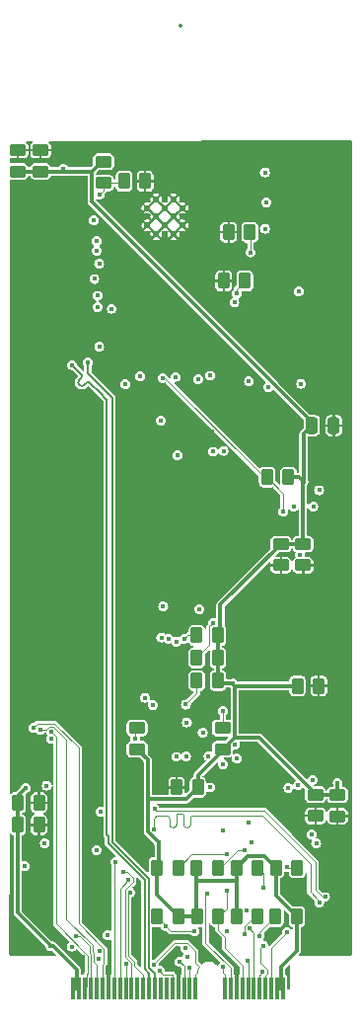
<source format=gbl>
%TF.GenerationSoftware,KiCad,Pcbnew,8.0.1-rc1*%
%TF.CreationDate,2024-08-06T22:31:27-04:00*%
%TF.ProjectId,SoM_ESP32_v1,536f4d5f-4553-4503-9332-5f76312e6b69,rev?*%
%TF.SameCoordinates,Original*%
%TF.FileFunction,Copper,L4,Bot*%
%TF.FilePolarity,Positive*%
%FSLAX46Y46*%
G04 Gerber Fmt 4.6, Leading zero omitted, Abs format (unit mm)*
G04 Created by KiCad (PCBNEW 8.0.1-rc1) date 2024-08-06 22:31:27*
%MOMM*%
%LPD*%
G01*
G04 APERTURE LIST*
G04 Aperture macros list*
%AMRoundRect*
0 Rectangle with rounded corners*
0 $1 Rounding radius*
0 $2 $3 $4 $5 $6 $7 $8 $9 X,Y pos of 4 corners*
0 Add a 4 corners polygon primitive as box body*
4,1,4,$2,$3,$4,$5,$6,$7,$8,$9,$2,$3,0*
0 Add four circle primitives for the rounded corners*
1,1,$1+$1,$2,$3*
1,1,$1+$1,$4,$5*
1,1,$1+$1,$6,$7*
1,1,$1+$1,$8,$9*
0 Add four rect primitives between the rounded corners*
20,1,$1+$1,$2,$3,$4,$5,0*
20,1,$1+$1,$4,$5,$6,$7,0*
20,1,$1+$1,$6,$7,$8,$9,0*
20,1,$1+$1,$8,$9,$2,$3,0*%
G04 Aperture macros list end*
%TA.AperFunction,SMDPad,CuDef*%
%ADD10RoundRect,0.250000X0.262500X0.450000X-0.262500X0.450000X-0.262500X-0.450000X0.262500X-0.450000X0*%
%TD*%
%TA.AperFunction,ComponentPad*%
%ADD11C,0.600000*%
%TD*%
%TA.AperFunction,SMDPad,CuDef*%
%ADD12R,0.350000X1.950000*%
%TD*%
%TA.AperFunction,SMDPad,CuDef*%
%ADD13RoundRect,0.250000X-0.262500X-0.450000X0.262500X-0.450000X0.262500X0.450000X-0.262500X0.450000X0*%
%TD*%
%TA.AperFunction,SMDPad,CuDef*%
%ADD14RoundRect,0.250000X-0.450000X0.262500X-0.450000X-0.262500X0.450000X-0.262500X0.450000X0.262500X0*%
%TD*%
%TA.AperFunction,SMDPad,CuDef*%
%ADD15RoundRect,0.250000X0.450000X-0.262500X0.450000X0.262500X-0.450000X0.262500X-0.450000X-0.262500X0*%
%TD*%
%TA.AperFunction,SMDPad,CuDef*%
%ADD16RoundRect,0.250000X-0.250000X-0.475000X0.250000X-0.475000X0.250000X0.475000X-0.250000X0.475000X0*%
%TD*%
%TA.AperFunction,ViaPad*%
%ADD17C,0.450000*%
%TD*%
%TA.AperFunction,Conductor*%
%ADD18C,0.120000*%
%TD*%
%TA.AperFunction,Conductor*%
%ADD19C,0.300000*%
%TD*%
%TA.AperFunction,Conductor*%
%ADD20C,0.200000*%
%TD*%
%ADD21C,0.270000*%
%ADD22C,0.300000*%
%ADD23C,0.350000*%
G04 APERTURE END LIST*
D10*
%TO.P,R316,1*%
%TO.N,Vcc_3V3*%
X145262500Y-93725000D03*
%TO.P,R316,2*%
%TO.N,RESET_OTHERS*%
X143437500Y-93725000D03*
%TD*%
D11*
%TO.P,U701,41,GND*%
%TO.N,GND*%
X133150000Y-70640000D03*
X133150000Y-72140000D03*
X133900000Y-69890000D03*
X133900000Y-71390000D03*
X133900000Y-72890000D03*
X134650000Y-70640000D03*
X134650000Y-72140000D03*
X135400000Y-69890000D03*
X135400000Y-71390000D03*
X135400000Y-72890000D03*
X136150000Y-70640000D03*
X136150000Y-72140000D03*
%TD*%
D12*
%TO.P,J201,2,Vcc_3v3*%
%TO.N,Vcc_3V3*%
X144800000Y-137550000D03*
%TO.P,J201,4,Vcc_3v3*%
X144300000Y-137550000D03*
%TO.P,J201,6,GPIO38&LED*%
%TO.N,GPIO38_ADDRESSABLE_LED*%
X143800000Y-137550000D03*
%TO.P,J201,8,I2S_BCLK*%
%TO.N,I2S_BCLK*%
X143300000Y-137550000D03*
%TO.P,J201,10,I2S_WS*%
%TO.N,I2S_WS*%
X142800000Y-137550000D03*
%TO.P,J201,12,I2S_DIN/DOUT*%
%TO.N,I2S_DIN{slash}DOUT*%
X142300000Y-137550000D03*
%TO.P,J201,14,I2C_SDA_3_TCA*%
%TO.N,I2C_SDA_2_TCA*%
X141800000Y-137550000D03*
%TO.P,J201,16,I2C_SCL_3_TCA*%
%TO.N,I2C_SCL_2_TCA*%
X141300000Y-137550000D03*
%TO.P,J201,18,GND*%
%TO.N,GND*%
X140800000Y-137550000D03*
%TO.P,J201,20,SPI_CS_1*%
%TO.N,SPI_5_ESP32*%
X140300000Y-137550000D03*
%TO.P,J201,22,UART_TX*%
%TO.N,GPIO17_U1_TXD*%
X139800000Y-137550000D03*
%TO.P,J201,32,UART_RX*%
%TO.N,GPIO18_U1_RXD*%
X137300000Y-137550000D03*
%TO.P,J201,34,GPIO47*%
%TO.N,GPIO47*%
X136800000Y-137550000D03*
%TO.P,J201,36,GPIO48*%
%TO.N,GPIO48{slash}CAN_INT*%
X136300000Y-137550000D03*
%TO.P,J201,38,GND*%
%TO.N,GND*%
X135800000Y-137550000D03*
%TO.P,J201,40,GPIO15*%
%TO.N,GPIO15*%
X135300000Y-137550000D03*
%TO.P,J201,42,GPIO17*%
%TO.N,unconnected-(J201K-GPIO17-Pad42)*%
X134800000Y-137550000D03*
%TO.P,J201,44,GPIO21*%
%TO.N,unconnected-(J201K-GPIO21-Pad44)*%
X134300000Y-137550000D03*
%TO.P,J201,46,USB_DEBUG_D-*%
%TO.N,DEBUG-*%
X133800000Y-137550000D03*
%TO.P,J201,48,USB_DEBUG_D+*%
%TO.N,DEBUG+*%
X133300000Y-137550000D03*
%TO.P,J201,50,SUSCLK*%
%TO.N,SUSCLK*%
X132800000Y-137550000D03*
%TO.P,J201,52,GPIO33*%
%TO.N,unconnected-(J201K-GPIO33-Pad52)*%
X132300000Y-137550000D03*
%TO.P,J201,54,RESET_AUTRES*%
%TO.N,RESET_OTHERS*%
X131800000Y-137550000D03*
%TO.P,J201,56,RESET_ESP32*%
%TO.N,CHIP_EN*%
X131300000Y-137550000D03*
%TO.P,J201,58,I2C_SDA_ESP32*%
%TO.N,I2C_SDA_ESP32*%
X130800000Y-137550000D03*
%TO.P,J201,60,I2C_SCL_ESP32*%
%TO.N,I2C_SCL_ESP32*%
X130300000Y-137550000D03*
%TO.P,J201,62,GND*%
%TO.N,GND*%
X129800000Y-137550000D03*
%TO.P,J201,64,PWM_1_PCA*%
%TO.N,Net-(J201J-PWM_1_PCA)*%
X129300000Y-137550000D03*
%TO.P,J201,66,PWM_2_PCA*%
%TO.N,Net-(J201J-PWM_2_PCA)*%
X128800000Y-137550000D03*
%TO.P,J201,68,PWM_3_PCA*%
%TO.N,Net-(J201J-PWM_3_PCA)*%
X128300000Y-137550000D03*
%TO.P,J201,70,PWM_4_PCA*%
%TO.N,Net-(J201J-PWM_4_PCA)*%
X127800000Y-137550000D03*
%TO.P,J201,72,Vcc_3v3*%
%TO.N,Vcc_3V3*%
X127300000Y-137550000D03*
%TO.P,J201,74,Vcc_3v3*%
X126800000Y-137550000D03*
%TD*%
D10*
%TO.P,R313,1*%
%TO.N,Vcc_3V3*%
X139212500Y-107300000D03*
%TO.P,R313,2*%
%TO.N,RESET_OTHERS*%
X137387500Y-107300000D03*
%TD*%
%TO.P,R303,1*%
%TO.N,Vcc_3V3*%
X139212500Y-109225000D03*
%TO.P,R303,2*%
%TO.N,I2C_SDA_ESP32*%
X137387500Y-109225000D03*
%TD*%
D13*
%TO.P,C310,1*%
%TO.N,Vcc_3V3*%
X146037500Y-111625000D03*
%TO.P,C310,2*%
%TO.N,GND*%
X147862500Y-111625000D03*
%TD*%
D10*
%TO.P,C301,1*%
%TO.N,Vcc_3V3*%
X137487500Y-120325000D03*
%TO.P,C301,2*%
%TO.N,GND*%
X135662500Y-120325000D03*
%TD*%
%TO.P,R601,1*%
%TO.N,Net-(U701-IO45)*%
X141952500Y-72730000D03*
%TO.P,R601,2*%
%TO.N,GND*%
X140127500Y-72730000D03*
%TD*%
D14*
%TO.P,C309,1*%
%TO.N,Vcc_3V3*%
X144625000Y-99462500D03*
%TO.P,C309,2*%
%TO.N,GND*%
X144625000Y-101287500D03*
%TD*%
D10*
%TO.P,R309,1*%
%TO.N,Vcc_3V3*%
X135825000Y-131400000D03*
%TO.P,R309,2*%
%TO.N,I2C_SDA_2_TCA*%
X134000000Y-131400000D03*
%TD*%
D14*
%TO.P,C401,1*%
%TO.N,Vcc_3V3*%
X147575000Y-120950000D03*
%TO.P,C401,2*%
%TO.N,GND*%
X147575000Y-122775000D03*
%TD*%
D10*
%TO.P,R304,1*%
%TO.N,Vcc_3V3*%
X139212500Y-111175000D03*
%TO.P,R304,2*%
%TO.N,I2C_SCL_ESP32*%
X137387500Y-111175000D03*
%TD*%
D14*
%TO.P,R607,1*%
%TO.N,Vcc_3V3*%
X129400000Y-66687500D03*
%TO.P,R607,2*%
%TO.N,CHIP_EN*%
X129400000Y-68512500D03*
%TD*%
D15*
%TO.P,C603,1*%
%TO.N,Vcc_3V3*%
X124000000Y-67512500D03*
%TO.P,C603,2*%
%TO.N,GND*%
X124000000Y-65687500D03*
%TD*%
D10*
%TO.P,C404,1*%
%TO.N,GND*%
X123850000Y-121650000D03*
%TO.P,C404,2*%
%TO.N,Vcc_3V3*%
X122025000Y-121650000D03*
%TD*%
D13*
%TO.P,R307,1*%
%TO.N,Vcc_3V3*%
X144187500Y-127200000D03*
%TO.P,R307,2*%
%TO.N,I2C_SDA_3_TCA*%
X146012500Y-127200000D03*
%TD*%
D10*
%TO.P,C403,1*%
%TO.N,GND*%
X123850000Y-123550000D03*
%TO.P,C403,2*%
%TO.N,Vcc_3V3*%
X122025000Y-123550000D03*
%TD*%
D13*
%TO.P,R306,1*%
%TO.N,Vcc_3V3*%
X137387500Y-127200000D03*
%TO.P,R306,2*%
%TO.N,I2C_SDA_1_TCA*%
X139212500Y-127200000D03*
%TD*%
%TO.P,R310,1*%
%TO.N,Vcc_3V3*%
X137412500Y-131400000D03*
%TO.P,R310,2*%
%TO.N,I2C_SCL_2_TCA*%
X139237500Y-131400000D03*
%TD*%
%TO.P,R308,1*%
%TO.N,Vcc_3V3*%
X133975000Y-127200000D03*
%TO.P,R308,2*%
%TO.N,I2C_SCL_3_TCA*%
X135800000Y-127200000D03*
%TD*%
%TO.P,R312,1*%
%TO.N,Vcc_3V3*%
X140800000Y-131400000D03*
%TO.P,R312,2*%
%TO.N,I2C_SCL_1_TCA*%
X142625000Y-131400000D03*
%TD*%
D14*
%TO.P,C308,1*%
%TO.N,Vcc_3V3*%
X146525000Y-99462500D03*
%TO.P,C308,2*%
%TO.N,GND*%
X146525000Y-101287500D03*
%TD*%
D13*
%TO.P,R305,1*%
%TO.N,Vcc_3V3*%
X140787500Y-127200000D03*
%TO.P,R305,2*%
%TO.N,I2C_SDA_0_TCA*%
X142612500Y-127200000D03*
%TD*%
D14*
%TO.P,R315,1*%
%TO.N,Net-(D310-A)*%
X139600000Y-115237500D03*
%TO.P,R315,2*%
%TO.N,Vcc_3V3*%
X139600000Y-117062500D03*
%TD*%
D15*
%TO.P,C604,1*%
%TO.N,Vcc_3V3*%
X122050000Y-67512500D03*
%TO.P,C604,2*%
%TO.N,GND*%
X122050000Y-65687500D03*
%TD*%
D13*
%TO.P,C602,1*%
%TO.N,CHIP_EN*%
X131150000Y-68350000D03*
%TO.P,C602,2*%
%TO.N,GND*%
X132975000Y-68350000D03*
%TD*%
D14*
%TO.P,R314,1*%
%TO.N,Net-(D309-A)*%
X132275000Y-115237500D03*
%TO.P,R314,2*%
%TO.N,Vcc_3V3*%
X132275000Y-117062500D03*
%TD*%
%TO.P,C402,1*%
%TO.N,Vcc_3V3*%
X149475000Y-120975000D03*
%TO.P,C402,2*%
%TO.N,GND*%
X149475000Y-122800000D03*
%TD*%
D10*
%TO.P,R602,1*%
%TO.N,Net-(U701-IO46)*%
X141525000Y-76900000D03*
%TO.P,R602,2*%
%TO.N,GND*%
X139700000Y-76900000D03*
%TD*%
D16*
%TO.P,C503,1*%
%TO.N,Vcc_3V3*%
X147250000Y-89300000D03*
%TO.P,C503,2*%
%TO.N,GND*%
X149150000Y-89300000D03*
%TD*%
D10*
%TO.P,R311,1*%
%TO.N,Vcc_3V3*%
X145987500Y-131400000D03*
%TO.P,R311,2*%
%TO.N,I2C_SCL_0_TCA*%
X144162500Y-131400000D03*
%TD*%
D17*
%TO.N,GND*%
X143300000Y-109750000D03*
X134375000Y-110600000D03*
X135050000Y-109050000D03*
%TO.N,GPIO48{slash}CAN_INT*%
X147894900Y-94850000D03*
%TO.N,RESET_OTHERS*%
X144825000Y-96675000D03*
%TO.N,GND*%
X135450000Y-78675000D03*
X134550000Y-100925000D03*
X133475000Y-76775000D03*
X128875000Y-130425000D03*
X137575000Y-101250000D03*
X124025000Y-105575000D03*
X144850000Y-91925000D03*
X127575000Y-134900000D03*
X122125000Y-83175000D03*
X139375000Y-88950000D03*
X147975000Y-78325000D03*
X143775000Y-89050000D03*
X123875000Y-78475000D03*
X139950000Y-101125000D03*
X140000000Y-87200000D03*
X143900000Y-132950000D03*
X147375000Y-93200000D03*
X138425000Y-82100000D03*
X138700000Y-89825000D03*
X138825000Y-133300000D03*
X142050000Y-89150000D03*
X133975000Y-120425000D03*
X144975000Y-114500000D03*
X135050000Y-133400000D03*
X142025000Y-114400000D03*
X129739900Y-135775000D03*
X149975000Y-94250000D03*
X148500000Y-82800000D03*
X132125000Y-130575000D03*
X142725000Y-118500000D03*
X138575000Y-66750000D03*
X122275000Y-69850000D03*
X145125000Y-136200000D03*
X121900000Y-134000000D03*
X143475000Y-95525000D03*
X142025000Y-81000000D03*
X139700000Y-120800000D03*
X135325000Y-135850000D03*
%TO.N,Vcc_3V3*%
X122687100Y-120389400D03*
X125954600Y-67311300D03*
X140510000Y-111393300D03*
X146537300Y-94138500D03*
X134125400Y-125074800D03*
X124825000Y-133900000D03*
X149487300Y-119932200D03*
%TO.N,CHIP_EN*%
X129037200Y-69500200D03*
X131324200Y-135482000D03*
X131262700Y-85747400D03*
%TO.N,I2C_SDA_0_TCA*%
X143114400Y-128957500D03*
X137632500Y-105039200D03*
%TO.N,I2C_SDA_1_TCA*%
X141502900Y-125694500D03*
X134984600Y-107577900D03*
X138555700Y-120327200D03*
%TO.N,I2C_SDA_3_TCA*%
X145127000Y-127188900D03*
X141692400Y-130873400D03*
X137904400Y-115637100D03*
%TO.N,I2C_SCL_3_TCA*%
X139953400Y-126050100D03*
%TO.N,I2C_SDA_2_TCA*%
X137200000Y-132675000D03*
X141725000Y-135225000D03*
X134745100Y-132232400D03*
X133626500Y-113248300D03*
%TO.N,I2C_SCL_2_TCA*%
X139959500Y-129229000D03*
X136544900Y-114760000D03*
%TO.N,I2C_SCL_0_TCA*%
X142799800Y-133049400D03*
X135636900Y-107830000D03*
%TO.N,I2C_SCL_1_TCA*%
X141476400Y-132892400D03*
X134351500Y-107475800D03*
%TO.N,I2S_BCLK*%
X143096351Y-133890549D03*
X135595800Y-85130900D03*
%TO.N,GPIO17_U1_TXD*%
X139604600Y-135710400D03*
X128875600Y-78171800D03*
%TO.N,RESET_OTHERS*%
X134491800Y-85221000D03*
X131088450Y-127551550D03*
X136311800Y-107610400D03*
%TO.N,GPIO15*%
X134191444Y-136073546D03*
X130100800Y-79286700D03*
%TO.N,I2S_WS*%
X137491800Y-85350600D03*
X143063900Y-136154200D03*
%TO.N,GPIO48{slash}CAN_INT*%
X141869600Y-85512300D03*
X135932316Y-135283517D03*
%TO.N,DEBUG+*%
X126687350Y-84112650D03*
%TO.N,SPI_CLK_ESP32*%
X124345000Y-125122300D03*
X147393800Y-96224500D03*
X128806000Y-73476400D03*
X139659200Y-124035100D03*
X147368700Y-119683500D03*
%TO.N,SPI_MISO_ESP32*%
X147237700Y-124355100D03*
X129020300Y-82552800D03*
X136443600Y-134120600D03*
X146268700Y-100375000D03*
%TO.N,Net-(J201J-PWM_2_PCA)*%
X123969300Y-115388600D03*
%TO.N,GPIO16*%
X128600400Y-76731800D03*
X129132200Y-122404500D03*
%TO.N,Net-(J201D-CAN_L_MCP2515)*%
X126650000Y-133975000D03*
X145256700Y-120369100D03*
%TO.N,I2S_DIN{slash}DOUT*%
X141922200Y-132410200D03*
X138520400Y-85024300D03*
%TO.N,SUSCLK*%
X132541800Y-85074300D03*
X131690000Y-129326699D03*
%TO.N,SPI_MOSI_ESP32*%
X145707800Y-96224500D03*
X122616100Y-127092000D03*
X147641400Y-125139300D03*
X136608700Y-134869300D03*
X128806000Y-74306000D03*
%TO.N,GPIO47*%
X143532900Y-85980900D03*
X136762316Y-135825000D03*
%TO.N,Net-(J201J-PWM_1_PCA)*%
X123373600Y-115228800D03*
%TO.N,Net-(J201J-PWM_3_PCA)*%
X127063500Y-133102100D03*
X124893300Y-116161500D03*
%TO.N,I2C_SCL_ESP32*%
X136458500Y-113221800D03*
X140623900Y-78760200D03*
X130431600Y-126727500D03*
%TO.N,GPIO38_ADDRESSABLE_LED*%
X146357400Y-85716500D03*
X146148200Y-77790900D03*
X145155500Y-132754500D03*
%TO.N,GPIO18_U1_RXD*%
X128868600Y-79127300D03*
X133712500Y-135535896D03*
%TO.N,Net-(J201I-ADC_1_MCP3202)*%
X129738200Y-133002200D03*
X141861000Y-123318000D03*
%TO.N,DEBUG-*%
X128036800Y-83886800D03*
%TO.N,I2C_SDA_ESP32*%
X131511600Y-128268000D03*
X143241000Y-67598600D03*
X138773500Y-106235500D03*
%TO.N,Net-(J201I-ADC_2_MCP3202)*%
X128986100Y-135015500D03*
X142092800Y-125059000D03*
%TO.N,Net-(J201D-CAN_H_MCP2515)*%
X146106000Y-120130900D03*
X129017300Y-134326800D03*
%TO.N,Net-(J201J-PWM_4_PCA)*%
X124875500Y-115547700D03*
%TO.N,Net-(D309-A)*%
X132083900Y-116150000D03*
%TO.N,DTR*%
X138398300Y-117652100D03*
X135722400Y-91858300D03*
%TO.N,RTS*%
X139634900Y-118330700D03*
X134325100Y-88857600D03*
%TO.N,Net-(D310-A)*%
X139648200Y-113781300D03*
%TO.N,/Communication/D-*%
X147900000Y-130225000D03*
X133700000Y-123900000D03*
%TO.N,/Communication/D+*%
X133775000Y-122200000D03*
X148400000Y-129725000D03*
%TO.N,Net-(U701-IO45)*%
X141981900Y-74450300D03*
%TO.N,Net-(U701-IO46)*%
X140826700Y-77978200D03*
%TO.N,U0RXD*%
X140839400Y-117845800D03*
X143241000Y-72419000D03*
%TO.N,U0TXD*%
X143363700Y-70167600D03*
X140674700Y-116690100D03*
%TO.N,LDAC_DAC*%
X132959300Y-112636600D03*
X128784800Y-125708600D03*
%TO.N,SPI_DAC_ESP32*%
X124514200Y-120176300D03*
X134506900Y-104829200D03*
%TO.N,Net-(U601-A1)*%
X138810500Y-91544400D03*
X128570000Y-71700500D03*
%TO.N,SPI_6_ESP32*%
X135633200Y-117703000D03*
X139983300Y-132697700D03*
%TO.N,SPI_5_ESP32*%
X138253100Y-129473700D03*
X136466700Y-117644700D03*
%TO.N,Net-(U601-A0)*%
X139688300Y-91467900D03*
X129014500Y-75438300D03*
%TD*%
D18*
%TO.N,RESET_OTHERS*%
X134682899Y-85221000D02*
X143186899Y-93725000D01*
X134491800Y-85221000D02*
X134682899Y-85221000D01*
X143186899Y-93725000D02*
X143437500Y-93725000D01*
X144825000Y-95112500D02*
X144825000Y-96675000D01*
X143437500Y-93725000D02*
X144825000Y-95112500D01*
D19*
%TO.N,Vcc_3V3*%
X145262500Y-93725000D02*
X146123800Y-93725000D01*
X146123800Y-93725000D02*
X146537300Y-94138500D01*
%TO.N,GND*%
X140800000Y-137550000D02*
X140800000Y-136075000D01*
X135800000Y-137550000D02*
X135800000Y-136175000D01*
X129800000Y-135835100D02*
X129739900Y-135775000D01*
X129739900Y-136189900D02*
X129800000Y-136250000D01*
X129800000Y-137550000D02*
X129800000Y-135835100D01*
X129739900Y-135775000D02*
X129739900Y-136189900D01*
%TO.N,Vcc_3V3*%
X137487500Y-119279500D02*
X139600000Y-117167000D01*
X144800000Y-137550000D02*
X144590000Y-137340000D01*
X140800000Y-127212000D02*
X140791000Y-127203000D01*
X137388000Y-127545600D02*
X137387500Y-127545100D01*
X124825000Y-133900000D02*
X124825000Y-133865300D01*
X140625800Y-116036700D02*
X140625800Y-111625000D01*
X147575000Y-120950000D02*
X149450000Y-120950000D01*
X125954600Y-67512500D02*
X125954600Y-67311300D01*
X128395500Y-67512500D02*
X125954600Y-67512500D01*
X133178700Y-121346400D02*
X133178700Y-124128100D01*
X149487300Y-120912700D02*
X149487300Y-119932200D01*
X143204300Y-126216800D02*
X144035100Y-127047600D01*
X139413700Y-104673800D02*
X144625000Y-99462500D01*
X137400000Y-131387500D02*
X137412500Y-131400000D01*
X144037100Y-127049100D02*
X144037100Y-127049600D01*
X147575000Y-120950000D02*
X147575000Y-120879200D01*
X144188000Y-129600000D02*
X145987500Y-131399500D01*
X144188000Y-127200000D02*
X144188000Y-129600000D01*
X145987500Y-134337500D02*
X145987500Y-131400000D01*
X139212500Y-111175000D02*
X139430800Y-111393300D01*
X140510000Y-111509200D02*
X140625800Y-111625000D01*
X137388000Y-127200000D02*
X137388000Y-127545600D01*
X144035100Y-127047600D02*
X144035600Y-127047600D01*
X149450000Y-120950000D02*
X149487300Y-120912700D01*
X122025000Y-123550000D02*
X122025000Y-121650000D01*
X146525000Y-99462500D02*
X146525000Y-94150800D01*
X147250000Y-89300000D02*
X147250000Y-88979000D01*
X140611600Y-116036700D02*
X139600000Y-117048300D01*
X140510000Y-111393300D02*
X140510000Y-111509200D01*
X139212500Y-107300000D02*
X139413700Y-107098800D01*
X133178700Y-124128100D02*
X134125400Y-125074800D01*
X139600000Y-117048300D02*
X139600000Y-117062500D01*
X144035600Y-127047600D02*
X144035600Y-127048100D01*
X142732500Y-116036700D02*
X140625800Y-116036700D01*
X144036600Y-127048600D02*
X144036600Y-127049100D01*
X122050000Y-67512500D02*
X124000000Y-67512500D01*
X144300000Y-137550000D02*
X144800000Y-137550000D01*
X140789000Y-127201500D02*
X140787500Y-127200000D01*
X127075000Y-135927450D02*
X127075000Y-137550000D01*
X140625800Y-111625000D02*
X146037500Y-111625000D01*
X140789500Y-127201500D02*
X140789000Y-127201500D01*
X144625000Y-99462500D02*
X146525000Y-99462500D01*
X144035600Y-127048100D02*
X144036100Y-127048100D01*
X139212500Y-109225000D02*
X139212500Y-107300000D01*
X145275000Y-135050000D02*
X145987500Y-134337500D01*
X139430800Y-111393300D02*
X140510000Y-111393300D01*
X140800000Y-128322100D02*
X137388000Y-128322100D01*
X145987500Y-131399500D02*
X145987500Y-131400000D01*
X144036100Y-127048600D02*
X144036600Y-127048600D01*
X137487500Y-120325000D02*
X137487500Y-119279500D01*
X134125400Y-125074800D02*
X134125400Y-127049600D01*
X132275000Y-117062500D02*
X133178700Y-117966200D01*
X133178700Y-117966200D02*
X133178700Y-121346400D01*
X146537300Y-94138500D02*
X146537300Y-90012700D01*
X140800000Y-131400000D02*
X140800000Y-128322100D01*
X136466100Y-121346400D02*
X137487500Y-120325000D01*
X147575000Y-120879200D02*
X142732500Y-116036700D01*
X139413700Y-107098800D02*
X139413700Y-104673800D01*
X140625800Y-116036700D02*
X140611600Y-116036700D01*
X144590000Y-135735000D02*
X145275000Y-135050000D01*
X144036100Y-127048100D02*
X144036100Y-127048600D01*
X137388000Y-131375000D02*
X137400000Y-131387500D01*
X144036600Y-127049100D02*
X144037100Y-127049100D01*
X129220500Y-66687500D02*
X129400000Y-66687500D01*
X128395500Y-67512500D02*
X129220500Y-66687500D01*
X139212500Y-111175000D02*
X139212500Y-109225000D01*
X146537300Y-90012700D02*
X147250000Y-89300000D01*
X122025000Y-131065300D02*
X122025000Y-123550000D01*
X145987500Y-131399500D02*
X145988000Y-131400000D01*
X128395500Y-70124500D02*
X128395500Y-67512500D01*
X125954600Y-67512500D02*
X124000000Y-67512500D01*
X144590000Y-137340000D02*
X144590000Y-135735000D01*
X146525000Y-94150800D02*
X146537300Y-94138500D01*
X125047550Y-133900000D02*
X127075000Y-135927450D01*
X139600000Y-117167000D02*
X139600000Y-117062500D01*
X124825000Y-133865300D02*
X122025000Y-131065300D01*
X133975000Y-127200000D02*
X133975000Y-129550000D01*
X140800000Y-128322100D02*
X140800000Y-127212000D01*
X147250000Y-88979000D02*
X128395500Y-70124500D01*
X133178700Y-121346400D02*
X136466100Y-121346400D01*
X124825000Y-133900000D02*
X125047550Y-133900000D01*
X140791000Y-127203000D02*
X141777200Y-126216800D01*
X144037100Y-127049100D02*
X144188000Y-127200000D01*
X134125400Y-127049600D02*
X133975000Y-127200000D01*
X149450000Y-120950000D02*
X149475000Y-120975000D01*
X133975000Y-129550000D02*
X135825000Y-131400000D01*
X137412000Y-131400000D02*
X135825000Y-131400000D01*
X127075000Y-137550000D02*
X127300000Y-137550000D01*
X140789500Y-127201500D02*
X140788000Y-127200000D01*
X144037100Y-127049600D02*
X144187500Y-127200000D01*
X137388000Y-127545600D02*
X137388000Y-128322100D01*
X126800000Y-137550000D02*
X127075000Y-137550000D01*
X137387500Y-127545100D02*
X137387500Y-127200000D01*
X137400000Y-131387500D02*
X137412000Y-131400000D01*
X122025000Y-121650000D02*
X122025000Y-121051500D01*
X122025000Y-121051500D02*
X122687100Y-120389400D01*
X140791000Y-127203000D02*
X140789500Y-127201500D01*
X137388000Y-128322100D02*
X137388000Y-131375000D01*
X141777200Y-126216800D02*
X143204300Y-126216800D01*
D18*
%TO.N,CHIP_EN*%
X131300000Y-135506200D02*
X131324200Y-135482000D01*
X131150000Y-68350000D02*
X130987500Y-68512500D01*
X131300000Y-137550000D02*
X131300000Y-135506200D01*
X130987500Y-68512500D02*
X129400000Y-68512500D01*
X129400000Y-69137400D02*
X129400000Y-68512500D01*
X129037200Y-69500200D02*
X129400000Y-69137400D01*
%TO.N,I2C_SDA_0_TCA*%
X143114400Y-127701900D02*
X143114400Y-128957500D01*
X142612500Y-127200000D02*
X143114400Y-127701900D01*
%TO.N,I2C_SDA_1_TCA*%
X140898400Y-125694500D02*
X141502900Y-125694500D01*
X139212500Y-127200000D02*
X139392900Y-127200000D01*
X139392900Y-127200000D02*
X140898400Y-125694500D01*
%TO.N,I2C_SDA_3_TCA*%
X146012500Y-127200000D02*
X145138100Y-127200000D01*
X145138100Y-127200000D02*
X145127000Y-127188900D01*
%TO.N,I2C_SCL_3_TCA*%
X135800000Y-127200000D02*
X136949900Y-126050100D01*
X136949900Y-126050100D02*
X139953400Y-126050100D01*
%TO.N,I2C_SDA_2_TCA*%
X134000000Y-131400000D02*
X134745100Y-132145100D01*
X141800000Y-135300000D02*
X141800000Y-137550000D01*
X135187700Y-132675000D02*
X137200000Y-132675000D01*
X141725000Y-135225000D02*
X141800000Y-135300000D01*
X134745100Y-132232400D02*
X135187700Y-132675000D01*
X134745100Y-132145100D02*
X134745100Y-132232400D01*
%TO.N,I2C_SCL_2_TCA*%
X139825000Y-133126299D02*
X139825000Y-134113800D01*
X139825000Y-134113800D02*
X141300000Y-135588800D01*
X139237500Y-132538799D02*
X139825000Y-133126299D01*
X139237500Y-131400000D02*
X139959500Y-130678000D01*
X141300000Y-135588800D02*
X141300000Y-137550000D01*
X139959500Y-130678000D02*
X139959500Y-129229000D01*
X139237500Y-131400000D02*
X139237500Y-132538799D01*
%TO.N,I2C_SCL_0_TCA*%
X144162500Y-131400000D02*
X142799800Y-132762700D01*
X142799800Y-132762700D02*
X142799800Y-133049400D01*
%TO.N,I2C_SCL_1_TCA*%
X142625000Y-131400000D02*
X142343100Y-131400000D01*
X141476400Y-132266700D02*
X141476400Y-132892400D01*
X142343100Y-131400000D02*
X141476400Y-132266700D01*
%TO.N,I2S_BCLK*%
X142875000Y-135378401D02*
X143478900Y-135982301D01*
X143096351Y-133890549D02*
X142875000Y-134111900D01*
X143478900Y-135982301D02*
X143478900Y-136328600D01*
X142875000Y-134111900D02*
X142875000Y-135378401D01*
X143300000Y-136507500D02*
X143300000Y-137550000D01*
X143478900Y-136328600D02*
X143300000Y-136507500D01*
%TO.N,GPIO17_U1_TXD*%
X139604600Y-136187900D02*
X139604600Y-135710400D01*
X139800000Y-136383300D02*
X139604600Y-136187900D01*
X139800000Y-137550000D02*
X139800000Y-136383300D01*
%TO.N,RESET_OTHERS*%
X137387500Y-107300000D02*
X136622200Y-107300000D01*
X131275000Y-134845901D02*
X131800000Y-135370901D01*
X131926600Y-128096101D02*
X131926600Y-128439899D01*
X131800000Y-135370901D02*
X131800000Y-137550000D01*
X131088450Y-127551550D02*
X131382049Y-127551550D01*
X131926600Y-128439899D02*
X131275000Y-129091499D01*
X131382049Y-127551550D02*
X131926600Y-128096101D01*
X136622200Y-107300000D02*
X136311800Y-107610400D01*
X131275000Y-129091499D02*
X131275000Y-134845901D01*
%TO.N,GPIO15*%
X134501198Y-136383300D02*
X135300000Y-136383300D01*
X134191444Y-136073546D02*
X134501198Y-136383300D01*
X135300000Y-136383300D02*
X135300000Y-137550000D01*
%TO.N,I2S_WS*%
X142800000Y-136383300D02*
X142834800Y-136383300D01*
X142834800Y-136383300D02*
X143063900Y-136154200D01*
X142800000Y-137550000D02*
X142800000Y-136383300D01*
%TO.N,GPIO48{slash}CAN_INT*%
X135932316Y-135283517D02*
X136300000Y-135651201D01*
X136300000Y-135651201D02*
X136300000Y-137550000D01*
D20*
%TO.N,DEBUG+*%
X129675000Y-87093199D02*
X129675000Y-124400000D01*
X129795001Y-125136691D02*
X132927500Y-128269190D01*
X133300000Y-136270322D02*
X133300000Y-137550000D01*
X132927500Y-128269190D02*
X132927501Y-135897823D01*
X127709754Y-85843606D02*
X127897875Y-85655484D01*
X127285490Y-85758754D02*
X127370342Y-85843606D01*
D18*
X126694150Y-84112650D02*
X126779000Y-84197500D01*
D20*
X132927501Y-135897823D02*
X133300000Y-136270322D01*
X126602512Y-84197488D02*
X126779289Y-84197488D01*
X129795000Y-124520000D02*
X129795001Y-125136691D01*
X129675000Y-124400000D02*
X129795000Y-124520000D01*
X129021978Y-86440177D02*
X129675000Y-87093199D01*
X126779289Y-84197488D02*
X127473612Y-84891811D01*
X128237286Y-85655484D02*
X128322140Y-85740339D01*
X128322140Y-85740339D02*
X129021978Y-86440177D01*
X127473612Y-85231222D02*
X127285490Y-85419343D01*
D18*
X126687350Y-84112650D02*
X126694150Y-84112650D01*
D20*
X127473611Y-84891812D02*
G75*
G02*
X127473595Y-85231205I-169711J-169688D01*
G01*
X127370342Y-85843606D02*
G75*
G03*
X127709754Y-85843606I169706J169704D01*
G01*
X127285491Y-85419344D02*
G75*
G03*
X127285539Y-85758705I169709J-169656D01*
G01*
X127897875Y-85655484D02*
G75*
G02*
X128237286Y-85655484I169706J-169707D01*
G01*
D18*
%TO.N,Net-(J201J-PWM_2_PCA)*%
X124702900Y-115131000D02*
X125095200Y-115131000D01*
X128800000Y-135508100D02*
X128800000Y-137550000D01*
X128427000Y-134399400D02*
X128571100Y-134543500D01*
X125095200Y-115131000D02*
X126202400Y-116238200D01*
X126202400Y-131621700D02*
X128427000Y-133846300D01*
X128571100Y-135279200D02*
X128800000Y-135508100D01*
X123969300Y-115388600D02*
X124445400Y-115388600D01*
X124445400Y-115388500D02*
X124702900Y-115131000D01*
X128427000Y-133846300D02*
X128427000Y-134399400D01*
X126202400Y-116238200D02*
X126202400Y-131621700D01*
X128571100Y-134543500D02*
X128571100Y-135279200D01*
X124445400Y-115388600D02*
X124445400Y-115388500D01*
%TO.N,I2S_DIN{slash}DOUT*%
X142300000Y-132788000D02*
X141922200Y-132410200D01*
X142300000Y-137550000D02*
X142300000Y-132788000D01*
%TO.N,SUSCLK*%
X132800000Y-136383300D02*
X132800000Y-137550000D01*
X131525000Y-129491699D02*
X131525000Y-134742347D01*
X132050000Y-135267348D02*
X132050000Y-135633300D01*
X131690000Y-129326699D02*
X131525000Y-129491699D01*
X132050000Y-135633300D02*
X132800000Y-136383300D01*
X131525000Y-134742347D02*
X132050000Y-135267348D01*
%TO.N,GPIO47*%
X136800000Y-135862684D02*
X136800000Y-137550000D01*
X136762316Y-135825000D02*
X136800000Y-135862684D01*
%TO.N,Net-(J201J-PWM_1_PCA)*%
X127255900Y-116929700D02*
X125197000Y-114870800D01*
X129432300Y-135422800D02*
X129432300Y-134152400D01*
X129300000Y-135555100D02*
X129432300Y-135422800D01*
X123731600Y-114870800D02*
X123373600Y-115228800D01*
X127255900Y-131976000D02*
X127255900Y-116929700D01*
X129432300Y-134152400D02*
X127255900Y-131976000D01*
X125197000Y-114870800D02*
X123731600Y-114870800D01*
X129300000Y-137550000D02*
X129300000Y-135555100D01*
%TO.N,Net-(J201J-PWM_3_PCA)*%
X127329246Y-133102100D02*
X128177000Y-133949854D01*
X128300000Y-136383300D02*
X128300000Y-137550000D01*
X128177000Y-133949854D02*
X128177000Y-134502953D01*
X128318400Y-136364900D02*
X128300000Y-136383300D01*
X127063500Y-133102100D02*
X127329246Y-133102100D01*
X128318400Y-134644353D02*
X128318400Y-136364900D01*
X128177000Y-134502953D02*
X128318400Y-134644353D01*
%TO.N,I2C_SCL_ESP32*%
X137387500Y-111175000D02*
X137387500Y-112292800D01*
X130300000Y-126859100D02*
X130300000Y-136383300D01*
X130431600Y-126727500D02*
X130300000Y-126859100D01*
X130300000Y-137550000D02*
X130300000Y-136383300D01*
X137387500Y-112292800D02*
X136458500Y-113221800D01*
%TO.N,GPIO38_ADDRESSABLE_LED*%
X143800000Y-134110000D02*
X145155500Y-132754500D01*
X143800000Y-136383300D02*
X143800000Y-134110000D01*
X143800000Y-137550000D02*
X143800000Y-136383300D01*
%TO.N,GPIO18_U1_RXD*%
X137298600Y-135393000D02*
X137589500Y-135683900D01*
X136615499Y-133705600D02*
X137298600Y-134388701D01*
X137298600Y-134388701D02*
X137298600Y-135393000D01*
X137458169Y-136225131D02*
X137300000Y-136383300D01*
X137528155Y-135803515D02*
X137464131Y-136042455D01*
X137464131Y-136042455D02*
X137458169Y-136225131D01*
X137589500Y-135697261D02*
X137528155Y-135803515D01*
X137589500Y-135683900D02*
X137589500Y-135697261D01*
X133712500Y-135535896D02*
X133712500Y-135462500D01*
X137300000Y-136383300D02*
X137300000Y-137550000D01*
X135469400Y-133705600D02*
X136615499Y-133705600D01*
X133712500Y-135462500D02*
X135469400Y-133705600D01*
D20*
%TO.N,DEBUG-*%
X128036800Y-83886800D02*
X128036800Y-84818601D01*
X133800000Y-136303632D02*
X133800000Y-137550000D01*
X130125000Y-125000000D02*
X133257500Y-128132500D01*
X133257500Y-128132500D02*
X133257500Y-135761132D01*
X128150000Y-84931801D02*
X130125000Y-86906801D01*
X133257500Y-135761132D02*
X133800000Y-136303632D01*
X130125000Y-86906801D02*
X130125000Y-125000000D01*
X128036800Y-84818601D02*
X128150000Y-84931801D01*
D18*
%TO.N,I2C_SDA_ESP32*%
X137387500Y-109225000D02*
X138481600Y-108130900D01*
X138481600Y-108130900D02*
X138481600Y-106527400D01*
X130800000Y-137550000D02*
X130800000Y-128979600D01*
X130800000Y-128979600D02*
X131511600Y-128268000D01*
X138481600Y-106527400D02*
X138773500Y-106235500D01*
%TO.N,Net-(J201J-PWM_4_PCA)*%
X127935000Y-137415000D02*
X127935000Y-136385000D01*
X127935000Y-136385000D02*
X128068400Y-136251600D01*
X127800000Y-137550000D02*
X127935000Y-137415000D01*
X128068400Y-134747907D02*
X125336000Y-132015507D01*
X125336000Y-132015507D02*
X125336000Y-116008200D01*
X128068400Y-136251600D02*
X128068400Y-134747907D01*
X125336000Y-116008200D02*
X124875500Y-115547700D01*
%TO.N,Net-(D309-A)*%
X132083900Y-115428600D02*
X132083900Y-116150000D01*
X132275000Y-115237500D02*
X132083900Y-115428600D01*
%TO.N,Net-(D310-A)*%
X139648200Y-115189300D02*
X139648200Y-113781300D01*
X139600000Y-115237500D02*
X139648200Y-115189300D01*
%TO.N,/Communication/D-*%
X135656838Y-122675001D02*
X135656838Y-122775001D01*
X136856838Y-123015001D02*
X136856838Y-123535001D01*
X147877975Y-130220209D02*
X147877975Y-130043432D01*
X134696838Y-122775001D02*
X133899999Y-122775001D01*
X135056838Y-123535001D02*
X135056838Y-123015001D01*
X135416838Y-123775001D02*
X135296838Y-123775001D01*
X134816838Y-122775001D02*
X134696838Y-122775001D01*
X147130000Y-129295457D02*
X147130000Y-126919250D01*
X142985751Y-122775001D02*
X137096838Y-122775001D01*
X133700000Y-122975000D02*
X133775000Y-122900000D01*
X147883000Y-130225000D02*
X147878000Y-130220000D01*
X136156838Y-122575001D02*
X135756838Y-122575001D01*
X135656838Y-122775001D02*
X135656838Y-123535001D01*
X136256838Y-123015001D02*
X136256838Y-122675001D01*
X133899999Y-122775001D02*
X133775000Y-122900000D01*
X147900000Y-130225000D02*
X147883000Y-130225000D01*
X136616838Y-123775001D02*
X136496838Y-123775001D01*
X133700000Y-123900000D02*
X133700000Y-122975000D01*
X136256838Y-123535001D02*
X136256838Y-123015001D01*
X147130000Y-126919250D02*
X142985751Y-122775001D01*
X147877975Y-130043432D02*
X147130000Y-129295457D01*
X135656838Y-123535001D02*
G75*
G02*
X135416838Y-123775038I-240038J1D01*
G01*
X136256838Y-122675001D02*
G75*
G03*
X136156838Y-122574962I-100038J1D01*
G01*
X135056838Y-123015001D02*
G75*
G03*
X134816838Y-122774962I-240038J1D01*
G01*
X137096838Y-122775001D02*
G75*
G03*
X136856801Y-123015001I-38J-239999D01*
G01*
X136856838Y-123535001D02*
G75*
G02*
X136616838Y-123775038I-240038J1D01*
G01*
X136496838Y-123775001D02*
G75*
G02*
X136256799Y-123535001I-38J240001D01*
G01*
X135296838Y-123775001D02*
G75*
G02*
X135056799Y-123535001I-38J240001D01*
G01*
X135756838Y-122575001D02*
G75*
G03*
X135656801Y-122675001I-38J-99999D01*
G01*
%TO.N,/Communication/D+*%
X147579980Y-129109039D02*
X147579980Y-126732862D01*
X148400000Y-129725000D02*
X148373000Y-129725000D01*
X143172117Y-122324999D02*
X133899999Y-122324999D01*
X133899999Y-122324999D02*
X133775000Y-122200000D01*
X148196174Y-129725233D02*
X147579980Y-129109039D01*
X147579980Y-126732862D02*
X143172117Y-122324999D01*
X148372951Y-129725233D02*
X148196174Y-129725233D01*
%TO.N,Net-(U701-IO45)*%
X141981900Y-72759400D02*
X141981900Y-74450300D01*
X141952500Y-72730000D02*
X141981900Y-72759400D01*
%TO.N,Net-(U701-IO46)*%
X140826700Y-77598300D02*
X140826700Y-77978200D01*
X141525000Y-76900000D02*
X140826700Y-77598300D01*
%TO.N,SPI_5_ESP32*%
X138150000Y-129576800D02*
X138253100Y-129473700D01*
X138150000Y-133666400D02*
X138150000Y-129576800D01*
X140300000Y-135816400D02*
X138150000Y-133666400D01*
X140300000Y-137550000D02*
X140300000Y-135816400D01*
%TD*%
%TA.AperFunction,Conductor*%
%TO.N,GND*%
G36*
X145402826Y-135522506D02*
G01*
X145424500Y-135574832D01*
X145424500Y-137609270D01*
X145402826Y-137661596D01*
X145350540Y-137683270D01*
X145249540Y-137683324D01*
X145197202Y-137661678D01*
X145175500Y-137609364D01*
X145175500Y-136555253D01*
X145175500Y-136555252D01*
X145163867Y-136496769D01*
X145119552Y-136430448D01*
X145097343Y-136415608D01*
X145053232Y-136386133D01*
X145000063Y-136375557D01*
X144952971Y-136344091D01*
X144940500Y-136302979D01*
X144940500Y-135910832D01*
X144962173Y-135858507D01*
X145298174Y-135522505D01*
X145350500Y-135500832D01*
X145402826Y-135522506D01*
G37*
%TD.AperFunction*%
%TA.AperFunction,Conductor*%
G36*
X123103329Y-67884674D02*
G01*
X123120850Y-67912559D01*
X123147206Y-67987881D01*
X123147207Y-67987883D01*
X123227846Y-68097146D01*
X123227853Y-68097153D01*
X123337116Y-68177792D01*
X123337118Y-68177793D01*
X123465295Y-68222644D01*
X123465301Y-68222646D01*
X123495734Y-68225500D01*
X123495741Y-68225500D01*
X124504258Y-68225500D01*
X124504266Y-68225500D01*
X124534699Y-68222646D01*
X124662882Y-68177793D01*
X124772150Y-68097150D01*
X124852793Y-67987882D01*
X124873799Y-67927850D01*
X124879150Y-67912559D01*
X124916890Y-67870328D01*
X124948997Y-67863000D01*
X125908456Y-67863000D01*
X127971000Y-67863000D01*
X128023326Y-67884674D01*
X128045000Y-67937000D01*
X128045000Y-70170646D01*
X128068884Y-70259784D01*
X128068886Y-70259789D01*
X128115030Y-70339712D01*
X143292556Y-85517238D01*
X143314230Y-85569564D01*
X143292556Y-85621890D01*
X143283730Y-85629428D01*
X143279683Y-85632368D01*
X143184371Y-85727680D01*
X143123181Y-85847773D01*
X143123180Y-85847773D01*
X143102096Y-85980900D01*
X143123180Y-86114026D01*
X143182311Y-86230076D01*
X143184372Y-86234120D01*
X143279680Y-86329428D01*
X143399773Y-86390618D01*
X143399773Y-86390619D01*
X143417975Y-86393501D01*
X143532900Y-86411704D01*
X143666026Y-86390619D01*
X143786120Y-86329428D01*
X143881428Y-86234120D01*
X143881431Y-86234112D01*
X143884365Y-86230076D01*
X143932655Y-86200481D01*
X143987728Y-86213699D01*
X143996561Y-86221243D01*
X146527826Y-88752508D01*
X146549500Y-88804834D01*
X146549500Y-89474166D01*
X146527826Y-89526492D01*
X146256829Y-89797488D01*
X146238523Y-89829197D01*
X146220913Y-89859699D01*
X146210686Y-89877412D01*
X146210684Y-89877415D01*
X146186800Y-89966553D01*
X146186800Y-93300500D01*
X146165126Y-93352826D01*
X146112800Y-93374500D01*
X146049500Y-93374500D01*
X145997174Y-93352826D01*
X145975500Y-93300500D01*
X145975500Y-93220740D01*
X145975500Y-93220734D01*
X145972646Y-93190301D01*
X145927793Y-93062118D01*
X145927792Y-93062116D01*
X145847153Y-92952853D01*
X145847146Y-92952846D01*
X145737883Y-92872207D01*
X145737881Y-92872206D01*
X145609704Y-92827355D01*
X145609705Y-92827355D01*
X145609700Y-92827354D01*
X145609699Y-92827354D01*
X145579266Y-92824500D01*
X144945734Y-92824500D01*
X144915301Y-92827354D01*
X144915299Y-92827354D01*
X144915295Y-92827355D01*
X144787118Y-92872206D01*
X144787116Y-92872207D01*
X144677853Y-92952846D01*
X144677846Y-92952853D01*
X144597207Y-93062116D01*
X144597206Y-93062118D01*
X144552355Y-93190295D01*
X144552354Y-93190299D01*
X144552354Y-93190301D01*
X144549500Y-93220734D01*
X144549500Y-94229266D01*
X144552354Y-94259699D01*
X144552354Y-94259701D01*
X144552355Y-94259702D01*
X144559250Y-94279408D01*
X144556073Y-94335956D01*
X144513842Y-94373696D01*
X144457294Y-94370519D01*
X144437076Y-94356174D01*
X144172174Y-94091272D01*
X144150500Y-94038946D01*
X144150500Y-93220740D01*
X144150500Y-93220734D01*
X144147646Y-93190301D01*
X144102793Y-93062118D01*
X144102792Y-93062116D01*
X144022153Y-92952853D01*
X144022146Y-92952846D01*
X143912883Y-92872207D01*
X143912881Y-92872206D01*
X143784704Y-92827355D01*
X143784705Y-92827355D01*
X143784700Y-92827354D01*
X143784699Y-92827354D01*
X143754266Y-92824500D01*
X143120734Y-92824500D01*
X143090301Y-92827354D01*
X143090299Y-92827354D01*
X143090295Y-92827355D01*
X142962119Y-92872206D01*
X142962118Y-92872207D01*
X142863986Y-92944631D01*
X142809015Y-92958264D01*
X142767718Y-92937417D01*
X135514695Y-85684394D01*
X135493021Y-85632068D01*
X135514695Y-85579742D01*
X135567021Y-85558068D01*
X135578591Y-85558978D01*
X135595800Y-85561704D01*
X135728926Y-85540619D01*
X135849020Y-85479428D01*
X135944328Y-85384120D01*
X135961407Y-85350600D01*
X137060996Y-85350600D01*
X137082080Y-85483726D01*
X137143271Y-85603819D01*
X137143272Y-85603820D01*
X137238580Y-85699128D01*
X137358673Y-85760318D01*
X137358673Y-85760319D01*
X137376875Y-85763201D01*
X137491800Y-85781404D01*
X137624926Y-85760319D01*
X137745020Y-85699128D01*
X137840328Y-85603820D01*
X137886960Y-85512300D01*
X141438796Y-85512300D01*
X141459880Y-85645426D01*
X141521071Y-85765519D01*
X141521072Y-85765520D01*
X141616380Y-85860828D01*
X141736473Y-85922018D01*
X141736473Y-85922019D01*
X141754675Y-85924901D01*
X141869600Y-85943104D01*
X142002726Y-85922019D01*
X142122820Y-85860828D01*
X142218128Y-85765520D01*
X142279319Y-85645426D01*
X142300404Y-85512300D01*
X142279319Y-85379174D01*
X142279319Y-85379173D01*
X142218128Y-85259080D01*
X142122819Y-85163771D01*
X142002726Y-85102581D01*
X142002726Y-85102580D01*
X141869600Y-85081496D01*
X141736473Y-85102580D01*
X141736473Y-85102581D01*
X141616380Y-85163771D01*
X141521071Y-85259080D01*
X141459881Y-85379173D01*
X141459880Y-85379173D01*
X141438796Y-85512300D01*
X137886960Y-85512300D01*
X137901519Y-85483726D01*
X137922604Y-85350600D01*
X137903941Y-85232767D01*
X137901519Y-85217473D01*
X137840328Y-85097380D01*
X137767248Y-85024300D01*
X138089596Y-85024300D01*
X138110680Y-85157426D01*
X138162476Y-85259080D01*
X138171872Y-85277520D01*
X138267180Y-85372828D01*
X138387273Y-85434018D01*
X138387273Y-85434019D01*
X138405475Y-85436901D01*
X138520400Y-85455104D01*
X138653526Y-85434019D01*
X138773620Y-85372828D01*
X138868928Y-85277520D01*
X138930119Y-85157426D01*
X138951204Y-85024300D01*
X138930119Y-84891174D01*
X138930119Y-84891173D01*
X138868928Y-84771080D01*
X138773619Y-84675771D01*
X138653526Y-84614581D01*
X138653526Y-84614580D01*
X138520400Y-84593496D01*
X138387273Y-84614580D01*
X138387273Y-84614581D01*
X138267180Y-84675771D01*
X138171871Y-84771080D01*
X138110681Y-84891173D01*
X138110680Y-84891173D01*
X138089596Y-85024300D01*
X137767248Y-85024300D01*
X137745019Y-85002071D01*
X137624926Y-84940881D01*
X137624926Y-84940880D01*
X137491800Y-84919796D01*
X137358673Y-84940880D01*
X137358673Y-84940881D01*
X137238580Y-85002071D01*
X137143271Y-85097380D01*
X137082081Y-85217473D01*
X137082080Y-85217473D01*
X137060996Y-85350600D01*
X135961407Y-85350600D01*
X136005519Y-85264026D01*
X136026604Y-85130900D01*
X136005519Y-84997774D01*
X136005519Y-84997773D01*
X135944328Y-84877680D01*
X135849019Y-84782371D01*
X135728926Y-84721181D01*
X135728926Y-84721180D01*
X135595800Y-84700096D01*
X135462673Y-84721180D01*
X135462673Y-84721181D01*
X135342580Y-84782371D01*
X135247271Y-84877680D01*
X135186081Y-84997773D01*
X135186080Y-84997773D01*
X135164996Y-85130900D01*
X135164996Y-85130902D01*
X135167720Y-85148104D01*
X135154497Y-85203176D01*
X135106205Y-85232767D01*
X135051133Y-85219544D01*
X135042305Y-85212004D01*
X134892501Y-85062200D01*
X134878897Y-85043475D01*
X134840328Y-84967780D01*
X134745020Y-84872472D01*
X134745019Y-84872471D01*
X134624926Y-84811281D01*
X134624926Y-84811280D01*
X134491800Y-84790196D01*
X134358673Y-84811280D01*
X134358673Y-84811281D01*
X134238580Y-84872471D01*
X134143271Y-84967780D01*
X134082081Y-85087873D01*
X134082080Y-85087873D01*
X134060996Y-85221000D01*
X134082080Y-85354126D01*
X134140120Y-85468034D01*
X134143272Y-85474220D01*
X134238580Y-85569528D01*
X134358673Y-85630718D01*
X134358673Y-85630719D01*
X134376875Y-85633601D01*
X134491800Y-85651804D01*
X134624926Y-85630719D01*
X134642795Y-85621613D01*
X134699257Y-85617168D01*
X134728718Y-85635221D01*
X142702826Y-93609329D01*
X142724500Y-93661655D01*
X142724500Y-94229266D01*
X142727354Y-94259699D01*
X142727354Y-94259701D01*
X142727355Y-94259704D01*
X142772206Y-94387881D01*
X142772207Y-94387883D01*
X142852846Y-94497146D01*
X142852853Y-94497153D01*
X142962116Y-94577792D01*
X142962118Y-94577793D01*
X143090295Y-94622644D01*
X143090301Y-94622646D01*
X143120734Y-94625500D01*
X143120741Y-94625500D01*
X143754258Y-94625500D01*
X143754266Y-94625500D01*
X143784699Y-94622646D01*
X143875667Y-94590815D01*
X143932215Y-94593990D01*
X143952434Y-94608336D01*
X144542826Y-95198728D01*
X144564500Y-95251054D01*
X144564500Y-96303100D01*
X144542826Y-96355426D01*
X144476472Y-96421779D01*
X144476471Y-96421780D01*
X144415281Y-96541873D01*
X144415280Y-96541873D01*
X144394196Y-96675000D01*
X144415280Y-96808126D01*
X144476471Y-96928219D01*
X144476472Y-96928220D01*
X144571780Y-97023528D01*
X144691873Y-97084718D01*
X144691873Y-97084719D01*
X144710075Y-97087601D01*
X144825000Y-97105804D01*
X144958126Y-97084719D01*
X145078220Y-97023528D01*
X145173528Y-96928220D01*
X145234719Y-96808126D01*
X145255804Y-96675000D01*
X145234833Y-96542596D01*
X145248055Y-96487526D01*
X145296346Y-96457933D01*
X145351418Y-96471155D01*
X145360248Y-96478696D01*
X145454580Y-96573028D01*
X145574673Y-96634218D01*
X145574673Y-96634219D01*
X145592875Y-96637101D01*
X145707800Y-96655304D01*
X145840926Y-96634219D01*
X145961020Y-96573028D01*
X146048174Y-96485874D01*
X146100500Y-96464200D01*
X146152826Y-96485874D01*
X146174500Y-96538200D01*
X146174500Y-98675500D01*
X146152826Y-98727826D01*
X146100500Y-98749500D01*
X146020734Y-98749500D01*
X145990301Y-98752354D01*
X145990299Y-98752354D01*
X145990295Y-98752355D01*
X145862118Y-98797206D01*
X145862116Y-98797207D01*
X145752853Y-98877846D01*
X145752846Y-98877853D01*
X145672207Y-98987116D01*
X145672206Y-98987118D01*
X145645850Y-99062441D01*
X145608110Y-99104672D01*
X145576003Y-99112000D01*
X145573997Y-99112000D01*
X145521671Y-99090326D01*
X145504150Y-99062441D01*
X145477793Y-98987118D01*
X145477792Y-98987116D01*
X145397153Y-98877853D01*
X145397146Y-98877846D01*
X145287883Y-98797207D01*
X145287881Y-98797206D01*
X145159704Y-98752355D01*
X145159705Y-98752355D01*
X145159700Y-98752354D01*
X145159699Y-98752354D01*
X145129266Y-98749500D01*
X144120734Y-98749500D01*
X144090301Y-98752354D01*
X144090299Y-98752354D01*
X144090295Y-98752355D01*
X143962118Y-98797206D01*
X143962116Y-98797207D01*
X143852853Y-98877846D01*
X143852846Y-98877853D01*
X143772207Y-98987116D01*
X143772206Y-98987118D01*
X143727355Y-99115295D01*
X143727354Y-99115299D01*
X143727354Y-99115301D01*
X143724500Y-99145734D01*
X143724500Y-99779266D01*
X143726719Y-99802936D01*
X143727354Y-99809701D01*
X143728316Y-99814103D01*
X143725740Y-99814665D01*
X143722992Y-99862977D01*
X143708670Y-99883146D01*
X139133230Y-104458587D01*
X139120480Y-104480671D01*
X139089595Y-104534166D01*
X139088003Y-104536922D01*
X139087085Y-104538513D01*
X139063200Y-104627653D01*
X139063200Y-105784803D01*
X139041526Y-105837129D01*
X138989200Y-105858803D01*
X138955605Y-105850737D01*
X138906626Y-105825781D01*
X138906626Y-105825780D01*
X138773500Y-105804696D01*
X138640373Y-105825780D01*
X138640373Y-105825781D01*
X138520280Y-105886971D01*
X138424971Y-105982280D01*
X138363781Y-106102373D01*
X138363780Y-106102373D01*
X138342696Y-106235500D01*
X138342696Y-106235503D01*
X138345329Y-106252131D01*
X138332106Y-106307203D01*
X138324567Y-106316030D01*
X138260758Y-106379840D01*
X138221100Y-106475583D01*
X138221100Y-106682577D01*
X138199426Y-106734903D01*
X138147100Y-106756577D01*
X138094774Y-106734903D01*
X138077253Y-106707018D01*
X138052793Y-106637118D01*
X138052792Y-106637116D01*
X137972153Y-106527853D01*
X137972146Y-106527846D01*
X137862883Y-106447207D01*
X137862881Y-106447206D01*
X137734704Y-106402355D01*
X137734705Y-106402355D01*
X137734700Y-106402354D01*
X137734699Y-106402354D01*
X137704266Y-106399500D01*
X137070734Y-106399500D01*
X137040301Y-106402354D01*
X137040299Y-106402354D01*
X137040295Y-106402355D01*
X136912118Y-106447206D01*
X136912116Y-106447207D01*
X136802853Y-106527846D01*
X136802846Y-106527853D01*
X136722207Y-106637116D01*
X136722206Y-106637118D01*
X136677355Y-106765295D01*
X136677354Y-106765299D01*
X136677354Y-106765301D01*
X136674500Y-106795734D01*
X136674500Y-106795740D01*
X136674500Y-106965500D01*
X136652826Y-107017826D01*
X136600500Y-107039500D01*
X136570383Y-107039500D01*
X136474641Y-107079156D01*
X136474637Y-107079159D01*
X136392330Y-107161466D01*
X136340004Y-107183140D01*
X136328430Y-107182229D01*
X136311803Y-107179596D01*
X136311800Y-107179596D01*
X136178673Y-107200680D01*
X136178673Y-107200681D01*
X136058580Y-107261871D01*
X135963272Y-107357179D01*
X135931512Y-107419511D01*
X135888444Y-107456294D01*
X135831983Y-107451850D01*
X135770026Y-107420281D01*
X135770024Y-107420280D01*
X135770023Y-107420280D01*
X135636900Y-107399196D01*
X135503773Y-107420281D01*
X135503770Y-107420281D01*
X135472903Y-107436009D01*
X135416440Y-107440452D01*
X135373375Y-107403669D01*
X135333128Y-107324680D01*
X135237819Y-107229371D01*
X135117726Y-107168181D01*
X135117726Y-107168180D01*
X134984600Y-107147096D01*
X134851474Y-107168180D01*
X134763012Y-107213253D01*
X134706550Y-107217696D01*
X134677092Y-107199644D01*
X134604719Y-107127271D01*
X134484626Y-107066081D01*
X134484626Y-107066080D01*
X134351500Y-107044996D01*
X134218373Y-107066080D01*
X134218373Y-107066081D01*
X134098280Y-107127271D01*
X134002971Y-107222580D01*
X133941781Y-107342673D01*
X133941780Y-107342673D01*
X133920696Y-107475800D01*
X133941780Y-107608926D01*
X134002971Y-107729019D01*
X134002972Y-107729020D01*
X134098280Y-107824328D01*
X134218373Y-107885518D01*
X134218373Y-107885519D01*
X134236575Y-107888401D01*
X134351500Y-107906604D01*
X134484626Y-107885519D01*
X134573087Y-107840445D01*
X134629547Y-107836002D01*
X134659006Y-107854054D01*
X134731380Y-107926428D01*
X134851473Y-107987618D01*
X134851473Y-107987619D01*
X134869675Y-107990501D01*
X134984600Y-108008704D01*
X135117726Y-107987619D01*
X135148595Y-107971889D01*
X135205056Y-107967446D01*
X135248124Y-108004228D01*
X135248124Y-108004229D01*
X135282731Y-108072150D01*
X135288372Y-108083220D01*
X135383680Y-108178528D01*
X135503773Y-108239718D01*
X135503773Y-108239719D01*
X135521975Y-108242601D01*
X135636900Y-108260804D01*
X135770026Y-108239719D01*
X135890120Y-108178528D01*
X135985428Y-108083220D01*
X136017188Y-108020887D01*
X136060254Y-107984106D01*
X136116714Y-107988548D01*
X136178674Y-108020119D01*
X136311800Y-108041204D01*
X136444926Y-108020119D01*
X136565020Y-107958928D01*
X136597160Y-107926787D01*
X136649485Y-107905113D01*
X136701811Y-107926786D01*
X136719332Y-107954669D01*
X136722205Y-107962880D01*
X136722207Y-107962883D01*
X136802846Y-108072146D01*
X136802853Y-108072153D01*
X136912116Y-108152792D01*
X136912118Y-108152793D01*
X137026029Y-108192653D01*
X137068260Y-108230393D01*
X137071435Y-108286941D01*
X137033695Y-108329172D01*
X137026029Y-108332347D01*
X136912118Y-108372206D01*
X136912116Y-108372207D01*
X136802853Y-108452846D01*
X136802846Y-108452853D01*
X136722207Y-108562116D01*
X136722206Y-108562118D01*
X136677355Y-108690295D01*
X136677354Y-108690299D01*
X136677354Y-108690301D01*
X136674500Y-108720734D01*
X136674500Y-109729266D01*
X136677354Y-109759699D01*
X136677354Y-109759701D01*
X136677355Y-109759704D01*
X136722206Y-109887881D01*
X136722207Y-109887883D01*
X136802846Y-109997146D01*
X136802853Y-109997153D01*
X136912116Y-110077792D01*
X136912118Y-110077793D01*
X137040295Y-110122644D01*
X137040301Y-110122646D01*
X137070734Y-110125500D01*
X137070741Y-110125500D01*
X137704258Y-110125500D01*
X137704266Y-110125500D01*
X137734699Y-110122646D01*
X137862882Y-110077793D01*
X137972150Y-109997150D01*
X138052793Y-109887882D01*
X138097646Y-109759699D01*
X138100500Y-109729266D01*
X138100500Y-108911053D01*
X138122173Y-108858728D01*
X138387079Y-108593822D01*
X138439402Y-108572150D01*
X138491728Y-108593824D01*
X138513402Y-108646150D01*
X138509250Y-108670588D01*
X138502355Y-108690293D01*
X138502355Y-108690294D01*
X138502354Y-108690299D01*
X138502354Y-108690301D01*
X138499500Y-108720734D01*
X138499500Y-109729266D01*
X138502354Y-109759699D01*
X138502354Y-109759701D01*
X138502355Y-109759704D01*
X138547206Y-109887881D01*
X138547207Y-109887883D01*
X138627846Y-109997146D01*
X138627853Y-109997153D01*
X138737115Y-110077791D01*
X138737118Y-110077793D01*
X138812441Y-110104149D01*
X138854671Y-110141888D01*
X138862000Y-110173996D01*
X138862000Y-110226003D01*
X138840326Y-110278329D01*
X138812441Y-110295850D01*
X138737118Y-110322206D01*
X138737116Y-110322207D01*
X138627853Y-110402846D01*
X138627846Y-110402853D01*
X138547207Y-110512116D01*
X138547206Y-110512118D01*
X138502355Y-110640295D01*
X138502354Y-110640299D01*
X138502354Y-110640301D01*
X138499500Y-110670734D01*
X138499500Y-111679266D01*
X138502354Y-111709699D01*
X138502354Y-111709701D01*
X138502355Y-111709704D01*
X138547206Y-111837881D01*
X138547207Y-111837883D01*
X138627846Y-111947146D01*
X138627853Y-111947153D01*
X138737116Y-112027792D01*
X138737118Y-112027793D01*
X138865295Y-112072644D01*
X138865301Y-112072646D01*
X138895734Y-112075500D01*
X138895741Y-112075500D01*
X139529258Y-112075500D01*
X139529266Y-112075500D01*
X139559699Y-112072646D01*
X139687882Y-112027793D01*
X139797150Y-111947150D01*
X139877793Y-111837882D01*
X139884820Y-111817800D01*
X139893373Y-111793359D01*
X139931113Y-111751128D01*
X139963220Y-111743800D01*
X140201300Y-111743800D01*
X140253626Y-111765474D01*
X140275300Y-111817800D01*
X140275300Y-114472258D01*
X140253626Y-114524584D01*
X140201300Y-114546258D01*
X140176860Y-114542106D01*
X140134702Y-114527355D01*
X140134701Y-114527354D01*
X140134699Y-114527354D01*
X140104266Y-114524500D01*
X140104260Y-114524500D01*
X139982700Y-114524500D01*
X139930374Y-114502826D01*
X139908700Y-114450500D01*
X139908700Y-114153200D01*
X139930374Y-114100874D01*
X139996728Y-114034520D01*
X140057919Y-113914426D01*
X140079004Y-113781300D01*
X140058621Y-113652604D01*
X140057919Y-113648173D01*
X139996728Y-113528080D01*
X139901419Y-113432771D01*
X139781326Y-113371581D01*
X139781326Y-113371580D01*
X139648200Y-113350496D01*
X139515073Y-113371580D01*
X139515073Y-113371581D01*
X139394980Y-113432771D01*
X139299671Y-113528080D01*
X139238481Y-113648173D01*
X139238480Y-113648173D01*
X139217396Y-113781300D01*
X139238480Y-113914426D01*
X139299671Y-114034519D01*
X139366026Y-114100874D01*
X139387700Y-114153200D01*
X139387700Y-114450500D01*
X139366026Y-114502826D01*
X139313700Y-114524500D01*
X139095734Y-114524500D01*
X139065301Y-114527354D01*
X139065299Y-114527354D01*
X139065295Y-114527355D01*
X138937118Y-114572206D01*
X138937116Y-114572207D01*
X138827853Y-114652846D01*
X138827846Y-114652853D01*
X138747207Y-114762116D01*
X138747206Y-114762118D01*
X138702355Y-114890295D01*
X138702354Y-114890299D01*
X138702354Y-114890301D01*
X138699500Y-114920734D01*
X138699500Y-115554266D01*
X138702354Y-115584699D01*
X138702354Y-115584701D01*
X138702355Y-115584704D01*
X138747206Y-115712881D01*
X138747207Y-115712883D01*
X138827846Y-115822146D01*
X138827853Y-115822153D01*
X138937116Y-115902792D01*
X138937118Y-115902793D01*
X139065295Y-115947644D01*
X139065301Y-115947646D01*
X139095734Y-115950500D01*
X139095741Y-115950500D01*
X140023465Y-115950500D01*
X140075791Y-115972174D01*
X140097465Y-116024500D01*
X140075791Y-116076826D01*
X139824792Y-116327826D01*
X139772466Y-116349500D01*
X139095734Y-116349500D01*
X139065301Y-116352354D01*
X139065299Y-116352354D01*
X139065295Y-116352355D01*
X138937118Y-116397206D01*
X138937116Y-116397207D01*
X138827853Y-116477846D01*
X138827846Y-116477853D01*
X138747207Y-116587116D01*
X138747206Y-116587118D01*
X138702355Y-116715295D01*
X138702354Y-116715299D01*
X138702354Y-116715301D01*
X138699500Y-116745734D01*
X138699500Y-116745740D01*
X138699500Y-117207262D01*
X138677826Y-117259588D01*
X138625500Y-117281262D01*
X138591906Y-117273197D01*
X138531426Y-117242381D01*
X138531424Y-117242380D01*
X138531423Y-117242380D01*
X138398300Y-117221296D01*
X138265173Y-117242380D01*
X138265173Y-117242381D01*
X138145080Y-117303571D01*
X138049771Y-117398880D01*
X137988581Y-117518973D01*
X137988580Y-117518973D01*
X137967496Y-117652100D01*
X137988580Y-117785226D01*
X138049771Y-117905319D01*
X138145082Y-118000630D01*
X138147738Y-118002560D01*
X138148886Y-118004434D01*
X138149198Y-118004746D01*
X138149123Y-118004820D01*
X138177329Y-118050852D01*
X138164104Y-118105924D01*
X138156565Y-118114751D01*
X137207030Y-119064287D01*
X137160886Y-119144210D01*
X137160884Y-119144215D01*
X137137000Y-119233353D01*
X137137000Y-119376003D01*
X137115326Y-119428329D01*
X137087441Y-119445850D01*
X137012118Y-119472206D01*
X137012116Y-119472207D01*
X136902853Y-119552846D01*
X136902846Y-119552853D01*
X136822207Y-119662116D01*
X136822206Y-119662118D01*
X136777355Y-119790295D01*
X136777354Y-119790299D01*
X136777354Y-119790301D01*
X136774500Y-119820734D01*
X136774500Y-119820740D01*
X136774500Y-120511665D01*
X136752826Y-120563991D01*
X136501326Y-120815491D01*
X136449000Y-120837165D01*
X136396674Y-120815491D01*
X136375000Y-120763165D01*
X136375000Y-120425000D01*
X134950001Y-120425000D01*
X134950001Y-120829205D01*
X134952850Y-120859602D01*
X134952852Y-120859611D01*
X134966096Y-120897460D01*
X134962921Y-120954008D01*
X134920689Y-120991747D01*
X134896249Y-120995900D01*
X133603200Y-120995900D01*
X133550874Y-120974226D01*
X133529200Y-120921900D01*
X133529200Y-120225000D01*
X134950000Y-120225000D01*
X135562500Y-120225000D01*
X135562500Y-119425000D01*
X135762500Y-119425000D01*
X135762500Y-120225000D01*
X136374999Y-120225000D01*
X136374999Y-119820806D01*
X136374998Y-119820794D01*
X136372149Y-119790397D01*
X136372147Y-119790388D01*
X136327347Y-119662356D01*
X136246792Y-119553208D01*
X136246791Y-119553207D01*
X136137643Y-119472652D01*
X136137644Y-119472652D01*
X136009614Y-119427853D01*
X136009606Y-119427851D01*
X135979198Y-119425000D01*
X135762500Y-119425000D01*
X135562500Y-119425000D01*
X135345806Y-119425000D01*
X135345793Y-119425001D01*
X135315397Y-119427850D01*
X135315388Y-119427852D01*
X135187356Y-119472652D01*
X135078208Y-119553207D01*
X135078207Y-119553208D01*
X134997652Y-119662356D01*
X134952853Y-119790385D01*
X134952851Y-119790393D01*
X134950000Y-119820801D01*
X134950000Y-120225000D01*
X133529200Y-120225000D01*
X133529200Y-117920054D01*
X133529199Y-117920053D01*
X133528638Y-117917961D01*
X133505314Y-117830912D01*
X133478937Y-117785226D01*
X133459170Y-117750988D01*
X133411182Y-117703000D01*
X135202396Y-117703000D01*
X135223480Y-117836126D01*
X135284671Y-117956219D01*
X135284672Y-117956220D01*
X135379980Y-118051528D01*
X135500073Y-118112718D01*
X135500073Y-118112719D01*
X135518275Y-118115601D01*
X135633200Y-118133804D01*
X135766326Y-118112719D01*
X135886420Y-118051528D01*
X135981728Y-117956220D01*
X135999683Y-117920981D01*
X136001222Y-117917961D01*
X136044289Y-117881178D01*
X136100751Y-117885622D01*
X136119482Y-117899230D01*
X136213480Y-117993228D01*
X136333573Y-118054418D01*
X136333573Y-118054419D01*
X136351775Y-118057301D01*
X136466700Y-118075504D01*
X136599826Y-118054419D01*
X136719920Y-117993228D01*
X136815228Y-117897920D01*
X136876419Y-117777826D01*
X136897504Y-117644700D01*
X136876419Y-117511574D01*
X136876419Y-117511573D01*
X136815228Y-117391480D01*
X136719919Y-117296171D01*
X136599826Y-117234981D01*
X136599826Y-117234980D01*
X136466700Y-117213896D01*
X136333573Y-117234980D01*
X136333573Y-117234981D01*
X136213480Y-117296171D01*
X136118171Y-117391480D01*
X136098678Y-117429739D01*
X136055611Y-117466522D01*
X135999149Y-117462078D01*
X135980418Y-117448470D01*
X135886419Y-117354471D01*
X135766326Y-117293281D01*
X135766326Y-117293280D01*
X135633200Y-117272196D01*
X135500073Y-117293280D01*
X135500073Y-117293281D01*
X135379980Y-117354471D01*
X135284671Y-117449780D01*
X135223481Y-117569873D01*
X135223480Y-117569873D01*
X135202396Y-117703000D01*
X133411182Y-117703000D01*
X133191328Y-117483146D01*
X133169654Y-117430820D01*
X133172470Y-117414268D01*
X133171685Y-117414097D01*
X133172645Y-117409701D01*
X133172646Y-117409699D01*
X133175500Y-117379266D01*
X133175500Y-116745734D01*
X133172646Y-116715301D01*
X133127793Y-116587118D01*
X133120326Y-116577000D01*
X133047153Y-116477853D01*
X133047146Y-116477846D01*
X132937883Y-116397207D01*
X132937881Y-116397206D01*
X132809704Y-116352355D01*
X132809705Y-116352355D01*
X132809700Y-116352354D01*
X132809699Y-116352354D01*
X132779266Y-116349500D01*
X132779260Y-116349500D01*
X132569749Y-116349500D01*
X132517423Y-116327826D01*
X132495749Y-116275500D01*
X132496660Y-116263924D01*
X132514704Y-116150000D01*
X132496660Y-116036075D01*
X132509882Y-115981004D01*
X132558173Y-115951411D01*
X132569749Y-115950500D01*
X132779258Y-115950500D01*
X132779266Y-115950500D01*
X132809699Y-115947646D01*
X132937882Y-115902793D01*
X133047150Y-115822150D01*
X133127793Y-115712882D01*
X133154310Y-115637100D01*
X137473596Y-115637100D01*
X137494680Y-115770226D01*
X137542483Y-115864043D01*
X137555872Y-115890320D01*
X137651180Y-115985628D01*
X137771273Y-116046818D01*
X137771273Y-116046819D01*
X137789475Y-116049701D01*
X137904400Y-116067904D01*
X138037526Y-116046819D01*
X138157620Y-115985628D01*
X138252928Y-115890320D01*
X138314119Y-115770226D01*
X138335204Y-115637100D01*
X138314119Y-115503974D01*
X138314119Y-115503973D01*
X138252928Y-115383880D01*
X138157619Y-115288571D01*
X138037526Y-115227381D01*
X138037526Y-115227380D01*
X137904400Y-115206296D01*
X137771273Y-115227380D01*
X137771273Y-115227381D01*
X137651180Y-115288571D01*
X137555871Y-115383880D01*
X137494681Y-115503973D01*
X137494680Y-115503973D01*
X137473596Y-115637100D01*
X133154310Y-115637100D01*
X133172646Y-115584699D01*
X133175500Y-115554266D01*
X133175500Y-114920734D01*
X133172646Y-114890301D01*
X133127793Y-114762118D01*
X133126230Y-114760000D01*
X136114096Y-114760000D01*
X136135180Y-114893126D01*
X136177193Y-114975580D01*
X136196372Y-115013220D01*
X136291680Y-115108528D01*
X136411773Y-115169718D01*
X136411773Y-115169719D01*
X136429975Y-115172601D01*
X136544900Y-115190804D01*
X136678026Y-115169719D01*
X136798120Y-115108528D01*
X136893428Y-115013220D01*
X136954619Y-114893126D01*
X136975704Y-114760000D01*
X136954619Y-114626874D01*
X136954619Y-114626873D01*
X136893428Y-114506780D01*
X136798119Y-114411471D01*
X136678026Y-114350281D01*
X136678026Y-114350280D01*
X136544900Y-114329196D01*
X136411773Y-114350280D01*
X136411773Y-114350281D01*
X136291680Y-114411471D01*
X136196371Y-114506780D01*
X136135181Y-114626873D01*
X136135180Y-114626873D01*
X136114096Y-114760000D01*
X133126230Y-114760000D01*
X133047153Y-114652853D01*
X133047146Y-114652846D01*
X132937883Y-114572207D01*
X132937881Y-114572206D01*
X132809704Y-114527355D01*
X132809705Y-114527355D01*
X132809700Y-114527354D01*
X132809699Y-114527354D01*
X132779266Y-114524500D01*
X131770734Y-114524500D01*
X131740301Y-114527354D01*
X131740299Y-114527354D01*
X131740295Y-114527355D01*
X131612118Y-114572206D01*
X131612116Y-114572207D01*
X131502853Y-114652846D01*
X131502846Y-114652853D01*
X131422207Y-114762116D01*
X131422206Y-114762118D01*
X131377355Y-114890295D01*
X131377354Y-114890299D01*
X131377354Y-114890301D01*
X131374500Y-114920734D01*
X131374500Y-115554266D01*
X131377354Y-115584699D01*
X131377354Y-115584701D01*
X131377355Y-115584704D01*
X131422206Y-115712881D01*
X131422207Y-115712883D01*
X131502846Y-115822146D01*
X131502853Y-115822153D01*
X131612116Y-115902792D01*
X131612115Y-115902792D01*
X131612970Y-115903091D01*
X131634173Y-115910510D01*
X131676405Y-115948249D01*
X131679582Y-116004797D01*
X131675669Y-116013952D01*
X131674181Y-116016870D01*
X131674181Y-116016873D01*
X131653096Y-116150000D01*
X131674181Y-116283126D01*
X131674181Y-116283128D01*
X131675670Y-116286050D01*
X131675842Y-116288239D01*
X131675981Y-116288667D01*
X131675878Y-116288700D01*
X131680110Y-116342513D01*
X131643324Y-116385578D01*
X131634176Y-116389488D01*
X131612116Y-116397207D01*
X131502853Y-116477846D01*
X131502846Y-116477853D01*
X131422207Y-116587116D01*
X131422206Y-116587118D01*
X131377355Y-116715295D01*
X131377354Y-116715299D01*
X131377354Y-116715301D01*
X131374500Y-116745734D01*
X131374500Y-117379266D01*
X131377354Y-117409699D01*
X131377354Y-117409701D01*
X131377355Y-117409704D01*
X131422206Y-117537881D01*
X131422207Y-117537883D01*
X131502846Y-117647146D01*
X131502853Y-117647153D01*
X131612116Y-117727792D01*
X131612118Y-117727793D01*
X131740295Y-117772644D01*
X131740301Y-117772646D01*
X131770734Y-117775500D01*
X132461666Y-117775500D01*
X132513992Y-117797174D01*
X132806526Y-118089708D01*
X132828200Y-118142034D01*
X132828200Y-124174246D01*
X132852084Y-124263384D01*
X132852086Y-124263389D01*
X132898230Y-124343312D01*
X133689803Y-125134885D01*
X133710566Y-125175634D01*
X133713508Y-125194211D01*
X133715681Y-125207926D01*
X133766834Y-125308320D01*
X133774900Y-125341913D01*
X133774900Y-126225500D01*
X133753226Y-126277826D01*
X133700900Y-126299500D01*
X133658234Y-126299500D01*
X133627801Y-126302354D01*
X133627799Y-126302354D01*
X133627795Y-126302355D01*
X133499618Y-126347206D01*
X133499616Y-126347207D01*
X133390353Y-126427846D01*
X133390346Y-126427853D01*
X133309707Y-126537116D01*
X133309706Y-126537118D01*
X133264855Y-126665295D01*
X133264854Y-126665299D01*
X133264854Y-126665301D01*
X133262000Y-126695734D01*
X133262000Y-126695740D01*
X133262000Y-127533377D01*
X133240326Y-127585703D01*
X133188000Y-127607377D01*
X133135674Y-127585703D01*
X130447174Y-124897203D01*
X130425500Y-124844877D01*
X130425500Y-112636600D01*
X132528496Y-112636600D01*
X132549580Y-112769726D01*
X132602340Y-112873272D01*
X132610772Y-112889820D01*
X132706080Y-112985128D01*
X132826173Y-113046318D01*
X132826173Y-113046319D01*
X132844375Y-113049201D01*
X132959300Y-113067404D01*
X133092426Y-113046319D01*
X133110158Y-113037283D01*
X133166618Y-113032839D01*
X133209686Y-113069621D01*
X133216841Y-113114794D01*
X133195696Y-113248299D01*
X133216780Y-113381426D01*
X133277971Y-113501519D01*
X133277972Y-113501520D01*
X133373280Y-113596828D01*
X133493373Y-113658018D01*
X133493373Y-113658019D01*
X133511575Y-113660901D01*
X133626500Y-113679104D01*
X133759626Y-113658019D01*
X133879720Y-113596828D01*
X133975028Y-113501520D01*
X134036219Y-113381426D01*
X134057304Y-113248300D01*
X134053107Y-113221800D01*
X136027696Y-113221800D01*
X136048780Y-113354926D01*
X136109971Y-113475019D01*
X136109972Y-113475020D01*
X136205280Y-113570328D01*
X136325373Y-113631518D01*
X136325373Y-113631519D01*
X136343575Y-113634401D01*
X136458500Y-113652604D01*
X136591626Y-113631519D01*
X136711720Y-113570328D01*
X136807028Y-113475020D01*
X136868219Y-113354926D01*
X136889304Y-113221800D01*
X136886670Y-113205172D01*
X136899888Y-113150101D01*
X136907425Y-113141275D01*
X137608341Y-112440361D01*
X137648000Y-112344617D01*
X137648000Y-112148161D01*
X137669674Y-112095835D01*
X137715088Y-112074485D01*
X137734699Y-112072646D01*
X137862882Y-112027793D01*
X137972150Y-111947150D01*
X138052793Y-111837882D01*
X138097646Y-111709699D01*
X138100500Y-111679266D01*
X138100500Y-110670734D01*
X138097646Y-110640301D01*
X138052793Y-110512118D01*
X138052792Y-110512116D01*
X137972153Y-110402853D01*
X137972146Y-110402846D01*
X137862883Y-110322207D01*
X137862881Y-110322206D01*
X137734704Y-110277355D01*
X137734705Y-110277355D01*
X137734700Y-110277354D01*
X137734699Y-110277354D01*
X137704266Y-110274500D01*
X137070734Y-110274500D01*
X137040301Y-110277354D01*
X137040299Y-110277354D01*
X137040295Y-110277355D01*
X136912118Y-110322206D01*
X136912116Y-110322207D01*
X136802853Y-110402846D01*
X136802846Y-110402853D01*
X136722207Y-110512116D01*
X136722206Y-110512118D01*
X136677355Y-110640295D01*
X136677354Y-110640299D01*
X136677354Y-110640301D01*
X136674500Y-110670734D01*
X136674500Y-111679266D01*
X136677354Y-111709699D01*
X136677354Y-111709701D01*
X136677355Y-111709704D01*
X136722206Y-111837881D01*
X136722207Y-111837883D01*
X136802846Y-111947146D01*
X136802853Y-111947153D01*
X136912116Y-112027792D01*
X136912118Y-112027793D01*
X137040295Y-112072644D01*
X137040301Y-112072646D01*
X137059910Y-112074485D01*
X137109983Y-112100949D01*
X137127000Y-112148161D01*
X137127000Y-112154245D01*
X137105326Y-112206571D01*
X136539030Y-112772866D01*
X136486704Y-112794540D01*
X136475130Y-112793629D01*
X136458503Y-112790996D01*
X136458500Y-112790996D01*
X136325373Y-112812080D01*
X136325373Y-112812081D01*
X136205280Y-112873271D01*
X136109971Y-112968580D01*
X136048781Y-113088673D01*
X136048780Y-113088673D01*
X136027696Y-113221800D01*
X134053107Y-113221800D01*
X134036219Y-113115174D01*
X134036219Y-113115173D01*
X133975028Y-112995080D01*
X133879719Y-112899771D01*
X133759626Y-112838581D01*
X133759626Y-112838580D01*
X133626500Y-112817496D01*
X133493373Y-112838580D01*
X133493372Y-112838581D01*
X133475640Y-112847616D01*
X133419178Y-112852059D01*
X133376112Y-112815274D01*
X133368958Y-112770104D01*
X133369017Y-112769729D01*
X133369019Y-112769726D01*
X133390104Y-112636600D01*
X133369019Y-112503474D01*
X133369019Y-112503473D01*
X133307828Y-112383380D01*
X133212519Y-112288071D01*
X133092426Y-112226881D01*
X133092426Y-112226880D01*
X132959300Y-112205796D01*
X132826173Y-112226880D01*
X132826173Y-112226881D01*
X132706080Y-112288071D01*
X132610771Y-112383380D01*
X132549581Y-112503473D01*
X132549580Y-112503473D01*
X132528496Y-112636600D01*
X130425500Y-112636600D01*
X130425500Y-104829200D01*
X134076096Y-104829200D01*
X134097180Y-104962326D01*
X134136350Y-105039200D01*
X134158372Y-105082420D01*
X134253680Y-105177728D01*
X134373773Y-105238918D01*
X134373773Y-105238919D01*
X134391975Y-105241801D01*
X134506900Y-105260004D01*
X134640026Y-105238919D01*
X134760120Y-105177728D01*
X134855428Y-105082420D01*
X134877450Y-105039200D01*
X137201696Y-105039200D01*
X137222780Y-105172326D01*
X137267455Y-105260004D01*
X137283972Y-105292420D01*
X137379280Y-105387728D01*
X137499373Y-105448918D01*
X137499373Y-105448919D01*
X137517575Y-105451801D01*
X137632500Y-105470004D01*
X137765626Y-105448919D01*
X137885720Y-105387728D01*
X137981028Y-105292420D01*
X138042219Y-105172326D01*
X138063304Y-105039200D01*
X138042219Y-104906074D01*
X138042219Y-104906073D01*
X137981028Y-104785980D01*
X137885719Y-104690671D01*
X137765626Y-104629481D01*
X137765626Y-104629480D01*
X137632500Y-104608396D01*
X137499373Y-104629480D01*
X137499373Y-104629481D01*
X137379280Y-104690671D01*
X137283971Y-104785980D01*
X137222781Y-104906073D01*
X137222780Y-104906073D01*
X137201696Y-105039200D01*
X134877450Y-105039200D01*
X134916619Y-104962326D01*
X134937704Y-104829200D01*
X134916619Y-104696074D01*
X134916619Y-104696073D01*
X134855428Y-104575980D01*
X134760119Y-104480671D01*
X134640026Y-104419481D01*
X134640026Y-104419480D01*
X134506900Y-104398396D01*
X134373773Y-104419480D01*
X134373773Y-104419481D01*
X134253680Y-104480671D01*
X134158371Y-104575980D01*
X134097181Y-104696073D01*
X134097180Y-104696073D01*
X134076096Y-104829200D01*
X130425500Y-104829200D01*
X130425500Y-91858300D01*
X135291596Y-91858300D01*
X135312680Y-91991426D01*
X135373871Y-92111519D01*
X135373872Y-92111520D01*
X135469180Y-92206828D01*
X135589273Y-92268018D01*
X135589273Y-92268019D01*
X135607475Y-92270901D01*
X135722400Y-92289104D01*
X135855526Y-92268019D01*
X135975620Y-92206828D01*
X136070928Y-92111520D01*
X136132119Y-91991426D01*
X136153204Y-91858300D01*
X136132119Y-91725174D01*
X136132119Y-91725173D01*
X136070928Y-91605080D01*
X136010248Y-91544400D01*
X138379696Y-91544400D01*
X138400780Y-91677526D01*
X138461971Y-91797619D01*
X138461972Y-91797620D01*
X138557280Y-91892928D01*
X138677373Y-91954118D01*
X138677373Y-91954119D01*
X138695575Y-91957001D01*
X138810500Y-91975204D01*
X138943626Y-91954119D01*
X139063720Y-91892928D01*
X139159028Y-91797620D01*
X139202957Y-91711404D01*
X139246021Y-91674624D01*
X139302484Y-91679067D01*
X139334822Y-91711406D01*
X139339772Y-91721120D01*
X139435080Y-91816428D01*
X139555173Y-91877618D01*
X139555173Y-91877619D01*
X139573375Y-91880501D01*
X139688300Y-91898704D01*
X139821426Y-91877619D01*
X139941520Y-91816428D01*
X140036828Y-91721120D01*
X140098019Y-91601026D01*
X140119104Y-91467900D01*
X140100901Y-91352975D01*
X140098019Y-91334773D01*
X140036828Y-91214680D01*
X139941519Y-91119371D01*
X139821426Y-91058181D01*
X139821426Y-91058180D01*
X139688300Y-91037096D01*
X139555173Y-91058180D01*
X139555173Y-91058181D01*
X139435080Y-91119371D01*
X139339773Y-91214678D01*
X139295844Y-91300893D01*
X139252777Y-91337675D01*
X139196314Y-91333231D01*
X139163977Y-91300893D01*
X139159028Y-91291180D01*
X139063720Y-91195872D01*
X139063719Y-91195871D01*
X138943626Y-91134681D01*
X138943626Y-91134680D01*
X138810500Y-91113596D01*
X138677373Y-91134680D01*
X138677373Y-91134681D01*
X138557280Y-91195871D01*
X138461971Y-91291180D01*
X138400781Y-91411273D01*
X138400780Y-91411273D01*
X138379696Y-91544400D01*
X136010248Y-91544400D01*
X135975619Y-91509771D01*
X135855526Y-91448581D01*
X135855526Y-91448580D01*
X135722400Y-91427496D01*
X135589273Y-91448580D01*
X135589273Y-91448581D01*
X135469180Y-91509771D01*
X135373871Y-91605080D01*
X135312681Y-91725173D01*
X135312680Y-91725173D01*
X135291596Y-91858300D01*
X130425500Y-91858300D01*
X130425500Y-88857600D01*
X133894296Y-88857600D01*
X133915380Y-88990726D01*
X133976571Y-89110819D01*
X133976572Y-89110820D01*
X134071880Y-89206128D01*
X134191973Y-89267318D01*
X134191973Y-89267319D01*
X134210175Y-89270201D01*
X134325100Y-89288404D01*
X134458226Y-89267319D01*
X134578320Y-89206128D01*
X134673628Y-89110820D01*
X134734819Y-88990726D01*
X134755904Y-88857600D01*
X134734819Y-88724474D01*
X134734819Y-88724473D01*
X134673628Y-88604380D01*
X134578319Y-88509071D01*
X134458226Y-88447881D01*
X134458226Y-88447880D01*
X134325100Y-88426796D01*
X134191973Y-88447880D01*
X134191973Y-88447881D01*
X134071880Y-88509071D01*
X133976571Y-88604380D01*
X133915381Y-88724473D01*
X133915380Y-88724473D01*
X133894296Y-88857600D01*
X130425500Y-88857600D01*
X130425500Y-86867238D01*
X130421615Y-86852738D01*
X130421615Y-86852737D01*
X130405023Y-86790816D01*
X130405021Y-86790811D01*
X130365462Y-86722293D01*
X130365461Y-86722292D01*
X130365460Y-86722290D01*
X129390570Y-85747400D01*
X130831896Y-85747400D01*
X130852980Y-85880526D01*
X130906222Y-85985018D01*
X130914172Y-86000620D01*
X131009480Y-86095928D01*
X131129573Y-86157118D01*
X131129573Y-86157119D01*
X131147775Y-86160001D01*
X131262700Y-86178204D01*
X131395826Y-86157119D01*
X131515920Y-86095928D01*
X131611228Y-86000620D01*
X131672419Y-85880526D01*
X131693504Y-85747400D01*
X131672419Y-85614274D01*
X131672419Y-85614273D01*
X131611228Y-85494180D01*
X131515919Y-85398871D01*
X131395826Y-85337681D01*
X131395826Y-85337680D01*
X131262700Y-85316596D01*
X131129573Y-85337680D01*
X131129573Y-85337681D01*
X131009480Y-85398871D01*
X130914171Y-85494180D01*
X130852981Y-85614273D01*
X130852980Y-85614273D01*
X130831896Y-85747400D01*
X129390570Y-85747400D01*
X128717470Y-85074300D01*
X132110996Y-85074300D01*
X132132080Y-85207426D01*
X132193271Y-85327519D01*
X132193272Y-85327520D01*
X132288580Y-85422828D01*
X132408673Y-85484018D01*
X132408673Y-85484019D01*
X132426875Y-85486901D01*
X132541800Y-85505104D01*
X132674926Y-85484019D01*
X132795020Y-85422828D01*
X132890328Y-85327520D01*
X132951519Y-85207426D01*
X132972604Y-85074300D01*
X132951519Y-84941174D01*
X132951519Y-84941173D01*
X132890328Y-84821080D01*
X132795019Y-84725771D01*
X132674926Y-84664581D01*
X132674926Y-84664580D01*
X132541800Y-84643496D01*
X132408673Y-84664580D01*
X132408673Y-84664581D01*
X132288580Y-84725771D01*
X132193271Y-84821080D01*
X132132081Y-84941173D01*
X132132080Y-84941173D01*
X132110996Y-85074300D01*
X128717470Y-85074300D01*
X128358974Y-84715804D01*
X128337300Y-84663478D01*
X128337300Y-84218700D01*
X128358974Y-84166374D01*
X128385328Y-84140020D01*
X128446519Y-84019926D01*
X128467604Y-83886800D01*
X128446519Y-83753674D01*
X128446519Y-83753673D01*
X128385328Y-83633580D01*
X128290019Y-83538271D01*
X128169926Y-83477081D01*
X128169926Y-83477080D01*
X128036800Y-83455996D01*
X127903673Y-83477080D01*
X127903673Y-83477081D01*
X127783580Y-83538271D01*
X127688271Y-83633580D01*
X127627081Y-83753673D01*
X127627080Y-83753673D01*
X127605996Y-83886800D01*
X127627080Y-84019926D01*
X127688271Y-84140019D01*
X127714626Y-84166374D01*
X127736300Y-84218700D01*
X127736300Y-84550876D01*
X127714626Y-84603202D01*
X127662300Y-84624876D01*
X127609974Y-84603202D01*
X127134916Y-84128144D01*
X127114153Y-84087395D01*
X127097069Y-83979524D01*
X127035878Y-83859430D01*
X126940570Y-83764122D01*
X126940569Y-83764121D01*
X126820476Y-83702931D01*
X126820476Y-83702930D01*
X126687350Y-83681846D01*
X126554223Y-83702930D01*
X126554223Y-83702931D01*
X126434130Y-83764121D01*
X126338821Y-83859430D01*
X126277631Y-83979523D01*
X126277630Y-83979523D01*
X126256546Y-84112650D01*
X126277630Y-84245776D01*
X126338821Y-84365869D01*
X126338822Y-84365870D01*
X126434130Y-84461178D01*
X126554224Y-84522369D01*
X126678970Y-84542126D01*
X126719719Y-84562889D01*
X127166019Y-85009189D01*
X127187693Y-85061515D01*
X127166019Y-85113841D01*
X127110625Y-85169235D01*
X127110547Y-85169302D01*
X127094852Y-85185002D01*
X127094688Y-85185069D01*
X127029864Y-85249915D01*
X126965076Y-85353060D01*
X126924863Y-85468034D01*
X126911243Y-85589073D01*
X126911243Y-85589075D01*
X126911243Y-85589078D01*
X126914086Y-85614274D01*
X126924897Y-85710114D01*
X126924898Y-85710118D01*
X126965142Y-85825075D01*
X126965144Y-85825080D01*
X127029962Y-85928209D01*
X127071485Y-85969720D01*
X127157855Y-86056090D01*
X127157854Y-86056090D01*
X127185831Y-86084066D01*
X127200918Y-86099153D01*
X127304049Y-86163955D01*
X127419014Y-86204184D01*
X127540048Y-86217821D01*
X127661082Y-86204184D01*
X127740105Y-86176531D01*
X127776042Y-86163957D01*
X127776042Y-86163956D01*
X127776047Y-86163955D01*
X127879178Y-86099153D01*
X127888170Y-86090159D01*
X127888173Y-86090158D01*
X127894264Y-86084066D01*
X127894266Y-86084066D01*
X128015254Y-85963075D01*
X128067578Y-85941402D01*
X128119904Y-85963075D01*
X128141842Y-85985013D01*
X128141848Y-85985018D01*
X129352826Y-87195996D01*
X129374500Y-87248322D01*
X129374500Y-121929650D01*
X129352826Y-121981976D01*
X129300500Y-122003650D01*
X129270880Y-121996539D01*
X129270867Y-121996581D01*
X129270341Y-121996410D01*
X129266908Y-121995586D01*
X129265330Y-121994782D01*
X129265326Y-121994781D01*
X129132200Y-121973696D01*
X128999073Y-121994780D01*
X128999073Y-121994781D01*
X128878980Y-122055971D01*
X128783671Y-122151280D01*
X128722481Y-122271373D01*
X128722480Y-122271373D01*
X128701396Y-122404500D01*
X128722480Y-122537626D01*
X128781526Y-122653509D01*
X128783672Y-122657720D01*
X128878980Y-122753028D01*
X128999073Y-122814218D01*
X128999073Y-122814219D01*
X129017275Y-122817101D01*
X129132200Y-122835304D01*
X129265326Y-122814219D01*
X129266902Y-122813415D01*
X129268083Y-122813322D01*
X129270862Y-122812420D01*
X129271078Y-122813086D01*
X129323363Y-122808968D01*
X129366432Y-122845749D01*
X129374500Y-122879348D01*
X129374500Y-124439564D01*
X129394977Y-124515985D01*
X129394979Y-124515990D01*
X129420132Y-124559556D01*
X129420133Y-124559558D01*
X129420136Y-124559562D01*
X129434540Y-124584511D01*
X129434541Y-124584512D01*
X129472826Y-124622797D01*
X129494500Y-124675123D01*
X129494500Y-125176254D01*
X129494501Y-125176255D01*
X129514978Y-125252676D01*
X129514979Y-125252678D01*
X129514980Y-125252680D01*
X129536534Y-125290012D01*
X129554541Y-125321202D01*
X129554542Y-125321203D01*
X130413880Y-126180541D01*
X130435554Y-126232867D01*
X130413880Y-126285193D01*
X130373131Y-126305956D01*
X130298473Y-126317781D01*
X130178380Y-126378971D01*
X130083071Y-126474280D01*
X130021881Y-126594373D01*
X130021880Y-126594373D01*
X130000796Y-126727500D01*
X130021880Y-126860624D01*
X130021880Y-126860625D01*
X130021881Y-126860626D01*
X130031434Y-126879376D01*
X130039500Y-126912969D01*
X130039500Y-132557413D01*
X130017826Y-132609739D01*
X129965500Y-132631413D01*
X129931906Y-132623348D01*
X129871326Y-132592481D01*
X129871324Y-132592480D01*
X129871323Y-132592480D01*
X129738200Y-132571396D01*
X129605073Y-132592480D01*
X129605073Y-132592481D01*
X129484980Y-132653671D01*
X129389671Y-132748980D01*
X129328481Y-132869073D01*
X129328480Y-132869073D01*
X129307396Y-133002200D01*
X129328480Y-133135326D01*
X129389671Y-133255419D01*
X129389672Y-133255420D01*
X129484980Y-133350728D01*
X129605073Y-133411918D01*
X129605073Y-133411919D01*
X129623275Y-133414801D01*
X129738200Y-133433004D01*
X129871326Y-133411919D01*
X129931906Y-133381051D01*
X129988367Y-133376608D01*
X130031434Y-133413390D01*
X130039500Y-133446986D01*
X130039500Y-136301000D01*
X130017826Y-136353326D01*
X129965500Y-136375000D01*
X129900000Y-136375000D01*
X129900000Y-137576000D01*
X129878326Y-137628326D01*
X129826000Y-137650000D01*
X129774000Y-137650000D01*
X129721674Y-137628326D01*
X129700000Y-137576000D01*
X129700000Y-136375000D01*
X129634500Y-136375000D01*
X129582174Y-136353326D01*
X129560500Y-136301000D01*
X129560500Y-135693654D01*
X129582174Y-135641328D01*
X129612548Y-135610954D01*
X129653141Y-135570361D01*
X129654586Y-135566872D01*
X129657228Y-135560497D01*
X129683877Y-135496158D01*
X129692800Y-135474617D01*
X129692800Y-134100583D01*
X129653141Y-134004839D01*
X129579861Y-133931559D01*
X127538074Y-131889772D01*
X127516400Y-131837446D01*
X127516400Y-125708600D01*
X128353996Y-125708600D01*
X128375080Y-125841726D01*
X128423284Y-125936330D01*
X128436272Y-125961820D01*
X128531580Y-126057128D01*
X128651673Y-126118318D01*
X128651673Y-126118319D01*
X128669875Y-126121201D01*
X128784800Y-126139404D01*
X128917926Y-126118319D01*
X129038020Y-126057128D01*
X129133328Y-125961820D01*
X129194519Y-125841726D01*
X129215604Y-125708600D01*
X129194519Y-125575474D01*
X129194519Y-125575473D01*
X129133328Y-125455380D01*
X129038019Y-125360071D01*
X128917926Y-125298881D01*
X128917926Y-125298880D01*
X128784800Y-125277796D01*
X128651673Y-125298880D01*
X128651673Y-125298881D01*
X128531580Y-125360071D01*
X128436271Y-125455380D01*
X128375081Y-125575473D01*
X128375080Y-125575473D01*
X128353996Y-125708600D01*
X127516400Y-125708600D01*
X127516400Y-116877883D01*
X127476741Y-116782140D01*
X127476741Y-116782139D01*
X127403461Y-116708859D01*
X125344561Y-114649959D01*
X125328924Y-114643482D01*
X125316518Y-114638343D01*
X125248817Y-114610300D01*
X123679783Y-114610300D01*
X123639773Y-114626873D01*
X123599676Y-114643482D01*
X123584039Y-114649958D01*
X123584037Y-114649960D01*
X123454130Y-114779866D01*
X123401803Y-114801540D01*
X123390230Y-114800629D01*
X123373603Y-114797996D01*
X123373600Y-114797996D01*
X123240473Y-114819080D01*
X123240473Y-114819081D01*
X123120380Y-114880271D01*
X123025071Y-114975580D01*
X122963881Y-115095673D01*
X122963880Y-115095673D01*
X122942796Y-115228800D01*
X122963880Y-115361926D01*
X123025071Y-115482019D01*
X123025072Y-115482020D01*
X123120380Y-115577328D01*
X123240473Y-115638518D01*
X123240473Y-115638519D01*
X123258675Y-115641401D01*
X123373600Y-115659604D01*
X123506726Y-115638519D01*
X123532184Y-115625546D01*
X123588644Y-115621101D01*
X123618106Y-115639154D01*
X123620772Y-115641820D01*
X123716080Y-115737128D01*
X123836173Y-115798318D01*
X123836173Y-115798319D01*
X123852590Y-115800919D01*
X123969300Y-115819404D01*
X124102426Y-115798319D01*
X124222520Y-115737128D01*
X124288874Y-115670774D01*
X124341200Y-115649100D01*
X124393583Y-115649100D01*
X124404269Y-115649100D01*
X124456595Y-115670774D01*
X124470203Y-115689505D01*
X124526971Y-115800919D01*
X124537769Y-115811717D01*
X124559443Y-115864043D01*
X124546851Y-115902803D01*
X124547416Y-115903091D01*
X124545600Y-115906654D01*
X124545315Y-115907533D01*
X124544771Y-115908281D01*
X124483581Y-116028373D01*
X124483580Y-116028373D01*
X124462496Y-116161500D01*
X124483580Y-116294626D01*
X124541793Y-116408874D01*
X124544772Y-116414720D01*
X124640080Y-116510028D01*
X124760173Y-116571218D01*
X124760173Y-116571219D01*
X124781258Y-116574558D01*
X124893300Y-116592304D01*
X124989924Y-116577000D01*
X125044996Y-116590222D01*
X125074589Y-116638513D01*
X125075500Y-116650089D01*
X125075500Y-120059959D01*
X125053826Y-120112285D01*
X125001500Y-120133959D01*
X124949174Y-120112285D01*
X124928411Y-120071535D01*
X124923919Y-120043174D01*
X124923918Y-120043173D01*
X124922745Y-120040871D01*
X124862728Y-119923080D01*
X124767420Y-119827772D01*
X124767419Y-119827771D01*
X124647326Y-119766581D01*
X124647326Y-119766580D01*
X124514200Y-119745496D01*
X124381073Y-119766580D01*
X124381073Y-119766581D01*
X124260980Y-119827771D01*
X124165671Y-119923080D01*
X124104481Y-120043173D01*
X124104480Y-120043173D01*
X124083396Y-120176300D01*
X124104480Y-120309426D01*
X124165671Y-120429519D01*
X124165672Y-120429520D01*
X124260980Y-120524828D01*
X124381073Y-120586018D01*
X124381073Y-120586019D01*
X124399275Y-120588901D01*
X124514200Y-120607104D01*
X124647326Y-120586019D01*
X124767420Y-120524828D01*
X124862728Y-120429520D01*
X124923919Y-120309426D01*
X124928411Y-120281063D01*
X124958004Y-120232773D01*
X125013076Y-120219551D01*
X125061367Y-120249144D01*
X125075500Y-120292640D01*
X125075500Y-131963690D01*
X125075500Y-132067324D01*
X125115159Y-132163068D01*
X125782917Y-132830826D01*
X126445183Y-133493092D01*
X126466857Y-133545418D01*
X126445183Y-133597744D01*
X126426454Y-133611351D01*
X126396780Y-133626471D01*
X126301471Y-133721780D01*
X126240281Y-133841873D01*
X126240280Y-133841873D01*
X126219196Y-133975000D01*
X126240280Y-134108126D01*
X126301258Y-134227800D01*
X126301472Y-134228220D01*
X126396780Y-134323528D01*
X126516873Y-134384718D01*
X126516873Y-134384719D01*
X126535075Y-134387601D01*
X126650000Y-134405804D01*
X126783126Y-134384719D01*
X126903220Y-134323528D01*
X126998528Y-134228220D01*
X127013648Y-134198545D01*
X127056714Y-134161764D01*
X127113176Y-134166207D01*
X127131907Y-134179816D01*
X127786226Y-134834135D01*
X127807900Y-134886461D01*
X127807900Y-136113046D01*
X127786226Y-136165372D01*
X127714158Y-136237440D01*
X127676308Y-136328819D01*
X127636259Y-136368867D01*
X127607941Y-136374500D01*
X127605251Y-136374500D01*
X127564435Y-136382618D01*
X127535565Y-136382618D01*
X127494748Y-136374499D01*
X127492243Y-136374253D01*
X127491494Y-136373852D01*
X127491184Y-136373791D01*
X127491202Y-136373696D01*
X127442295Y-136347552D01*
X127425500Y-136300610D01*
X127425500Y-135881304D01*
X127425499Y-135881303D01*
X127425198Y-135880181D01*
X127401614Y-135792162D01*
X127385691Y-135764583D01*
X127355471Y-135712241D01*
X127355470Y-135712240D01*
X127355469Y-135712238D01*
X127290212Y-135646981D01*
X125262762Y-133619530D01*
X125248596Y-133611351D01*
X125182839Y-133573386D01*
X125182834Y-133573384D01*
X125093696Y-133549500D01*
X125093694Y-133549500D01*
X125092116Y-133549500D01*
X125090198Y-133549039D01*
X125088887Y-133548867D01*
X125088905Y-133548729D01*
X125058521Y-133541435D01*
X124958126Y-133490281D01*
X124958124Y-133490280D01*
X124958123Y-133490280D01*
X124956557Y-133489771D01*
X124953759Y-133488056D01*
X124952938Y-133487638D01*
X124952970Y-133487573D01*
X124927102Y-133471720D01*
X122397174Y-130941792D01*
X122375500Y-130889466D01*
X122375500Y-127567714D01*
X122397174Y-127515388D01*
X122449500Y-127493714D01*
X122477286Y-127500386D01*
X122477438Y-127499920D01*
X122482973Y-127501719D01*
X122501175Y-127504601D01*
X122616100Y-127522804D01*
X122749226Y-127501719D01*
X122869320Y-127440528D01*
X122964628Y-127345220D01*
X123025819Y-127225126D01*
X123046904Y-127092000D01*
X123025819Y-126958874D01*
X123025819Y-126958873D01*
X122964628Y-126838780D01*
X122869319Y-126743471D01*
X122749226Y-126682281D01*
X122749226Y-126682280D01*
X122616100Y-126661196D01*
X122482973Y-126682281D01*
X122477433Y-126684081D01*
X122476984Y-126682700D01*
X122426630Y-126686661D01*
X122383564Y-126649876D01*
X122375500Y-126616284D01*
X122375500Y-125122300D01*
X123914196Y-125122300D01*
X123935280Y-125255426D01*
X123996471Y-125375519D01*
X123996472Y-125375520D01*
X124091780Y-125470828D01*
X124211873Y-125532018D01*
X124211873Y-125532019D01*
X124230075Y-125534901D01*
X124345000Y-125553104D01*
X124478126Y-125532019D01*
X124598220Y-125470828D01*
X124693528Y-125375520D01*
X124754719Y-125255426D01*
X124775804Y-125122300D01*
X124754719Y-124989174D01*
X124754719Y-124989173D01*
X124693528Y-124869080D01*
X124598219Y-124773771D01*
X124478126Y-124712581D01*
X124478126Y-124712580D01*
X124345000Y-124691496D01*
X124211873Y-124712580D01*
X124211873Y-124712581D01*
X124091780Y-124773771D01*
X123996471Y-124869080D01*
X123935281Y-124989173D01*
X123935280Y-124989173D01*
X123914196Y-125122300D01*
X122375500Y-125122300D01*
X122375500Y-124498996D01*
X122397174Y-124446670D01*
X122425057Y-124429149D01*
X122500382Y-124402793D01*
X122609650Y-124322150D01*
X122690293Y-124212882D01*
X122735146Y-124084699D01*
X122738000Y-124054266D01*
X122738000Y-123650000D01*
X123137501Y-123650000D01*
X123137501Y-124054205D01*
X123140350Y-124084602D01*
X123140352Y-124084611D01*
X123185152Y-124212643D01*
X123265707Y-124321791D01*
X123265708Y-124321792D01*
X123374856Y-124402347D01*
X123374855Y-124402347D01*
X123502885Y-124447146D01*
X123502893Y-124447148D01*
X123533302Y-124449999D01*
X123750000Y-124449999D01*
X123750000Y-123650000D01*
X123950000Y-123650000D01*
X123950000Y-124449999D01*
X124166694Y-124449999D01*
X124166705Y-124449998D01*
X124197102Y-124447149D01*
X124197111Y-124447147D01*
X124325143Y-124402347D01*
X124434291Y-124321792D01*
X124434292Y-124321791D01*
X124514847Y-124212643D01*
X124559646Y-124084614D01*
X124559648Y-124084606D01*
X124562499Y-124054198D01*
X124562500Y-124054197D01*
X124562500Y-123650000D01*
X123950000Y-123650000D01*
X123750000Y-123650000D01*
X123137501Y-123650000D01*
X122738000Y-123650000D01*
X122738000Y-123450000D01*
X123137500Y-123450000D01*
X124562499Y-123450000D01*
X124562499Y-123045806D01*
X124562498Y-123045794D01*
X124559649Y-123015397D01*
X124559647Y-123015388D01*
X124514847Y-122887356D01*
X124434292Y-122778208D01*
X124434291Y-122778207D01*
X124325143Y-122697652D01*
X124325144Y-122697652D01*
X124245679Y-122669847D01*
X124203447Y-122632108D01*
X124200272Y-122575560D01*
X124238011Y-122533328D01*
X124245679Y-122530153D01*
X124325143Y-122502347D01*
X124434291Y-122421792D01*
X124434292Y-122421791D01*
X124514847Y-122312643D01*
X124559646Y-122184614D01*
X124559648Y-122184606D01*
X124562499Y-122154198D01*
X124562500Y-122154197D01*
X124562500Y-121750000D01*
X123137501Y-121750000D01*
X123137501Y-122154205D01*
X123140350Y-122184602D01*
X123140352Y-122184611D01*
X123185152Y-122312643D01*
X123265707Y-122421791D01*
X123265708Y-122421792D01*
X123374855Y-122502346D01*
X123454321Y-122530153D01*
X123496552Y-122567892D01*
X123499727Y-122624441D01*
X123461988Y-122666672D01*
X123454321Y-122669847D01*
X123374855Y-122697653D01*
X123265708Y-122778207D01*
X123265707Y-122778208D01*
X123185152Y-122887356D01*
X123140353Y-123015385D01*
X123140351Y-123015393D01*
X123137500Y-123045801D01*
X123137500Y-123450000D01*
X122738000Y-123450000D01*
X122738000Y-123045734D01*
X122735146Y-123015301D01*
X122690293Y-122887118D01*
X122681350Y-122875000D01*
X122609653Y-122777853D01*
X122609646Y-122777846D01*
X122500383Y-122697207D01*
X122500381Y-122697206D01*
X122425059Y-122670850D01*
X122382828Y-122633110D01*
X122375500Y-122601003D01*
X122375500Y-122598996D01*
X122397174Y-122546670D01*
X122425057Y-122529149D01*
X122500382Y-122502793D01*
X122609650Y-122422150D01*
X122690293Y-122312882D01*
X122735146Y-122184699D01*
X122738000Y-122154266D01*
X122738000Y-121550000D01*
X123137500Y-121550000D01*
X123750000Y-121550000D01*
X123750000Y-120750000D01*
X123950000Y-120750000D01*
X123950000Y-121550000D01*
X124562499Y-121550000D01*
X124562499Y-121145806D01*
X124562498Y-121145794D01*
X124559649Y-121115397D01*
X124559647Y-121115388D01*
X124514847Y-120987356D01*
X124434292Y-120878208D01*
X124434291Y-120878207D01*
X124325143Y-120797652D01*
X124325144Y-120797652D01*
X124197114Y-120752853D01*
X124197106Y-120752851D01*
X124166698Y-120750000D01*
X123950000Y-120750000D01*
X123750000Y-120750000D01*
X123533306Y-120750000D01*
X123533293Y-120750001D01*
X123502897Y-120752850D01*
X123502888Y-120752852D01*
X123374856Y-120797652D01*
X123265708Y-120878207D01*
X123265707Y-120878208D01*
X123185152Y-120987356D01*
X123140353Y-121115385D01*
X123140351Y-121115393D01*
X123137500Y-121145801D01*
X123137500Y-121550000D01*
X122738000Y-121550000D01*
X122738000Y-121145734D01*
X122735146Y-121115301D01*
X122690293Y-120987118D01*
X122683423Y-120977810D01*
X122669790Y-120922840D01*
X122690636Y-120881544D01*
X122747187Y-120824993D01*
X122787936Y-120804232D01*
X122820226Y-120799119D01*
X122940320Y-120737928D01*
X123035628Y-120642620D01*
X123096819Y-120522526D01*
X123117904Y-120389400D01*
X123096819Y-120256274D01*
X123096819Y-120256273D01*
X123035628Y-120136180D01*
X122940319Y-120040871D01*
X122820226Y-119979681D01*
X122820226Y-119979680D01*
X122687100Y-119958596D01*
X122553973Y-119979680D01*
X122553973Y-119979681D01*
X122433880Y-120040871D01*
X122338571Y-120136180D01*
X122277382Y-120256271D01*
X122277380Y-120256276D01*
X122272266Y-120288565D01*
X122251503Y-120329313D01*
X121852992Y-120727826D01*
X121800666Y-120749500D01*
X121708234Y-120749500D01*
X121677801Y-120752354D01*
X121677799Y-120752354D01*
X121677795Y-120752355D01*
X121549618Y-120797206D01*
X121549616Y-120797207D01*
X121440353Y-120877846D01*
X121436429Y-120881771D01*
X121434292Y-120879634D01*
X121394296Y-120903710D01*
X121339330Y-120890052D01*
X121310122Y-120841528D01*
X121309300Y-120830486D01*
X121309301Y-120829205D01*
X121333329Y-82552800D01*
X128589496Y-82552800D01*
X128610580Y-82685926D01*
X128671771Y-82806019D01*
X128671772Y-82806020D01*
X128767080Y-82901328D01*
X128887173Y-82962518D01*
X128887173Y-82962519D01*
X128905375Y-82965401D01*
X129020300Y-82983604D01*
X129153426Y-82962519D01*
X129273520Y-82901328D01*
X129368828Y-82806020D01*
X129430019Y-82685926D01*
X129451104Y-82552800D01*
X129430019Y-82419674D01*
X129430019Y-82419673D01*
X129368828Y-82299580D01*
X129273519Y-82204271D01*
X129153426Y-82143081D01*
X129153426Y-82143080D01*
X129020300Y-82121996D01*
X128887173Y-82143080D01*
X128887173Y-82143081D01*
X128767080Y-82204271D01*
X128671771Y-82299580D01*
X128610581Y-82419673D01*
X128610580Y-82419673D01*
X128589496Y-82552800D01*
X121333329Y-82552800D01*
X121335479Y-79127300D01*
X128437796Y-79127300D01*
X128458880Y-79260426D01*
X128520071Y-79380519D01*
X128520072Y-79380520D01*
X128615380Y-79475828D01*
X128735473Y-79537018D01*
X128735473Y-79537019D01*
X128753675Y-79539901D01*
X128868600Y-79558104D01*
X129001726Y-79537019D01*
X129121820Y-79475828D01*
X129217128Y-79380520D01*
X129264932Y-79286700D01*
X129669996Y-79286700D01*
X129691080Y-79419826D01*
X129752271Y-79539919D01*
X129752272Y-79539920D01*
X129847580Y-79635228D01*
X129967673Y-79696418D01*
X129967673Y-79696419D01*
X129985875Y-79699301D01*
X130100800Y-79717504D01*
X130233926Y-79696419D01*
X130354020Y-79635228D01*
X130449328Y-79539920D01*
X130510519Y-79419826D01*
X130531604Y-79286700D01*
X130510519Y-79153574D01*
X130510519Y-79153573D01*
X130449328Y-79033480D01*
X130354019Y-78938171D01*
X130233926Y-78876981D01*
X130233926Y-78876980D01*
X130100800Y-78855896D01*
X129967673Y-78876980D01*
X129967673Y-78876981D01*
X129847580Y-78938171D01*
X129752271Y-79033480D01*
X129691081Y-79153573D01*
X129691080Y-79153573D01*
X129669996Y-79286700D01*
X129264932Y-79286700D01*
X129278319Y-79260426D01*
X129299404Y-79127300D01*
X129278319Y-78994174D01*
X129278319Y-78994173D01*
X129217128Y-78874080D01*
X129121821Y-78778773D01*
X129121820Y-78778772D01*
X129001726Y-78717581D01*
X129000572Y-78716993D01*
X128963790Y-78673926D01*
X128968234Y-78617463D01*
X129004654Y-78586357D01*
X129003537Y-78584163D01*
X129018717Y-78576427D01*
X129128820Y-78520328D01*
X129224128Y-78425020D01*
X129285319Y-78304926D01*
X129306404Y-78171800D01*
X129286182Y-78044120D01*
X129285319Y-78038673D01*
X129224128Y-77918580D01*
X129128819Y-77823271D01*
X129008726Y-77762081D01*
X129008726Y-77762080D01*
X128875600Y-77740996D01*
X128742473Y-77762080D01*
X128742473Y-77762081D01*
X128622380Y-77823271D01*
X128527071Y-77918580D01*
X128465881Y-78038673D01*
X128465880Y-78038673D01*
X128444796Y-78171800D01*
X128465880Y-78304926D01*
X128520271Y-78411673D01*
X128527072Y-78425020D01*
X128622380Y-78520328D01*
X128737478Y-78578973D01*
X128743626Y-78582106D01*
X128780409Y-78625173D01*
X128775965Y-78681635D01*
X128739545Y-78712743D01*
X128740663Y-78714937D01*
X128615380Y-78778771D01*
X128520071Y-78874080D01*
X128458881Y-78994173D01*
X128458880Y-78994173D01*
X128437796Y-79127300D01*
X121335479Y-79127300D01*
X121336983Y-76731800D01*
X128169596Y-76731800D01*
X128190680Y-76864926D01*
X128251871Y-76985019D01*
X128251872Y-76985020D01*
X128347180Y-77080328D01*
X128467273Y-77141518D01*
X128467273Y-77141519D01*
X128485475Y-77144401D01*
X128600400Y-77162604D01*
X128733526Y-77141519D01*
X128853620Y-77080328D01*
X128948928Y-76985020D01*
X129010119Y-76864926D01*
X129031204Y-76731800D01*
X129010119Y-76598674D01*
X129010119Y-76598673D01*
X128948928Y-76478580D01*
X128853619Y-76383271D01*
X128733526Y-76322081D01*
X128733526Y-76322080D01*
X128600400Y-76300996D01*
X128467273Y-76322080D01*
X128467273Y-76322081D01*
X128347180Y-76383271D01*
X128251871Y-76478580D01*
X128190681Y-76598673D01*
X128190680Y-76598673D01*
X128169596Y-76731800D01*
X121336983Y-76731800D01*
X121337795Y-75438300D01*
X128583696Y-75438300D01*
X128604780Y-75571426D01*
X128665971Y-75691519D01*
X128665972Y-75691520D01*
X128761280Y-75786828D01*
X128881373Y-75848018D01*
X128881373Y-75848019D01*
X128899575Y-75850901D01*
X129014500Y-75869104D01*
X129147626Y-75848019D01*
X129267720Y-75786828D01*
X129363028Y-75691520D01*
X129424219Y-75571426D01*
X129445304Y-75438300D01*
X129424219Y-75305174D01*
X129424219Y-75305173D01*
X129363028Y-75185080D01*
X129267719Y-75089771D01*
X129147626Y-75028581D01*
X129147626Y-75028580D01*
X129014500Y-75007496D01*
X128881373Y-75028580D01*
X128881373Y-75028581D01*
X128761280Y-75089771D01*
X128665971Y-75185080D01*
X128604781Y-75305173D01*
X128604780Y-75305173D01*
X128583696Y-75438300D01*
X121337795Y-75438300D01*
X121338506Y-74306000D01*
X128375196Y-74306000D01*
X128396280Y-74439126D01*
X128457471Y-74559219D01*
X128457472Y-74559220D01*
X128552780Y-74654528D01*
X128672873Y-74715718D01*
X128672873Y-74715719D01*
X128691075Y-74718601D01*
X128806000Y-74736804D01*
X128939126Y-74715719D01*
X129059220Y-74654528D01*
X129154528Y-74559220D01*
X129215719Y-74439126D01*
X129236804Y-74306000D01*
X129215719Y-74172874D01*
X129215719Y-74172873D01*
X129154528Y-74052780D01*
X129059222Y-73957474D01*
X129059220Y-73957472D01*
X129058556Y-73957133D01*
X129058232Y-73956754D01*
X129054512Y-73954052D01*
X129055160Y-73953158D01*
X129021774Y-73914070D01*
X129026215Y-73857607D01*
X129054916Y-73828905D01*
X129054512Y-73828348D01*
X129058028Y-73825793D01*
X129058555Y-73825266D01*
X129059220Y-73824928D01*
X129154528Y-73729620D01*
X129215719Y-73609526D01*
X129236804Y-73476400D01*
X129215719Y-73343274D01*
X129215719Y-73343273D01*
X129154528Y-73223180D01*
X129059219Y-73127871D01*
X128939126Y-73066681D01*
X128939126Y-73066680D01*
X128806000Y-73045596D01*
X128672873Y-73066680D01*
X128672873Y-73066681D01*
X128552780Y-73127871D01*
X128457471Y-73223180D01*
X128396281Y-73343273D01*
X128396280Y-73343273D01*
X128375196Y-73476400D01*
X128396280Y-73609526D01*
X128457471Y-73729619D01*
X128457472Y-73729620D01*
X128552780Y-73824928D01*
X128553446Y-73825267D01*
X128553771Y-73825648D01*
X128557488Y-73828348D01*
X128556839Y-73829240D01*
X128590227Y-73868335D01*
X128585781Y-73924798D01*
X128557083Y-73953495D01*
X128557488Y-73954052D01*
X128553975Y-73956603D01*
X128553446Y-73957132D01*
X128553177Y-73957269D01*
X128552779Y-73957472D01*
X128457471Y-74052780D01*
X128396281Y-74172873D01*
X128396280Y-74172873D01*
X128375196Y-74306000D01*
X121338506Y-74306000D01*
X121340141Y-71700500D01*
X128139196Y-71700500D01*
X128160280Y-71833626D01*
X128221471Y-71953719D01*
X128221472Y-71953720D01*
X128316780Y-72049028D01*
X128436873Y-72110218D01*
X128436873Y-72110219D01*
X128455075Y-72113101D01*
X128570000Y-72131304D01*
X128703126Y-72110219D01*
X128823220Y-72049028D01*
X128918528Y-71953720D01*
X128979719Y-71833626D01*
X129000804Y-71700500D01*
X128979719Y-71567374D01*
X128979719Y-71567373D01*
X128918528Y-71447280D01*
X128823219Y-71351971D01*
X128703126Y-71290781D01*
X128703126Y-71290780D01*
X128570000Y-71269696D01*
X128436873Y-71290780D01*
X128436873Y-71290781D01*
X128316780Y-71351971D01*
X128221471Y-71447280D01*
X128160281Y-71567373D01*
X128160280Y-71567373D01*
X128139196Y-71700500D01*
X121340141Y-71700500D01*
X121342297Y-68266355D01*
X121364004Y-68214044D01*
X121416343Y-68192403D01*
X121440738Y-68196556D01*
X121515295Y-68222644D01*
X121515301Y-68222646D01*
X121545734Y-68225500D01*
X121545741Y-68225500D01*
X122554258Y-68225500D01*
X122554266Y-68225500D01*
X122584699Y-68222646D01*
X122712882Y-68177793D01*
X122822150Y-68097150D01*
X122902793Y-67987882D01*
X122923799Y-67927850D01*
X122929150Y-67912559D01*
X122966890Y-67870328D01*
X122998997Y-67863000D01*
X123051003Y-67863000D01*
X123103329Y-67884674D01*
G37*
%TD.AperFunction*%
%TA.AperFunction,Conductor*%
G36*
X136002949Y-133987774D02*
G01*
X136024623Y-134040100D01*
X136023712Y-134051676D01*
X136012796Y-134120599D01*
X136033880Y-134253726D01*
X136076252Y-134336884D01*
X136095072Y-134373820D01*
X136190380Y-134469128D01*
X136233547Y-134491122D01*
X136243213Y-134496048D01*
X136279995Y-134539116D01*
X136275551Y-134595578D01*
X136261947Y-134614303D01*
X136260174Y-134616075D01*
X136260173Y-134616077D01*
X136198980Y-134736176D01*
X136184772Y-134825883D01*
X136155179Y-134874174D01*
X136100107Y-134887396D01*
X136078089Y-134880242D01*
X136065440Y-134873797D01*
X136065442Y-134873797D01*
X135932316Y-134852713D01*
X135799189Y-134873797D01*
X135799189Y-134873798D01*
X135679096Y-134934988D01*
X135583787Y-135030297D01*
X135522597Y-135150390D01*
X135522596Y-135150390D01*
X135501512Y-135283517D01*
X135522596Y-135416643D01*
X135583359Y-135535896D01*
X135583788Y-135536737D01*
X135679096Y-135632045D01*
X135799189Y-135693235D01*
X135799189Y-135693236D01*
X135820274Y-135696575D01*
X135932316Y-135714321D01*
X135948941Y-135711687D01*
X136004012Y-135724905D01*
X136012846Y-135732449D01*
X136017826Y-135737429D01*
X136039500Y-135789755D01*
X136039500Y-136301000D01*
X136017826Y-136353326D01*
X135965500Y-136375000D01*
X135900000Y-136375000D01*
X135900000Y-137576000D01*
X135878326Y-137628326D01*
X135826000Y-137650000D01*
X135774000Y-137650000D01*
X135721674Y-137628326D01*
X135700000Y-137576000D01*
X135700000Y-136375000D01*
X135627970Y-136375000D01*
X135575644Y-136353326D01*
X135559604Y-136329321D01*
X135520841Y-136235739D01*
X135447561Y-136162459D01*
X135351817Y-136122800D01*
X135351816Y-136122800D01*
X134693251Y-136122800D01*
X134640925Y-136101126D01*
X134620162Y-136060376D01*
X134612532Y-136012202D01*
X134601163Y-135940420D01*
X134539972Y-135820326D01*
X134444664Y-135725018D01*
X134444663Y-135725017D01*
X134324570Y-135663827D01*
X134324569Y-135663826D01*
X134201062Y-135644265D01*
X134152771Y-135614672D01*
X134139549Y-135559601D01*
X134143304Y-135535896D01*
X134130634Y-135455904D01*
X134143855Y-135400833D01*
X134151390Y-135392010D01*
X135555629Y-133987774D01*
X135607955Y-133966100D01*
X135950623Y-133966100D01*
X136002949Y-133987774D01*
G37*
%TD.AperFunction*%
%TA.AperFunction,Conductor*%
G36*
X138536826Y-131983957D02*
G01*
X138554347Y-132011842D01*
X138572206Y-132062881D01*
X138572207Y-132062883D01*
X138652846Y-132172146D01*
X138652853Y-132172153D01*
X138762116Y-132252792D01*
X138762118Y-132252793D01*
X138890295Y-132297644D01*
X138890301Y-132297646D01*
X138909910Y-132299485D01*
X138959983Y-132325949D01*
X138977000Y-132373161D01*
X138977000Y-132486982D01*
X138977000Y-132590616D01*
X139016659Y-132686360D01*
X139542826Y-133212527D01*
X139564500Y-133264852D01*
X139564500Y-134061983D01*
X139564500Y-134165617D01*
X139604159Y-134261361D01*
X141017826Y-135675028D01*
X141039500Y-135727353D01*
X141039500Y-136301000D01*
X141017826Y-136353326D01*
X140965500Y-136375000D01*
X140900000Y-136375000D01*
X140900000Y-137576000D01*
X140878326Y-137628326D01*
X140826000Y-137650000D01*
X140774000Y-137650000D01*
X140721674Y-137628326D01*
X140700000Y-137576000D01*
X140700000Y-136375000D01*
X140634500Y-136375000D01*
X140582174Y-136353326D01*
X140560500Y-136301000D01*
X140560500Y-135764583D01*
X140547189Y-135732449D01*
X140520841Y-135668839D01*
X140447561Y-135595559D01*
X138432174Y-133580172D01*
X138410500Y-133527846D01*
X138410500Y-132036283D01*
X138432174Y-131983957D01*
X138484500Y-131962283D01*
X138536826Y-131983957D01*
G37*
%TD.AperFunction*%
%TA.AperFunction,Conductor*%
G36*
X132313426Y-128080087D02*
G01*
X132605326Y-128371987D01*
X132627000Y-128424313D01*
X132627000Y-135663246D01*
X132605326Y-135715572D01*
X132553000Y-135737246D01*
X132500674Y-135715572D01*
X132332174Y-135547072D01*
X132310500Y-135494746D01*
X132310500Y-135215531D01*
X132292959Y-135173184D01*
X132292959Y-135173183D01*
X132270843Y-135119789D01*
X132270841Y-135119786D01*
X131807174Y-134656119D01*
X131785500Y-134603793D01*
X131785500Y-129800937D01*
X131807174Y-129748611D01*
X131825904Y-129735003D01*
X131864959Y-129715103D01*
X131943220Y-129675227D01*
X132038528Y-129579919D01*
X132099719Y-129459825D01*
X132120804Y-129326699D01*
X132099719Y-129193573D01*
X132099719Y-129193572D01*
X132038528Y-129073479D01*
X131943221Y-128978172D01*
X131943220Y-128978171D01*
X131910427Y-128961462D01*
X131873645Y-128918393D01*
X131878090Y-128861931D01*
X131891694Y-128843206D01*
X132147442Y-128587460D01*
X132187100Y-128491715D01*
X132187100Y-128388082D01*
X132187100Y-128132413D01*
X132208774Y-128080087D01*
X132261100Y-128058413D01*
X132313426Y-128080087D01*
G37*
%TD.AperFunction*%
%TA.AperFunction,Conductor*%
G36*
X137847607Y-132289848D02*
G01*
X137885347Y-132332078D01*
X137889500Y-132356520D01*
X137889500Y-133614583D01*
X137889500Y-133718217D01*
X137929159Y-133813961D01*
X138650365Y-134535167D01*
X139362912Y-135247714D01*
X139384586Y-135300040D01*
X139362912Y-135352366D01*
X139354090Y-135359902D01*
X139351382Y-135361869D01*
X139256073Y-135457178D01*
X139209355Y-135548866D01*
X139166288Y-135585648D01*
X139109825Y-135581204D01*
X139091095Y-135567596D01*
X139046005Y-135522506D01*
X138999035Y-135475536D01*
X138997661Y-135474618D01*
X138851544Y-135376985D01*
X138687670Y-135309107D01*
X138687660Y-135309104D01*
X138559022Y-135283517D01*
X138513691Y-135274500D01*
X138336309Y-135274500D01*
X138290978Y-135283517D01*
X138162339Y-135309104D01*
X138162329Y-135309107D01*
X137998455Y-135376985D01*
X137850965Y-135475535D01*
X137848154Y-135477843D01*
X137846882Y-135476293D01*
X137800212Y-135495597D01*
X137747925Y-135473923D01*
X137674835Y-135400833D01*
X137580774Y-135306771D01*
X137559100Y-135254445D01*
X137559100Y-134336884D01*
X137552667Y-134321353D01*
X137519442Y-134241140D01*
X136763060Y-133484759D01*
X136763059Y-133484758D01*
X136696817Y-133457320D01*
X136667316Y-133445100D01*
X135521217Y-133445100D01*
X135417583Y-133445100D01*
X135321841Y-133484756D01*
X135321837Y-133484759D01*
X133716437Y-135090158D01*
X133675687Y-135110921D01*
X133643576Y-135116007D01*
X133588504Y-135102785D01*
X133558911Y-135054494D01*
X133558000Y-135042918D01*
X133558000Y-132368766D01*
X133579674Y-132316440D01*
X133632000Y-132294766D01*
X133648218Y-132297528D01*
X133648403Y-132296685D01*
X133652798Y-132297645D01*
X133652801Y-132297646D01*
X133683234Y-132300500D01*
X133683240Y-132300500D01*
X134261880Y-132300500D01*
X134314206Y-132322174D01*
X134333486Y-132360014D01*
X134333580Y-132359984D01*
X134333772Y-132360577D01*
X134334969Y-132362925D01*
X134335380Y-132365525D01*
X134335381Y-132365526D01*
X134381760Y-132456551D01*
X134396572Y-132485620D01*
X134491880Y-132580928D01*
X134611973Y-132642118D01*
X134611973Y-132642119D01*
X134633058Y-132645458D01*
X134745100Y-132663204D01*
X134761726Y-132660570D01*
X134816799Y-132673791D01*
X134825630Y-132681333D01*
X135040138Y-132895841D01*
X135040141Y-132895843D01*
X135069136Y-132907853D01*
X135135883Y-132935500D01*
X135239517Y-132935500D01*
X136828100Y-132935500D01*
X136880426Y-132957174D01*
X136946780Y-133023528D01*
X137066873Y-133084718D01*
X137066873Y-133084719D01*
X137085075Y-133087601D01*
X137200000Y-133105804D01*
X137333126Y-133084719D01*
X137453220Y-133023528D01*
X137548528Y-132928220D01*
X137609719Y-132808126D01*
X137630804Y-132675000D01*
X137612180Y-132557413D01*
X137609719Y-132541873D01*
X137570075Y-132464069D01*
X137548528Y-132421780D01*
X137548523Y-132421775D01*
X137545776Y-132417993D01*
X137532558Y-132362920D01*
X137562153Y-132314630D01*
X137605646Y-132300500D01*
X137729258Y-132300500D01*
X137729266Y-132300500D01*
X137759699Y-132297646D01*
X137791058Y-132286673D01*
X137847607Y-132289848D01*
G37*
%TD.AperFunction*%
%TA.AperFunction,Conductor*%
G36*
X121433439Y-124314166D02*
G01*
X121440030Y-124321830D01*
X121440353Y-124322153D01*
X121549615Y-124402791D01*
X121549618Y-124402793D01*
X121624941Y-124429149D01*
X121667171Y-124466888D01*
X121674500Y-124498996D01*
X121674500Y-131111446D01*
X121695697Y-131190551D01*
X121695697Y-131190557D01*
X121695699Y-131190557D01*
X121698385Y-131200587D01*
X121744530Y-131280512D01*
X124382873Y-133918855D01*
X124403636Y-133959604D01*
X124415281Y-134033126D01*
X124459850Y-134120599D01*
X124476472Y-134153220D01*
X124571780Y-134248528D01*
X124691873Y-134309718D01*
X124691873Y-134309719D01*
X124712958Y-134313058D01*
X124825000Y-134330804D01*
X124923873Y-134315144D01*
X124978945Y-134328366D01*
X124987775Y-134335907D01*
X125300042Y-134648174D01*
X125321716Y-134700500D01*
X125300042Y-134752826D01*
X125247716Y-134774500D01*
X124801265Y-134774500D01*
X124800751Y-134774498D01*
X121374094Y-134750701D01*
X121321920Y-134728664D01*
X121300608Y-134676657D01*
X121300626Y-134648174D01*
X121307080Y-124366411D01*
X121328787Y-124314100D01*
X121381126Y-124292459D01*
X121433439Y-124314166D01*
G37*
%TD.AperFunction*%
%TA.AperFunction,Conductor*%
G36*
X133586488Y-72435067D02*
G01*
X133598044Y-72439378D01*
X133604132Y-72452710D01*
X133891422Y-72740000D01*
X133870163Y-72740000D01*
X133815032Y-72762836D01*
X133772836Y-72805032D01*
X133750000Y-72860163D01*
X133750000Y-72881421D01*
X133463507Y-72594928D01*
X133451954Y-72590619D01*
X133445866Y-72577288D01*
X133158579Y-72290000D01*
X133179837Y-72290000D01*
X133234968Y-72267164D01*
X133277164Y-72224968D01*
X133300000Y-72169837D01*
X133300000Y-72148579D01*
X133586488Y-72435067D01*
G37*
%TD.AperFunction*%
%TA.AperFunction,Conductor*%
G36*
X135086488Y-72435067D02*
G01*
X135098044Y-72439378D01*
X135104132Y-72452710D01*
X135391422Y-72740000D01*
X135370163Y-72740000D01*
X135315032Y-72762836D01*
X135272836Y-72805032D01*
X135250000Y-72860163D01*
X135250000Y-72881421D01*
X134963507Y-72594928D01*
X134951954Y-72590619D01*
X134945866Y-72577288D01*
X134658579Y-72290000D01*
X134679837Y-72290000D01*
X134734968Y-72267164D01*
X134777164Y-72224968D01*
X134800000Y-72169837D01*
X134800000Y-72148579D01*
X135086488Y-72435067D01*
G37*
%TD.AperFunction*%
%TA.AperFunction,Conductor*%
G36*
X134500000Y-72169837D02*
G01*
X134522836Y-72224968D01*
X134565032Y-72267164D01*
X134620163Y-72290000D01*
X134641421Y-72290000D01*
X134358024Y-72573396D01*
X134355233Y-72582900D01*
X134340449Y-72590970D01*
X134050000Y-72881419D01*
X134050000Y-72860163D01*
X134027164Y-72805032D01*
X133984968Y-72762836D01*
X133929837Y-72740000D01*
X133908576Y-72740000D01*
X134191969Y-72456607D01*
X134194758Y-72447108D01*
X134209545Y-72439032D01*
X134500000Y-72148577D01*
X134500000Y-72169837D01*
G37*
%TD.AperFunction*%
%TA.AperFunction,Conductor*%
G36*
X136000000Y-72169837D02*
G01*
X136022836Y-72224968D01*
X136065032Y-72267164D01*
X136120163Y-72290000D01*
X136141421Y-72290000D01*
X135858024Y-72573396D01*
X135855233Y-72582900D01*
X135840449Y-72590970D01*
X135550000Y-72881419D01*
X135550000Y-72860163D01*
X135527164Y-72805032D01*
X135484968Y-72762836D01*
X135429837Y-72740000D01*
X135408576Y-72740000D01*
X135691969Y-72456607D01*
X135694758Y-72447108D01*
X135709545Y-72439032D01*
X136000000Y-72148577D01*
X136000000Y-72169837D01*
G37*
%TD.AperFunction*%
%TA.AperFunction,Conductor*%
G36*
X134336488Y-71685067D02*
G01*
X134348044Y-71689378D01*
X134354132Y-71702710D01*
X134641422Y-71990000D01*
X134620163Y-71990000D01*
X134565032Y-72012836D01*
X134522836Y-72055032D01*
X134500000Y-72110163D01*
X134500000Y-72131421D01*
X134213507Y-71844928D01*
X134201954Y-71840619D01*
X134195866Y-71827288D01*
X133908579Y-71540000D01*
X133929837Y-71540000D01*
X133984968Y-71517164D01*
X134027164Y-71474968D01*
X134050000Y-71419837D01*
X134050000Y-71398579D01*
X134336488Y-71685067D01*
G37*
%TD.AperFunction*%
%TA.AperFunction,Conductor*%
G36*
X135836488Y-71685067D02*
G01*
X135848044Y-71689378D01*
X135854132Y-71702710D01*
X136141422Y-71990000D01*
X136120163Y-71990000D01*
X136065032Y-72012836D01*
X136022836Y-72055032D01*
X136000000Y-72110163D01*
X136000000Y-72131421D01*
X135713507Y-71844928D01*
X135701954Y-71840619D01*
X135695866Y-71827288D01*
X135408579Y-71540000D01*
X135429837Y-71540000D01*
X135484968Y-71517164D01*
X135527164Y-71474968D01*
X135550000Y-71419837D01*
X135550000Y-71398579D01*
X135836488Y-71685067D01*
G37*
%TD.AperFunction*%
%TA.AperFunction,Conductor*%
G36*
X133750000Y-71419837D02*
G01*
X133772836Y-71474968D01*
X133815032Y-71517164D01*
X133870163Y-71540000D01*
X133891421Y-71540000D01*
X133608024Y-71823396D01*
X133605233Y-71832900D01*
X133590449Y-71840970D01*
X133300000Y-72131419D01*
X133300000Y-72110163D01*
X133277164Y-72055032D01*
X133234968Y-72012836D01*
X133179837Y-71990000D01*
X133158576Y-71990000D01*
X133441969Y-71706607D01*
X133444758Y-71697108D01*
X133459545Y-71689032D01*
X133750000Y-71398577D01*
X133750000Y-71419837D01*
G37*
%TD.AperFunction*%
%TA.AperFunction,Conductor*%
G36*
X135250000Y-71419837D02*
G01*
X135272836Y-71474968D01*
X135315032Y-71517164D01*
X135370163Y-71540000D01*
X135391421Y-71540000D01*
X135108024Y-71823396D01*
X135105233Y-71832900D01*
X135090449Y-71840970D01*
X134800000Y-72131419D01*
X134800000Y-72110163D01*
X134777164Y-72055032D01*
X134734968Y-72012836D01*
X134679837Y-71990000D01*
X134658576Y-71990000D01*
X134941969Y-71706607D01*
X134944758Y-71697108D01*
X134959545Y-71689032D01*
X135250000Y-71398577D01*
X135250000Y-71419837D01*
G37*
%TD.AperFunction*%
%TA.AperFunction,Conductor*%
G36*
X133586488Y-70935067D02*
G01*
X133598044Y-70939378D01*
X133604132Y-70952710D01*
X133891422Y-71240000D01*
X133870163Y-71240000D01*
X133815032Y-71262836D01*
X133772836Y-71305032D01*
X133750000Y-71360163D01*
X133750000Y-71381421D01*
X133463507Y-71094928D01*
X133451954Y-71090619D01*
X133445866Y-71077288D01*
X133158579Y-70790000D01*
X133179837Y-70790000D01*
X133234968Y-70767164D01*
X133277164Y-70724968D01*
X133300000Y-70669837D01*
X133300000Y-70648579D01*
X133586488Y-70935067D01*
G37*
%TD.AperFunction*%
%TA.AperFunction,Conductor*%
G36*
X135086488Y-70935067D02*
G01*
X135098044Y-70939378D01*
X135104132Y-70952710D01*
X135391422Y-71240000D01*
X135370163Y-71240000D01*
X135315032Y-71262836D01*
X135272836Y-71305032D01*
X135250000Y-71360163D01*
X135250000Y-71381421D01*
X134963507Y-71094928D01*
X134951954Y-71090619D01*
X134945866Y-71077288D01*
X134658579Y-70790000D01*
X134679837Y-70790000D01*
X134734968Y-70767164D01*
X134777164Y-70724968D01*
X134800000Y-70669837D01*
X134800000Y-70648579D01*
X135086488Y-70935067D01*
G37*
%TD.AperFunction*%
%TA.AperFunction,Conductor*%
G36*
X134500000Y-70669837D02*
G01*
X134522836Y-70724968D01*
X134565032Y-70767164D01*
X134620163Y-70790000D01*
X134641421Y-70790000D01*
X134358024Y-71073396D01*
X134355233Y-71082900D01*
X134340449Y-71090970D01*
X134050000Y-71381419D01*
X134050000Y-71360163D01*
X134027164Y-71305032D01*
X133984968Y-71262836D01*
X133929837Y-71240000D01*
X133908576Y-71240000D01*
X134191969Y-70956607D01*
X134194758Y-70947108D01*
X134209545Y-70939032D01*
X134500000Y-70648577D01*
X134500000Y-70669837D01*
G37*
%TD.AperFunction*%
%TA.AperFunction,Conductor*%
G36*
X136000000Y-70669837D02*
G01*
X136022836Y-70724968D01*
X136065032Y-70767164D01*
X136120163Y-70790000D01*
X136141421Y-70790000D01*
X135858024Y-71073396D01*
X135855233Y-71082900D01*
X135840449Y-71090970D01*
X135550000Y-71381419D01*
X135550000Y-71360163D01*
X135527164Y-71305032D01*
X135484968Y-71262836D01*
X135429837Y-71240000D01*
X135408576Y-71240000D01*
X135691969Y-70956607D01*
X135694758Y-70947108D01*
X135709545Y-70939032D01*
X136000000Y-70648577D01*
X136000000Y-70669837D01*
G37*
%TD.AperFunction*%
%TA.AperFunction,Conductor*%
G36*
X134336488Y-70185067D02*
G01*
X134348044Y-70189378D01*
X134354132Y-70202710D01*
X134641422Y-70490000D01*
X134620163Y-70490000D01*
X134565032Y-70512836D01*
X134522836Y-70555032D01*
X134500000Y-70610163D01*
X134500000Y-70631421D01*
X134213507Y-70344928D01*
X134201954Y-70340619D01*
X134195866Y-70327288D01*
X133908579Y-70040000D01*
X133929837Y-70040000D01*
X133984968Y-70017164D01*
X134027164Y-69974968D01*
X134050000Y-69919837D01*
X134050000Y-69898579D01*
X134336488Y-70185067D01*
G37*
%TD.AperFunction*%
%TA.AperFunction,Conductor*%
G36*
X135836488Y-70185067D02*
G01*
X135848044Y-70189378D01*
X135854132Y-70202710D01*
X136141422Y-70490000D01*
X136120163Y-70490000D01*
X136065032Y-70512836D01*
X136022836Y-70555032D01*
X136000000Y-70610163D01*
X136000000Y-70631421D01*
X135713507Y-70344928D01*
X135701954Y-70340619D01*
X135695866Y-70327288D01*
X135408579Y-70040000D01*
X135429837Y-70040000D01*
X135484968Y-70017164D01*
X135527164Y-69974968D01*
X135550000Y-69919837D01*
X135550000Y-69898579D01*
X135836488Y-70185067D01*
G37*
%TD.AperFunction*%
%TA.AperFunction,Conductor*%
G36*
X133750000Y-69919837D02*
G01*
X133772836Y-69974968D01*
X133815032Y-70017164D01*
X133870163Y-70040000D01*
X133891421Y-70040000D01*
X133608024Y-70323396D01*
X133605233Y-70332900D01*
X133590449Y-70340970D01*
X133300000Y-70631419D01*
X133300000Y-70610163D01*
X133277164Y-70555032D01*
X133234968Y-70512836D01*
X133179837Y-70490000D01*
X133158576Y-70490000D01*
X133441969Y-70206607D01*
X133444758Y-70197108D01*
X133459545Y-70189032D01*
X133750000Y-69898577D01*
X133750000Y-69919837D01*
G37*
%TD.AperFunction*%
%TA.AperFunction,Conductor*%
G36*
X135250000Y-69919837D02*
G01*
X135272836Y-69974968D01*
X135315032Y-70017164D01*
X135370163Y-70040000D01*
X135391421Y-70040000D01*
X135108024Y-70323396D01*
X135105233Y-70332900D01*
X135090449Y-70340970D01*
X134800000Y-70631419D01*
X134800000Y-70610163D01*
X134777164Y-70555032D01*
X134734968Y-70512836D01*
X134679837Y-70490000D01*
X134658576Y-70490000D01*
X134941969Y-70206607D01*
X134944758Y-70197108D01*
X134959545Y-70189032D01*
X135250000Y-69898577D01*
X135250000Y-69919837D01*
G37*
%TD.AperFunction*%
%TA.AperFunction,Conductor*%
G36*
X150677718Y-64891399D02*
G01*
X150699500Y-64943681D01*
X150699500Y-134676582D01*
X150677826Y-134728908D01*
X150625963Y-134750581D01*
X146838121Y-134774255D01*
X146799201Y-134774499D01*
X146798740Y-134774500D01*
X146224833Y-134774500D01*
X146172507Y-134752826D01*
X146150833Y-134700500D01*
X146172506Y-134648175D01*
X146267970Y-134552712D01*
X146314114Y-134472788D01*
X146317653Y-134459581D01*
X146338000Y-134383644D01*
X146338000Y-132348996D01*
X146359674Y-132296670D01*
X146387557Y-132279149D01*
X146462882Y-132252793D01*
X146572150Y-132172150D01*
X146652793Y-132062882D01*
X146697646Y-131934699D01*
X146700500Y-131904266D01*
X146700500Y-130895734D01*
X146697646Y-130865301D01*
X146686540Y-130833563D01*
X146652793Y-130737118D01*
X146652792Y-130737116D01*
X146572153Y-130627853D01*
X146572146Y-130627846D01*
X146462883Y-130547207D01*
X146462881Y-130547206D01*
X146334704Y-130502355D01*
X146334705Y-130502355D01*
X146334700Y-130502354D01*
X146334699Y-130502354D01*
X146304266Y-130499500D01*
X145670734Y-130499500D01*
X145650445Y-130501402D01*
X145640298Y-130502354D01*
X145635897Y-130503316D01*
X145635305Y-130500605D01*
X145587335Y-130497836D01*
X145567222Y-130483541D01*
X144560174Y-129476492D01*
X144538500Y-129424166D01*
X144538500Y-128148821D01*
X144560174Y-128096495D01*
X144588057Y-128078974D01*
X144662882Y-128052793D01*
X144772150Y-127972150D01*
X144779488Y-127962208D01*
X144827170Y-127897600D01*
X144852793Y-127862882D01*
X144897646Y-127734699D01*
X144900500Y-127704266D01*
X144900500Y-127670132D01*
X144922174Y-127617806D01*
X144974500Y-127596132D01*
X144988032Y-127598275D01*
X144988122Y-127597708D01*
X144993873Y-127598618D01*
X144993874Y-127598619D01*
X145127000Y-127619704D01*
X145213925Y-127605936D01*
X145268996Y-127619157D01*
X145298589Y-127667448D01*
X145299500Y-127679025D01*
X145299500Y-127704266D01*
X145302354Y-127734699D01*
X145302354Y-127734701D01*
X145302355Y-127734704D01*
X145347206Y-127862881D01*
X145347207Y-127862883D01*
X145427846Y-127972146D01*
X145427853Y-127972153D01*
X145537116Y-128052792D01*
X145537118Y-128052793D01*
X145665295Y-128097644D01*
X145665301Y-128097646D01*
X145695734Y-128100500D01*
X145695741Y-128100500D01*
X146329258Y-128100500D01*
X146329266Y-128100500D01*
X146359699Y-128097646D01*
X146487882Y-128052793D01*
X146597150Y-127972150D01*
X146604488Y-127962208D01*
X146652170Y-127897600D01*
X146677793Y-127862882D01*
X146718016Y-127747932D01*
X146722645Y-127734703D01*
X146723203Y-127732149D01*
X146723879Y-127731176D01*
X146724134Y-127730449D01*
X146724336Y-127730519D01*
X146755539Y-127685650D01*
X146811283Y-127675635D01*
X146857782Y-127707971D01*
X146869500Y-127747932D01*
X146869500Y-129243640D01*
X146869500Y-129347274D01*
X146909159Y-129443018D01*
X147475127Y-130008986D01*
X147496801Y-130061311D01*
X147490888Y-130085947D01*
X147492080Y-130086335D01*
X147490281Y-130091870D01*
X147469196Y-130225000D01*
X147490280Y-130358126D01*
X147551271Y-130477826D01*
X147551472Y-130478220D01*
X147646780Y-130573528D01*
X147766873Y-130634718D01*
X147766873Y-130634719D01*
X147785075Y-130637601D01*
X147900000Y-130655804D01*
X148033126Y-130634719D01*
X148153220Y-130573528D01*
X148248528Y-130478220D01*
X148309719Y-130358126D01*
X148330804Y-130225000D01*
X148330803Y-130224999D01*
X148331715Y-130219248D01*
X148334963Y-130219762D01*
X148352478Y-130177478D01*
X148394762Y-130159963D01*
X148394248Y-130156715D01*
X148533126Y-130134719D01*
X148653220Y-130073528D01*
X148748528Y-129978220D01*
X148809719Y-129858126D01*
X148830804Y-129725000D01*
X148809719Y-129591874D01*
X148809719Y-129591873D01*
X148748528Y-129471780D01*
X148653219Y-129376471D01*
X148533126Y-129315281D01*
X148533126Y-129315280D01*
X148400000Y-129294196D01*
X148266873Y-129315281D01*
X148240417Y-129328761D01*
X148183954Y-129333204D01*
X148154496Y-129315152D01*
X147862154Y-129022810D01*
X147840480Y-128970484D01*
X147840480Y-126681045D01*
X147840479Y-126681043D01*
X147831245Y-126658749D01*
X147800823Y-126585303D01*
X147800821Y-126585300D01*
X146684239Y-125468718D01*
X145570621Y-124355100D01*
X146806896Y-124355100D01*
X146827980Y-124488226D01*
X146889171Y-124608319D01*
X146889172Y-124608320D01*
X146984480Y-124703628D01*
X147104573Y-124764818D01*
X147104573Y-124764819D01*
X147161095Y-124773771D01*
X147235384Y-124785537D01*
X147283675Y-124815130D01*
X147296897Y-124870202D01*
X147289743Y-124892221D01*
X147231680Y-125006176D01*
X147210596Y-125139300D01*
X147231680Y-125272426D01*
X147292871Y-125392519D01*
X147292872Y-125392520D01*
X147388180Y-125487828D01*
X147508273Y-125549018D01*
X147508273Y-125549019D01*
X147526475Y-125551901D01*
X147641400Y-125570104D01*
X147774526Y-125549019D01*
X147894620Y-125487828D01*
X147989928Y-125392520D01*
X148051119Y-125272426D01*
X148072204Y-125139300D01*
X148051119Y-125006174D01*
X148051119Y-125006173D01*
X147989928Y-124886080D01*
X147894619Y-124790771D01*
X147774526Y-124729581D01*
X147774525Y-124729580D01*
X147643715Y-124708862D01*
X147595424Y-124679269D01*
X147582202Y-124624197D01*
X147589355Y-124602182D01*
X147647419Y-124488226D01*
X147668504Y-124355100D01*
X147647419Y-124221974D01*
X147647419Y-124221973D01*
X147586228Y-124101880D01*
X147490919Y-124006571D01*
X147370826Y-123945381D01*
X147370826Y-123945380D01*
X147237700Y-123924296D01*
X147104573Y-123945380D01*
X147104573Y-123945381D01*
X146984480Y-124006571D01*
X146889171Y-124101880D01*
X146827981Y-124221973D01*
X146827980Y-124221973D01*
X146806896Y-124355100D01*
X145570621Y-124355100D01*
X144090520Y-122875000D01*
X146675001Y-122875000D01*
X146675001Y-123091705D01*
X146677850Y-123122102D01*
X146677852Y-123122111D01*
X146722652Y-123250143D01*
X146803207Y-123359291D01*
X146803208Y-123359292D01*
X146912356Y-123439847D01*
X146912355Y-123439847D01*
X147040385Y-123484646D01*
X147040393Y-123484648D01*
X147070802Y-123487499D01*
X147475000Y-123487499D01*
X147475000Y-122875000D01*
X146675001Y-122875000D01*
X144090520Y-122875000D01*
X143890520Y-122675000D01*
X146675000Y-122675000D01*
X147475000Y-122675000D01*
X147475000Y-122062500D01*
X147675000Y-122062500D01*
X147675000Y-123487499D01*
X148079194Y-123487499D01*
X148079205Y-123487498D01*
X148109602Y-123484649D01*
X148109611Y-123484647D01*
X148237643Y-123439847D01*
X148346791Y-123359292D01*
X148346792Y-123359291D01*
X148427345Y-123250146D01*
X148450778Y-123183179D01*
X148488518Y-123140948D01*
X148545066Y-123137771D01*
X148587297Y-123175511D01*
X148590473Y-123183179D01*
X148622652Y-123275143D01*
X148703207Y-123384291D01*
X148703208Y-123384292D01*
X148812356Y-123464847D01*
X148812355Y-123464847D01*
X148940385Y-123509646D01*
X148940393Y-123509648D01*
X148970802Y-123512499D01*
X149375000Y-123512499D01*
X149375000Y-122900000D01*
X149575000Y-122900000D01*
X149575000Y-123512499D01*
X149979194Y-123512499D01*
X149979205Y-123512498D01*
X150009602Y-123509649D01*
X150009611Y-123509647D01*
X150137643Y-123464847D01*
X150246791Y-123384292D01*
X150246792Y-123384291D01*
X150327347Y-123275143D01*
X150372146Y-123147114D01*
X150372148Y-123147106D01*
X150374999Y-123116698D01*
X150375000Y-123116697D01*
X150375000Y-122900000D01*
X149575000Y-122900000D01*
X149375000Y-122900000D01*
X149375000Y-122087500D01*
X149575000Y-122087500D01*
X149575000Y-122700000D01*
X150374999Y-122700000D01*
X150374999Y-122483306D01*
X150374998Y-122483294D01*
X150372149Y-122452897D01*
X150372147Y-122452888D01*
X150327347Y-122324856D01*
X150246792Y-122215708D01*
X150246791Y-122215707D01*
X150137643Y-122135152D01*
X150137644Y-122135152D01*
X150009614Y-122090353D01*
X150009606Y-122090351D01*
X149979198Y-122087500D01*
X149575000Y-122087500D01*
X149375000Y-122087500D01*
X148970806Y-122087500D01*
X148970793Y-122087501D01*
X148940397Y-122090350D01*
X148940388Y-122090352D01*
X148812356Y-122135152D01*
X148703208Y-122215707D01*
X148703207Y-122215708D01*
X148622652Y-122324855D01*
X148599220Y-122391821D01*
X148561480Y-122434052D01*
X148504932Y-122437227D01*
X148462701Y-122399487D01*
X148459525Y-122391820D01*
X148427345Y-122299853D01*
X148346792Y-122190708D01*
X148346791Y-122190707D01*
X148237643Y-122110152D01*
X148237644Y-122110152D01*
X148109614Y-122065353D01*
X148109606Y-122065351D01*
X148079198Y-122062500D01*
X147675000Y-122062500D01*
X147475000Y-122062500D01*
X147070806Y-122062500D01*
X147070793Y-122062501D01*
X147040397Y-122065350D01*
X147040388Y-122065352D01*
X146912356Y-122110152D01*
X146803208Y-122190707D01*
X146803207Y-122190708D01*
X146722652Y-122299856D01*
X146677853Y-122427885D01*
X146677851Y-122427893D01*
X146675000Y-122458301D01*
X146675000Y-122675000D01*
X143890520Y-122675000D01*
X143319678Y-122104158D01*
X143223934Y-122064499D01*
X143223933Y-122064499D01*
X134228856Y-122064499D01*
X134176530Y-122042825D01*
X134162922Y-122024094D01*
X134123529Y-121946781D01*
X134028222Y-121851474D01*
X134028220Y-121851472D01*
X133999489Y-121836832D01*
X133962708Y-121793767D01*
X133967151Y-121737305D01*
X134010219Y-121700522D01*
X134033086Y-121696900D01*
X136512246Y-121696900D01*
X136512246Y-121696899D01*
X136601388Y-121673014D01*
X136681312Y-121626870D01*
X137066853Y-121241327D01*
X137119178Y-121219654D01*
X137135725Y-121222469D01*
X137135897Y-121221684D01*
X137140298Y-121222645D01*
X137140301Y-121222646D01*
X137170734Y-121225500D01*
X137170741Y-121225500D01*
X137804258Y-121225500D01*
X137804266Y-121225500D01*
X137834699Y-121222646D01*
X137962882Y-121177793D01*
X138072150Y-121097150D01*
X138152793Y-120987882D01*
X138197646Y-120859699D01*
X138200500Y-120829266D01*
X138200500Y-120744522D01*
X138222174Y-120692196D01*
X138274500Y-120670522D01*
X138308090Y-120678586D01*
X138422574Y-120736919D01*
X138422573Y-120736919D01*
X138440775Y-120739801D01*
X138555700Y-120758004D01*
X138688826Y-120736919D01*
X138808920Y-120675728D01*
X138904228Y-120580420D01*
X138965419Y-120460326D01*
X138986504Y-120327200D01*
X138965419Y-120194074D01*
X138965419Y-120194073D01*
X138904228Y-120073980D01*
X138808919Y-119978671D01*
X138688826Y-119917481D01*
X138688826Y-119917480D01*
X138555700Y-119896396D01*
X138422573Y-119917480D01*
X138422573Y-119917481D01*
X138308095Y-119975811D01*
X138251633Y-119980255D01*
X138208566Y-119943472D01*
X138200500Y-119909877D01*
X138200500Y-119820740D01*
X138200500Y-119820734D01*
X138197646Y-119790301D01*
X138152793Y-119662118D01*
X138152792Y-119662116D01*
X138072153Y-119552853D01*
X138072146Y-119552846D01*
X137962883Y-119472207D01*
X137946325Y-119466413D01*
X137904095Y-119428672D01*
X137900920Y-119372124D01*
X137918439Y-119344242D01*
X139094263Y-118168418D01*
X139146588Y-118146745D01*
X139198914Y-118168419D01*
X139220588Y-118220745D01*
X139219677Y-118232321D01*
X139204096Y-118330699D01*
X139225180Y-118463826D01*
X139286371Y-118583919D01*
X139286372Y-118583920D01*
X139381680Y-118679228D01*
X139501773Y-118740418D01*
X139501773Y-118740419D01*
X139519975Y-118743301D01*
X139634900Y-118761504D01*
X139768026Y-118740419D01*
X139888120Y-118679228D01*
X139983428Y-118583920D01*
X140044619Y-118463826D01*
X140065704Y-118330700D01*
X140044619Y-118197574D01*
X140044619Y-118197573D01*
X139983428Y-118077480D01*
X139888119Y-117982171D01*
X139768027Y-117920981D01*
X139764628Y-117919877D01*
X139721563Y-117883092D01*
X139717122Y-117826629D01*
X139753907Y-117783564D01*
X139787499Y-117775500D01*
X140104258Y-117775500D01*
X140104266Y-117775500D01*
X140134699Y-117772646D01*
X140262882Y-117727793D01*
X140303770Y-117697615D01*
X140358742Y-117683982D01*
X140407253Y-117713213D01*
X140420887Y-117768185D01*
X140420802Y-117768732D01*
X140408596Y-117845799D01*
X140429680Y-117978926D01*
X140486127Y-118089708D01*
X140490872Y-118099020D01*
X140586180Y-118194328D01*
X140706273Y-118255518D01*
X140706273Y-118255519D01*
X140724475Y-118258401D01*
X140839400Y-118276604D01*
X140972526Y-118255519D01*
X141092620Y-118194328D01*
X141187928Y-118099020D01*
X141249119Y-117978926D01*
X141270204Y-117845800D01*
X141251513Y-117727792D01*
X141249119Y-117712673D01*
X141187928Y-117592580D01*
X141092619Y-117497271D01*
X140972526Y-117436081D01*
X140972526Y-117436080D01*
X140839400Y-117414996D01*
X140706276Y-117436080D01*
X140706274Y-117436080D01*
X140706274Y-117436081D01*
X140604271Y-117488054D01*
X140547809Y-117492497D01*
X140504742Y-117455714D01*
X140499428Y-117414387D01*
X140497225Y-117414181D01*
X140497645Y-117409701D01*
X140497646Y-117409699D01*
X140500500Y-117379266D01*
X140500500Y-117179956D01*
X140522174Y-117127630D01*
X140574500Y-117105956D01*
X140586071Y-117106866D01*
X140674700Y-117120904D01*
X140807826Y-117099819D01*
X140927920Y-117038628D01*
X141023228Y-116943320D01*
X141084419Y-116823226D01*
X141105504Y-116690100D01*
X141084419Y-116556974D01*
X141052736Y-116494794D01*
X141048293Y-116438333D01*
X141085075Y-116395266D01*
X141118671Y-116387200D01*
X142556666Y-116387200D01*
X142608992Y-116408874D01*
X145866687Y-119666569D01*
X145888361Y-119718895D01*
X145866687Y-119771221D01*
X145856996Y-119778270D01*
X145857490Y-119778950D01*
X145852780Y-119782371D01*
X145757471Y-119877680D01*
X145696281Y-119997773D01*
X145690402Y-120034890D01*
X145660808Y-120083181D01*
X145605736Y-120096402D01*
X145564987Y-120075639D01*
X145509919Y-120020571D01*
X145389826Y-119959381D01*
X145389826Y-119959380D01*
X145256700Y-119938296D01*
X145123573Y-119959380D01*
X145123573Y-119959381D01*
X145003480Y-120020571D01*
X144908171Y-120115880D01*
X144846981Y-120235973D01*
X144846980Y-120235973D01*
X144825896Y-120369100D01*
X144846980Y-120502226D01*
X144908171Y-120622319D01*
X144908172Y-120622320D01*
X145003480Y-120717628D01*
X145123573Y-120778818D01*
X145123573Y-120778819D01*
X145141775Y-120781701D01*
X145256700Y-120799904D01*
X145389826Y-120778819D01*
X145509920Y-120717628D01*
X145605228Y-120622320D01*
X145666419Y-120502226D01*
X145672297Y-120465110D01*
X145701889Y-120416819D01*
X145756961Y-120403597D01*
X145797712Y-120424360D01*
X145852780Y-120479428D01*
X145972873Y-120540618D01*
X145972873Y-120540619D01*
X145983601Y-120542318D01*
X146106000Y-120561704D01*
X146239126Y-120540619D01*
X146359220Y-120479428D01*
X146454528Y-120384120D01*
X146454529Y-120384117D01*
X146457952Y-120379408D01*
X146460850Y-120381513D01*
X146494910Y-120352234D01*
X146551386Y-120356495D01*
X146570330Y-120370212D01*
X146677022Y-120476904D01*
X146698696Y-120529230D01*
X146694544Y-120553669D01*
X146677355Y-120602795D01*
X146677354Y-120602798D01*
X146676950Y-120607104D01*
X146674500Y-120633234D01*
X146674500Y-121266766D01*
X146677354Y-121297199D01*
X146677354Y-121297201D01*
X146677355Y-121297204D01*
X146722206Y-121425381D01*
X146722207Y-121425383D01*
X146802846Y-121534646D01*
X146802853Y-121534653D01*
X146912116Y-121615292D01*
X146912118Y-121615293D01*
X147040295Y-121660144D01*
X147040301Y-121660146D01*
X147070734Y-121663000D01*
X147070741Y-121663000D01*
X148079258Y-121663000D01*
X148079266Y-121663000D01*
X148109699Y-121660146D01*
X148237882Y-121615293D01*
X148347150Y-121534650D01*
X148427793Y-121425382D01*
X148450778Y-121359691D01*
X148488516Y-121317462D01*
X148545064Y-121314285D01*
X148587296Y-121352024D01*
X148590472Y-121359692D01*
X148622206Y-121450381D01*
X148622207Y-121450383D01*
X148702846Y-121559646D01*
X148702853Y-121559653D01*
X148812116Y-121640292D01*
X148812118Y-121640293D01*
X148940295Y-121685144D01*
X148940301Y-121685146D01*
X148970734Y-121688000D01*
X148970741Y-121688000D01*
X149979258Y-121688000D01*
X149979266Y-121688000D01*
X150009699Y-121685146D01*
X150137882Y-121640293D01*
X150247150Y-121559650D01*
X150327793Y-121450382D01*
X150372646Y-121322199D01*
X150375500Y-121291766D01*
X150375500Y-120658234D01*
X150372646Y-120627801D01*
X150365403Y-120607103D01*
X150327793Y-120499618D01*
X150327792Y-120499616D01*
X150247153Y-120390353D01*
X150247146Y-120390346D01*
X150137883Y-120309707D01*
X150137881Y-120309706D01*
X150009704Y-120264855D01*
X150009705Y-120264855D01*
X150009700Y-120264854D01*
X150009699Y-120264854D01*
X149979266Y-120262000D01*
X149979260Y-120262000D01*
X149917565Y-120262000D01*
X149865239Y-120240326D01*
X149843565Y-120188000D01*
X149851631Y-120154405D01*
X149878096Y-120102464D01*
X149897019Y-120065326D01*
X149918104Y-119932200D01*
X149897019Y-119799074D01*
X149897019Y-119799073D01*
X149835828Y-119678980D01*
X149740519Y-119583671D01*
X149620426Y-119522481D01*
X149620426Y-119522480D01*
X149487300Y-119501396D01*
X149354173Y-119522480D01*
X149354173Y-119522481D01*
X149234080Y-119583671D01*
X149138771Y-119678980D01*
X149077581Y-119799073D01*
X149077580Y-119799073D01*
X149056496Y-119932200D01*
X149077580Y-120065326D01*
X149122969Y-120154405D01*
X149127413Y-120210867D01*
X149090630Y-120253934D01*
X149057035Y-120262000D01*
X148970734Y-120262000D01*
X148940301Y-120264854D01*
X148940299Y-120264854D01*
X148940295Y-120264855D01*
X148812118Y-120309706D01*
X148812116Y-120309707D01*
X148702853Y-120390346D01*
X148702846Y-120390353D01*
X148622207Y-120499616D01*
X148622205Y-120499619D01*
X148604598Y-120549940D01*
X148566859Y-120592172D01*
X148534751Y-120599500D01*
X148523997Y-120599500D01*
X148471671Y-120577826D01*
X148454150Y-120549941D01*
X148427793Y-120474618D01*
X148427792Y-120474616D01*
X148347153Y-120365353D01*
X148347146Y-120365346D01*
X148237883Y-120284707D01*
X148237881Y-120284706D01*
X148109704Y-120239855D01*
X148109705Y-120239855D01*
X148109700Y-120239854D01*
X148109699Y-120239854D01*
X148079266Y-120237000D01*
X148079260Y-120237000D01*
X147526530Y-120237000D01*
X147474204Y-120215326D01*
X147452530Y-120163000D01*
X147474204Y-120110674D01*
X147497050Y-120096673D01*
X147496637Y-120095863D01*
X147521527Y-120083181D01*
X147621920Y-120032028D01*
X147717228Y-119936720D01*
X147778419Y-119816626D01*
X147799504Y-119683500D01*
X147778419Y-119550374D01*
X147778419Y-119550373D01*
X147717228Y-119430280D01*
X147621919Y-119334971D01*
X147501826Y-119273781D01*
X147501826Y-119273780D01*
X147368700Y-119252696D01*
X147235573Y-119273780D01*
X147235573Y-119273781D01*
X147115480Y-119334971D01*
X147020171Y-119430280D01*
X146958981Y-119550373D01*
X146952013Y-119594367D01*
X146922420Y-119642658D01*
X146867347Y-119655879D01*
X146826598Y-119635116D01*
X142947712Y-115756230D01*
X142867789Y-115710086D01*
X142867784Y-115710084D01*
X142778646Y-115686200D01*
X142778644Y-115686200D01*
X141050300Y-115686200D01*
X140997974Y-115664526D01*
X140976300Y-115612200D01*
X140976300Y-112049500D01*
X140997974Y-111997174D01*
X141050300Y-111975500D01*
X145250500Y-111975500D01*
X145302826Y-111997174D01*
X145324500Y-112049500D01*
X145324500Y-112129266D01*
X145327354Y-112159699D01*
X145327354Y-112159701D01*
X145327355Y-112159704D01*
X145372206Y-112287881D01*
X145372207Y-112287883D01*
X145452846Y-112397146D01*
X145452853Y-112397153D01*
X145562116Y-112477792D01*
X145562118Y-112477793D01*
X145690295Y-112522644D01*
X145690301Y-112522646D01*
X145720734Y-112525500D01*
X145720741Y-112525500D01*
X146354258Y-112525500D01*
X146354266Y-112525500D01*
X146384699Y-112522646D01*
X146512882Y-112477793D01*
X146622150Y-112397150D01*
X146702793Y-112287882D01*
X146747646Y-112159699D01*
X146750500Y-112129266D01*
X146750500Y-111725000D01*
X147150001Y-111725000D01*
X147150001Y-112129205D01*
X147152850Y-112159602D01*
X147152852Y-112159611D01*
X147197652Y-112287643D01*
X147278207Y-112396791D01*
X147278208Y-112396792D01*
X147387356Y-112477347D01*
X147387355Y-112477347D01*
X147515385Y-112522146D01*
X147515393Y-112522148D01*
X147545802Y-112524999D01*
X147762500Y-112524999D01*
X147762500Y-111725000D01*
X147962500Y-111725000D01*
X147962500Y-112524999D01*
X148179194Y-112524999D01*
X148179205Y-112524998D01*
X148209602Y-112522149D01*
X148209611Y-112522147D01*
X148337643Y-112477347D01*
X148446791Y-112396792D01*
X148446792Y-112396791D01*
X148527347Y-112287643D01*
X148572146Y-112159614D01*
X148572148Y-112159606D01*
X148574999Y-112129198D01*
X148575000Y-112129197D01*
X148575000Y-111725000D01*
X147962500Y-111725000D01*
X147762500Y-111725000D01*
X147150001Y-111725000D01*
X146750500Y-111725000D01*
X146750500Y-111525000D01*
X147150000Y-111525000D01*
X147762500Y-111525000D01*
X147762500Y-110725000D01*
X147962500Y-110725000D01*
X147962500Y-111525000D01*
X148574999Y-111525000D01*
X148574999Y-111120806D01*
X148574998Y-111120794D01*
X148572149Y-111090397D01*
X148572147Y-111090388D01*
X148527347Y-110962356D01*
X148446792Y-110853208D01*
X148446791Y-110853207D01*
X148337643Y-110772652D01*
X148337644Y-110772652D01*
X148209614Y-110727853D01*
X148209606Y-110727851D01*
X148179198Y-110725000D01*
X147962500Y-110725000D01*
X147762500Y-110725000D01*
X147545806Y-110725000D01*
X147545793Y-110725001D01*
X147515397Y-110727850D01*
X147515388Y-110727852D01*
X147387356Y-110772652D01*
X147278208Y-110853207D01*
X147278207Y-110853208D01*
X147197652Y-110962356D01*
X147152853Y-111090385D01*
X147152851Y-111090393D01*
X147150000Y-111120801D01*
X147150000Y-111525000D01*
X146750500Y-111525000D01*
X146750500Y-111120734D01*
X146747646Y-111090301D01*
X146702793Y-110962118D01*
X146702792Y-110962116D01*
X146622153Y-110852853D01*
X146622146Y-110852846D01*
X146512883Y-110772207D01*
X146512881Y-110772206D01*
X146384704Y-110727355D01*
X146384705Y-110727355D01*
X146384700Y-110727354D01*
X146384699Y-110727354D01*
X146354266Y-110724500D01*
X145720734Y-110724500D01*
X145690301Y-110727354D01*
X145690299Y-110727354D01*
X145690295Y-110727355D01*
X145562118Y-110772206D01*
X145562116Y-110772207D01*
X145452853Y-110852846D01*
X145452846Y-110852853D01*
X145372207Y-110962116D01*
X145372206Y-110962118D01*
X145327355Y-111090295D01*
X145327354Y-111090299D01*
X145327354Y-111090301D01*
X145324500Y-111120734D01*
X145324500Y-111120740D01*
X145324500Y-111200500D01*
X145302826Y-111252826D01*
X145250500Y-111274500D01*
X140972365Y-111274500D01*
X140920039Y-111252826D01*
X140906431Y-111234095D01*
X140858528Y-111140080D01*
X140763220Y-111044772D01*
X140763219Y-111044771D01*
X140643126Y-110983581D01*
X140643126Y-110983580D01*
X140510000Y-110962496D01*
X140376873Y-110983581D01*
X140276478Y-111034735D01*
X140242883Y-111042800D01*
X139999500Y-111042800D01*
X139947174Y-111021126D01*
X139925500Y-110968800D01*
X139925500Y-110670740D01*
X139925500Y-110670734D01*
X139922646Y-110640301D01*
X139877793Y-110512118D01*
X139877792Y-110512116D01*
X139797153Y-110402853D01*
X139797146Y-110402846D01*
X139687883Y-110322207D01*
X139687881Y-110322206D01*
X139612559Y-110295850D01*
X139570328Y-110258110D01*
X139563000Y-110226003D01*
X139563000Y-110173996D01*
X139584674Y-110121670D01*
X139612557Y-110104149D01*
X139687882Y-110077793D01*
X139797150Y-109997150D01*
X139877793Y-109887882D01*
X139922646Y-109759699D01*
X139925500Y-109729266D01*
X139925500Y-108720734D01*
X139922646Y-108690301D01*
X139877793Y-108562118D01*
X139877792Y-108562116D01*
X139797153Y-108452853D01*
X139797146Y-108452846D01*
X139687883Y-108372207D01*
X139687881Y-108372206D01*
X139612559Y-108345850D01*
X139570328Y-108308110D01*
X139563000Y-108276003D01*
X139563000Y-108248996D01*
X139584674Y-108196670D01*
X139612557Y-108179149D01*
X139687882Y-108152793D01*
X139797150Y-108072150D01*
X139877793Y-107962882D01*
X139922646Y-107834699D01*
X139925500Y-107804266D01*
X139925500Y-106795734D01*
X139922646Y-106765301D01*
X139877793Y-106637118D01*
X139797150Y-106527850D01*
X139797145Y-106527846D01*
X139794253Y-106525711D01*
X139765026Y-106477198D01*
X139764200Y-106466174D01*
X139764200Y-104849633D01*
X139785873Y-104797308D01*
X143195681Y-101387500D01*
X143725001Y-101387500D01*
X143725001Y-101604205D01*
X143727850Y-101634602D01*
X143727852Y-101634611D01*
X143772652Y-101762643D01*
X143853207Y-101871791D01*
X143853208Y-101871792D01*
X143962356Y-101952347D01*
X143962355Y-101952347D01*
X144090385Y-101997146D01*
X144090393Y-101997148D01*
X144120802Y-101999999D01*
X144525000Y-101999999D01*
X144525000Y-101387500D01*
X143725001Y-101387500D01*
X143195681Y-101387500D01*
X143598675Y-100984506D01*
X143651000Y-100962833D01*
X143703326Y-100984507D01*
X143725000Y-101036833D01*
X143725000Y-101187500D01*
X144525000Y-101187500D01*
X144525000Y-100575000D01*
X144186832Y-100575000D01*
X144134506Y-100553326D01*
X144112832Y-100501000D01*
X144134504Y-100448677D01*
X144386008Y-100197174D01*
X144438334Y-100175500D01*
X145129258Y-100175500D01*
X145129266Y-100175500D01*
X145159699Y-100172646D01*
X145287882Y-100127793D01*
X145397150Y-100047150D01*
X145477793Y-99937882D01*
X145496946Y-99883146D01*
X145504150Y-99862559D01*
X145541890Y-99820328D01*
X145573997Y-99813000D01*
X145576003Y-99813000D01*
X145628329Y-99834674D01*
X145645850Y-99862559D01*
X145672206Y-99937881D01*
X145672207Y-99937883D01*
X145752846Y-100047146D01*
X145752853Y-100047153D01*
X145851611Y-100120039D01*
X145880842Y-100168550D01*
X145873604Y-100213174D01*
X145858981Y-100241873D01*
X145837896Y-100375000D01*
X145858981Y-100508126D01*
X145873834Y-100537277D01*
X145878277Y-100593739D01*
X145851842Y-100630412D01*
X145753208Y-100703207D01*
X145753207Y-100703208D01*
X145672653Y-100812355D01*
X145644847Y-100891821D01*
X145607108Y-100934052D01*
X145550559Y-100937227D01*
X145508328Y-100899488D01*
X145505153Y-100891821D01*
X145477346Y-100812355D01*
X145396792Y-100703208D01*
X145396791Y-100703207D01*
X145287643Y-100622652D01*
X145287644Y-100622652D01*
X145159614Y-100577853D01*
X145159606Y-100577851D01*
X145129198Y-100575000D01*
X144725000Y-100575000D01*
X144725000Y-101999999D01*
X145129194Y-101999999D01*
X145129205Y-101999998D01*
X145159602Y-101997149D01*
X145159611Y-101997147D01*
X145287643Y-101952347D01*
X145396791Y-101871792D01*
X145396792Y-101871791D01*
X145477347Y-101762643D01*
X145505153Y-101683179D01*
X145542892Y-101640947D01*
X145599440Y-101637772D01*
X145641672Y-101675511D01*
X145644847Y-101683179D01*
X145672652Y-101762643D01*
X145753207Y-101871791D01*
X145753208Y-101871792D01*
X145862356Y-101952347D01*
X145862355Y-101952347D01*
X145990385Y-101997146D01*
X145990393Y-101997148D01*
X146020802Y-101999999D01*
X146425000Y-101999999D01*
X146425000Y-101387500D01*
X146625000Y-101387500D01*
X146625000Y-101999999D01*
X147029194Y-101999999D01*
X147029205Y-101999998D01*
X147059602Y-101997149D01*
X147059611Y-101997147D01*
X147187643Y-101952347D01*
X147296791Y-101871792D01*
X147296792Y-101871791D01*
X147377347Y-101762643D01*
X147422146Y-101634614D01*
X147422148Y-101634606D01*
X147424999Y-101604198D01*
X147425000Y-101604197D01*
X147425000Y-101387500D01*
X146625000Y-101387500D01*
X146425000Y-101387500D01*
X146425000Y-101261500D01*
X146446674Y-101209174D01*
X146499000Y-101187500D01*
X147424999Y-101187500D01*
X147424999Y-100970806D01*
X147424998Y-100970794D01*
X147422149Y-100940397D01*
X147422147Y-100940388D01*
X147377347Y-100812356D01*
X147296792Y-100703208D01*
X147296791Y-100703207D01*
X147187643Y-100622652D01*
X147187644Y-100622652D01*
X147059614Y-100577853D01*
X147059606Y-100577851D01*
X147029198Y-100575000D01*
X146754470Y-100575000D01*
X146702144Y-100553326D01*
X146680470Y-100501000D01*
X146681381Y-100489424D01*
X146687835Y-100448674D01*
X146699504Y-100375000D01*
X146681460Y-100261075D01*
X146694682Y-100206004D01*
X146742973Y-100176411D01*
X146754549Y-100175500D01*
X147029258Y-100175500D01*
X147029266Y-100175500D01*
X147059699Y-100172646D01*
X147187882Y-100127793D01*
X147297150Y-100047150D01*
X147377793Y-99937882D01*
X147422646Y-99809699D01*
X147425500Y-99779266D01*
X147425500Y-99145734D01*
X147422646Y-99115301D01*
X147377793Y-98987118D01*
X147377792Y-98987116D01*
X147297153Y-98877853D01*
X147297146Y-98877846D01*
X147187883Y-98797207D01*
X147187881Y-98797206D01*
X147059704Y-98752355D01*
X147059705Y-98752355D01*
X147059700Y-98752354D01*
X147059699Y-98752354D01*
X147029266Y-98749500D01*
X147029260Y-98749500D01*
X146949500Y-98749500D01*
X146897174Y-98727826D01*
X146875500Y-98675500D01*
X146875500Y-96452754D01*
X146897174Y-96400428D01*
X146949500Y-96378754D01*
X147001826Y-96400428D01*
X147015430Y-96419152D01*
X147045272Y-96477720D01*
X147140580Y-96573028D01*
X147260673Y-96634218D01*
X147260673Y-96634219D01*
X147278875Y-96637101D01*
X147393800Y-96655304D01*
X147526926Y-96634219D01*
X147647020Y-96573028D01*
X147742328Y-96477720D01*
X147803519Y-96357626D01*
X147824604Y-96224500D01*
X147803519Y-96091374D01*
X147803519Y-96091373D01*
X147742328Y-95971280D01*
X147647019Y-95875971D01*
X147526926Y-95814781D01*
X147526926Y-95814780D01*
X147393800Y-95793696D01*
X147260673Y-95814780D01*
X147260673Y-95814781D01*
X147140580Y-95875971D01*
X147045273Y-95971278D01*
X147045272Y-95971280D01*
X147020901Y-96019112D01*
X147015434Y-96029841D01*
X146972367Y-96066623D01*
X146915904Y-96062179D01*
X146879122Y-96019112D01*
X146875500Y-95996245D01*
X146875500Y-94850000D01*
X147464096Y-94850000D01*
X147485180Y-94983126D01*
X147524698Y-95060683D01*
X147546372Y-95103220D01*
X147641680Y-95198528D01*
X147761773Y-95259718D01*
X147761773Y-95259719D01*
X147779975Y-95262601D01*
X147894900Y-95280804D01*
X148028026Y-95259719D01*
X148148120Y-95198528D01*
X148243428Y-95103220D01*
X148304619Y-94983126D01*
X148325704Y-94850000D01*
X148304619Y-94716874D01*
X148304619Y-94716873D01*
X148243428Y-94596780D01*
X148148119Y-94501471D01*
X148028026Y-94440281D01*
X148028026Y-94440280D01*
X147894900Y-94419196D01*
X147761773Y-94440280D01*
X147761773Y-94440281D01*
X147641680Y-94501471D01*
X147546371Y-94596780D01*
X147485181Y-94716873D01*
X147485180Y-94716873D01*
X147464096Y-94850000D01*
X146875500Y-94850000D01*
X146875500Y-94429754D01*
X146883566Y-94396159D01*
X146887783Y-94387883D01*
X146947019Y-94271626D01*
X146968104Y-94138500D01*
X146947019Y-94005374D01*
X146895865Y-93904978D01*
X146887800Y-93871383D01*
X146887800Y-90299500D01*
X146909474Y-90247174D01*
X146961800Y-90225500D01*
X147554258Y-90225500D01*
X147554266Y-90225500D01*
X147584699Y-90222646D01*
X147712882Y-90177793D01*
X147822150Y-90097150D01*
X147902793Y-89987882D01*
X147947646Y-89859699D01*
X147950500Y-89829266D01*
X147950500Y-89400000D01*
X148450001Y-89400000D01*
X148450001Y-89829205D01*
X148452850Y-89859602D01*
X148452852Y-89859611D01*
X148497652Y-89987643D01*
X148578207Y-90096791D01*
X148578208Y-90096792D01*
X148687356Y-90177347D01*
X148687355Y-90177347D01*
X148815385Y-90222146D01*
X148815393Y-90222148D01*
X148845802Y-90224999D01*
X149050000Y-90224999D01*
X149050000Y-89400000D01*
X149250000Y-89400000D01*
X149250000Y-90224999D01*
X149454194Y-90224999D01*
X149454205Y-90224998D01*
X149484602Y-90222149D01*
X149484611Y-90222147D01*
X149612643Y-90177347D01*
X149721791Y-90096792D01*
X149721792Y-90096791D01*
X149802347Y-89987643D01*
X149847146Y-89859614D01*
X149847148Y-89859606D01*
X149849999Y-89829198D01*
X149850000Y-89829197D01*
X149850000Y-89400000D01*
X149250000Y-89400000D01*
X149050000Y-89400000D01*
X148450001Y-89400000D01*
X147950500Y-89400000D01*
X147950500Y-89200000D01*
X148450000Y-89200000D01*
X149050000Y-89200000D01*
X149050000Y-88375000D01*
X149250000Y-88375000D01*
X149250000Y-89200000D01*
X149849999Y-89200000D01*
X149849999Y-88770806D01*
X149849998Y-88770794D01*
X149847149Y-88740397D01*
X149847147Y-88740388D01*
X149802347Y-88612356D01*
X149721792Y-88503208D01*
X149721791Y-88503207D01*
X149612643Y-88422652D01*
X149612644Y-88422652D01*
X149484614Y-88377853D01*
X149484606Y-88377851D01*
X149454198Y-88375000D01*
X149250000Y-88375000D01*
X149050000Y-88375000D01*
X148845806Y-88375000D01*
X148845793Y-88375001D01*
X148815397Y-88377850D01*
X148815388Y-88377852D01*
X148687356Y-88422652D01*
X148578208Y-88503207D01*
X148578207Y-88503208D01*
X148497652Y-88612356D01*
X148452853Y-88740385D01*
X148452851Y-88740393D01*
X148450000Y-88770801D01*
X148450000Y-89200000D01*
X147950500Y-89200000D01*
X147950500Y-88770734D01*
X147947646Y-88740301D01*
X147902793Y-88612118D01*
X147902792Y-88612116D01*
X147822153Y-88502853D01*
X147822146Y-88502846D01*
X147712883Y-88422207D01*
X147712881Y-88422206D01*
X147584704Y-88377355D01*
X147584705Y-88377355D01*
X147584700Y-88377354D01*
X147584699Y-88377354D01*
X147554266Y-88374500D01*
X147554260Y-88374500D01*
X147171834Y-88374500D01*
X147119508Y-88352826D01*
X144483182Y-85716500D01*
X145926596Y-85716500D01*
X145947680Y-85849626D01*
X145995310Y-85943104D01*
X146008872Y-85969720D01*
X146104180Y-86065028D01*
X146224273Y-86126218D01*
X146224273Y-86126219D01*
X146242475Y-86129101D01*
X146357400Y-86147304D01*
X146490526Y-86126219D01*
X146610620Y-86065028D01*
X146705928Y-85969720D01*
X146767119Y-85849626D01*
X146788204Y-85716500D01*
X146768036Y-85589163D01*
X146767119Y-85583373D01*
X146705928Y-85463280D01*
X146610619Y-85367971D01*
X146490526Y-85306781D01*
X146490526Y-85306780D01*
X146357400Y-85285696D01*
X146224273Y-85306780D01*
X146224273Y-85306781D01*
X146104180Y-85367971D01*
X146008871Y-85463280D01*
X145947681Y-85583373D01*
X145947680Y-85583373D01*
X145926596Y-85716500D01*
X144483182Y-85716500D01*
X137526882Y-78760200D01*
X140193096Y-78760200D01*
X140214180Y-78893326D01*
X140275371Y-79013419D01*
X140275372Y-79013420D01*
X140370680Y-79108728D01*
X140490773Y-79169918D01*
X140490773Y-79169919D01*
X140508975Y-79172801D01*
X140623900Y-79191004D01*
X140757026Y-79169919D01*
X140877120Y-79108728D01*
X140972428Y-79013420D01*
X141033619Y-78893326D01*
X141054704Y-78760200D01*
X141033619Y-78627074D01*
X141033619Y-78627073D01*
X140972428Y-78506980D01*
X140961321Y-78495873D01*
X140939647Y-78443547D01*
X140961321Y-78391221D01*
X140980045Y-78377616D01*
X141079920Y-78326728D01*
X141175228Y-78231420D01*
X141236419Y-78111326D01*
X141257504Y-77978200D01*
X141242913Y-77886075D01*
X141256135Y-77831004D01*
X141304426Y-77801411D01*
X141316002Y-77800500D01*
X141841758Y-77800500D01*
X141841766Y-77800500D01*
X141872199Y-77797646D01*
X141891478Y-77790900D01*
X145717396Y-77790900D01*
X145738480Y-77924026D01*
X145796897Y-78038674D01*
X145799672Y-78044120D01*
X145894980Y-78139428D01*
X146015073Y-78200618D01*
X146015073Y-78200619D01*
X146033275Y-78203501D01*
X146148200Y-78221704D01*
X146281326Y-78200619D01*
X146401420Y-78139428D01*
X146496728Y-78044120D01*
X146557919Y-77924026D01*
X146579004Y-77790900D01*
X146557919Y-77657774D01*
X146557919Y-77657773D01*
X146496728Y-77537680D01*
X146401419Y-77442371D01*
X146281326Y-77381181D01*
X146281326Y-77381180D01*
X146148200Y-77360096D01*
X146015073Y-77381180D01*
X146015073Y-77381181D01*
X145894980Y-77442371D01*
X145799671Y-77537680D01*
X145738481Y-77657773D01*
X145738480Y-77657773D01*
X145717396Y-77790900D01*
X141891478Y-77790900D01*
X142000382Y-77752793D01*
X142109650Y-77672150D01*
X142190293Y-77562882D01*
X142235146Y-77434699D01*
X142238000Y-77404266D01*
X142238000Y-76395734D01*
X142235146Y-76365301D01*
X142190293Y-76237118D01*
X142190292Y-76237116D01*
X142109653Y-76127853D01*
X142109646Y-76127846D01*
X142000383Y-76047207D01*
X142000381Y-76047206D01*
X141872204Y-76002355D01*
X141872205Y-76002355D01*
X141872200Y-76002354D01*
X141872199Y-76002354D01*
X141841766Y-75999500D01*
X141208234Y-75999500D01*
X141177801Y-76002354D01*
X141177799Y-76002354D01*
X141177795Y-76002355D01*
X141049618Y-76047206D01*
X141049616Y-76047207D01*
X140940353Y-76127846D01*
X140940346Y-76127853D01*
X140859707Y-76237116D01*
X140859706Y-76237118D01*
X140814855Y-76365295D01*
X140814854Y-76365299D01*
X140814854Y-76365301D01*
X140812000Y-76395734D01*
X140812000Y-76395740D01*
X140812000Y-77213946D01*
X140790326Y-77266272D01*
X140605858Y-77450740D01*
X140566200Y-77546483D01*
X140566200Y-77606300D01*
X140544526Y-77658626D01*
X140478172Y-77724979D01*
X140478171Y-77724980D01*
X140416981Y-77845073D01*
X140416980Y-77845073D01*
X140395896Y-77978200D01*
X140416980Y-78111326D01*
X140478171Y-78231419D01*
X140489278Y-78242526D01*
X140510952Y-78294852D01*
X140489278Y-78347178D01*
X140470548Y-78360786D01*
X140370678Y-78411673D01*
X140275371Y-78506980D01*
X140214181Y-78627073D01*
X140214180Y-78627073D01*
X140193096Y-78760200D01*
X137526882Y-78760200D01*
X135766682Y-77000000D01*
X138987501Y-77000000D01*
X138987501Y-77404205D01*
X138990350Y-77434602D01*
X138990352Y-77434611D01*
X139035152Y-77562643D01*
X139115707Y-77671791D01*
X139115708Y-77671792D01*
X139224856Y-77752347D01*
X139224855Y-77752347D01*
X139352885Y-77797146D01*
X139352893Y-77797148D01*
X139383302Y-77799999D01*
X139600000Y-77799999D01*
X139600000Y-77000000D01*
X139800000Y-77000000D01*
X139800000Y-77799999D01*
X140016694Y-77799999D01*
X140016705Y-77799998D01*
X140047102Y-77797149D01*
X140047111Y-77797147D01*
X140175143Y-77752347D01*
X140284291Y-77671792D01*
X140284292Y-77671791D01*
X140364847Y-77562643D01*
X140409646Y-77434614D01*
X140409648Y-77434606D01*
X140412499Y-77404198D01*
X140412500Y-77404197D01*
X140412500Y-77000000D01*
X139800000Y-77000000D01*
X139600000Y-77000000D01*
X138987501Y-77000000D01*
X135766682Y-77000000D01*
X135566682Y-76800000D01*
X138987500Y-76800000D01*
X139600000Y-76800000D01*
X139600000Y-76000000D01*
X139800000Y-76000000D01*
X139800000Y-76800000D01*
X140412499Y-76800000D01*
X140412499Y-76395806D01*
X140412498Y-76395794D01*
X140409649Y-76365397D01*
X140409647Y-76365388D01*
X140364847Y-76237356D01*
X140284292Y-76128208D01*
X140284291Y-76128207D01*
X140175143Y-76047652D01*
X140175144Y-76047652D01*
X140047114Y-76002853D01*
X140047106Y-76002851D01*
X140016698Y-76000000D01*
X139800000Y-76000000D01*
X139600000Y-76000000D01*
X139383306Y-76000000D01*
X139383293Y-76000001D01*
X139352897Y-76002850D01*
X139352888Y-76002852D01*
X139224856Y-76047652D01*
X139115708Y-76128207D01*
X139115707Y-76128208D01*
X139035152Y-76237356D01*
X138990353Y-76365385D01*
X138990351Y-76365393D01*
X138987500Y-76395801D01*
X138987500Y-76800000D01*
X135566682Y-76800000D01*
X130906682Y-72140000D01*
X132644858Y-72140000D01*
X132665319Y-72282312D01*
X132725048Y-72413100D01*
X132729890Y-72418687D01*
X133000000Y-72148577D01*
X133000000Y-72169837D01*
X133022836Y-72224968D01*
X133065032Y-72267164D01*
X133120163Y-72290000D01*
X133141421Y-72290000D01*
X132874270Y-72557150D01*
X132940155Y-72599492D01*
X133078109Y-72640000D01*
X133221890Y-72640000D01*
X133346594Y-72603383D01*
X133402907Y-72609437D01*
X133438445Y-72653536D01*
X133434756Y-72705125D01*
X133415319Y-72747685D01*
X133394858Y-72890000D01*
X133415319Y-73032312D01*
X133475048Y-73163100D01*
X133479890Y-73168687D01*
X133750000Y-72898577D01*
X133750000Y-72919837D01*
X133772836Y-72974968D01*
X133815032Y-73017164D01*
X133870163Y-73040000D01*
X133891421Y-73040000D01*
X133624270Y-73307150D01*
X133690155Y-73349492D01*
X133828109Y-73390000D01*
X133971890Y-73390000D01*
X134109843Y-73349492D01*
X134109845Y-73349492D01*
X134175728Y-73307151D01*
X134175728Y-73307150D01*
X133908579Y-73040000D01*
X133929837Y-73040000D01*
X133984968Y-73017164D01*
X134027164Y-72974968D01*
X134050000Y-72919837D01*
X134050000Y-72898579D01*
X134320108Y-73168687D01*
X134324951Y-73163100D01*
X134384680Y-73032312D01*
X134405141Y-72890000D01*
X134384680Y-72747687D01*
X134365243Y-72705126D01*
X134363222Y-72648525D01*
X134401815Y-72607072D01*
X134453405Y-72603383D01*
X134578109Y-72640000D01*
X134721890Y-72640000D01*
X134846594Y-72603383D01*
X134902907Y-72609437D01*
X134938445Y-72653536D01*
X134934756Y-72705125D01*
X134915319Y-72747685D01*
X134894858Y-72890000D01*
X134915319Y-73032312D01*
X134975048Y-73163100D01*
X134979890Y-73168687D01*
X135250000Y-72898577D01*
X135250000Y-72919837D01*
X135272836Y-72974968D01*
X135315032Y-73017164D01*
X135370163Y-73040000D01*
X135391421Y-73040000D01*
X135124270Y-73307150D01*
X135190155Y-73349492D01*
X135328109Y-73390000D01*
X135471890Y-73390000D01*
X135609843Y-73349492D01*
X135609845Y-73349492D01*
X135675728Y-73307151D01*
X135675728Y-73307150D01*
X135408579Y-73040000D01*
X135429837Y-73040000D01*
X135484968Y-73017164D01*
X135527164Y-72974968D01*
X135550000Y-72919837D01*
X135550000Y-72898579D01*
X135820108Y-73168687D01*
X135824951Y-73163100D01*
X135884680Y-73032312D01*
X135905141Y-72890000D01*
X135896515Y-72830000D01*
X139415001Y-72830000D01*
X139415001Y-73234205D01*
X139417850Y-73264602D01*
X139417852Y-73264611D01*
X139462652Y-73392643D01*
X139543207Y-73501791D01*
X139543208Y-73501792D01*
X139652356Y-73582347D01*
X139652355Y-73582347D01*
X139780385Y-73627146D01*
X139780393Y-73627148D01*
X139810802Y-73629999D01*
X140027500Y-73629999D01*
X140027500Y-72830000D01*
X140227500Y-72830000D01*
X140227500Y-73629999D01*
X140444194Y-73629999D01*
X140444205Y-73629998D01*
X140474602Y-73627149D01*
X140474611Y-73627147D01*
X140602643Y-73582347D01*
X140711791Y-73501792D01*
X140711792Y-73501791D01*
X140792347Y-73392643D01*
X140837146Y-73264614D01*
X140837148Y-73264606D01*
X140839993Y-73234266D01*
X141239500Y-73234266D01*
X141242354Y-73264699D01*
X141242354Y-73264701D01*
X141242355Y-73264704D01*
X141287206Y-73392881D01*
X141287207Y-73392883D01*
X141367846Y-73502146D01*
X141367853Y-73502153D01*
X141477116Y-73582792D01*
X141477118Y-73582793D01*
X141605295Y-73627644D01*
X141605301Y-73627646D01*
X141635734Y-73630500D01*
X141647400Y-73630500D01*
X141699726Y-73652174D01*
X141721400Y-73704500D01*
X141721400Y-74078400D01*
X141699726Y-74130726D01*
X141633372Y-74197079D01*
X141633371Y-74197080D01*
X141572181Y-74317173D01*
X141572180Y-74317173D01*
X141551096Y-74450300D01*
X141572180Y-74583426D01*
X141608409Y-74654528D01*
X141633372Y-74703520D01*
X141728680Y-74798828D01*
X141848773Y-74860018D01*
X141848773Y-74860019D01*
X141866975Y-74862901D01*
X141981900Y-74881104D01*
X142115026Y-74860019D01*
X142235120Y-74798828D01*
X142330428Y-74703520D01*
X142391619Y-74583426D01*
X142412704Y-74450300D01*
X142391619Y-74317174D01*
X142391619Y-74317173D01*
X142330428Y-74197080D01*
X142264074Y-74130726D01*
X142242400Y-74078400D01*
X142242400Y-73699742D01*
X142264074Y-73647416D01*
X142295783Y-73630091D01*
X142295449Y-73629134D01*
X142389781Y-73596124D01*
X142427882Y-73582793D01*
X142537150Y-73502150D01*
X142617793Y-73392882D01*
X142662646Y-73264699D01*
X142665500Y-73234266D01*
X142665500Y-72445684D01*
X142675217Y-72422222D01*
X142673718Y-72417609D01*
X142804182Y-72417609D01*
X142812589Y-72434108D01*
X142831281Y-72552126D01*
X142880398Y-72648525D01*
X142892472Y-72672220D01*
X142987780Y-72767528D01*
X143107873Y-72828718D01*
X143107873Y-72828719D01*
X143126075Y-72831601D01*
X143241000Y-72849804D01*
X143374126Y-72828719D01*
X143494220Y-72767528D01*
X143589528Y-72672220D01*
X143650719Y-72552126D01*
X143671804Y-72419000D01*
X143653601Y-72304075D01*
X143650719Y-72285873D01*
X143589528Y-72165780D01*
X143494219Y-72070471D01*
X143374126Y-72009281D01*
X143374126Y-72009280D01*
X143241000Y-71988196D01*
X143107873Y-72009280D01*
X143107873Y-72009281D01*
X142987780Y-72070471D01*
X142892471Y-72165780D01*
X142831281Y-72285873D01*
X142831280Y-72285873D01*
X142812589Y-72403891D01*
X142804182Y-72417609D01*
X142673718Y-72417609D01*
X142665500Y-72392315D01*
X142665500Y-72225740D01*
X142665500Y-72225734D01*
X142662646Y-72195301D01*
X142617793Y-72067118D01*
X142617792Y-72067116D01*
X142537153Y-71957853D01*
X142537146Y-71957846D01*
X142427883Y-71877207D01*
X142427881Y-71877206D01*
X142299704Y-71832355D01*
X142299705Y-71832355D01*
X142299700Y-71832354D01*
X142299699Y-71832354D01*
X142269266Y-71829500D01*
X141635734Y-71829500D01*
X141605301Y-71832354D01*
X141605299Y-71832354D01*
X141605295Y-71832355D01*
X141477118Y-71877206D01*
X141477116Y-71877207D01*
X141367853Y-71957846D01*
X141367846Y-71957853D01*
X141287207Y-72067116D01*
X141287206Y-72067118D01*
X141242355Y-72195295D01*
X141242354Y-72195299D01*
X141242354Y-72195301D01*
X141239500Y-72225734D01*
X141239500Y-73234266D01*
X140839993Y-73234266D01*
X140839999Y-73234198D01*
X140840000Y-73234197D01*
X140840000Y-72830000D01*
X140227500Y-72830000D01*
X140027500Y-72830000D01*
X139415001Y-72830000D01*
X135896515Y-72830000D01*
X135884680Y-72747687D01*
X135865243Y-72705126D01*
X135863222Y-72648525D01*
X135901815Y-72607072D01*
X135953405Y-72603383D01*
X136078109Y-72640000D01*
X136221890Y-72640000D01*
X136255946Y-72630000D01*
X139415000Y-72630000D01*
X140027500Y-72630000D01*
X140027500Y-71830000D01*
X140227500Y-71830000D01*
X140227500Y-72630000D01*
X140839999Y-72630000D01*
X140839999Y-72225806D01*
X140839998Y-72225794D01*
X140837149Y-72195397D01*
X140837147Y-72195388D01*
X140792347Y-72067356D01*
X140711792Y-71958208D01*
X140711791Y-71958207D01*
X140602643Y-71877652D01*
X140602644Y-71877652D01*
X140474614Y-71832853D01*
X140474606Y-71832851D01*
X140444198Y-71830000D01*
X140227500Y-71830000D01*
X140027500Y-71830000D01*
X139810806Y-71830000D01*
X139810793Y-71830001D01*
X139780397Y-71832850D01*
X139780388Y-71832852D01*
X139652356Y-71877652D01*
X139543208Y-71958207D01*
X139543207Y-71958208D01*
X139462652Y-72067356D01*
X139417853Y-72195385D01*
X139417851Y-72195393D01*
X139415000Y-72225801D01*
X139415000Y-72630000D01*
X136255946Y-72630000D01*
X136359843Y-72599492D01*
X136359845Y-72599492D01*
X136425728Y-72557151D01*
X136425728Y-72557150D01*
X136158579Y-72290000D01*
X136179837Y-72290000D01*
X136234968Y-72267164D01*
X136277164Y-72224968D01*
X136300000Y-72169837D01*
X136300000Y-72148579D01*
X136570108Y-72418687D01*
X136574951Y-72413100D01*
X136634680Y-72282312D01*
X136655141Y-72140000D01*
X136634680Y-71997687D01*
X136574951Y-71866899D01*
X136570108Y-71861311D01*
X136300000Y-72131419D01*
X136300000Y-72110163D01*
X136277164Y-72055032D01*
X136234968Y-72012836D01*
X136179837Y-71990000D01*
X136158576Y-71990000D01*
X136425728Y-71722848D01*
X136359845Y-71680508D01*
X136359843Y-71680507D01*
X136221891Y-71640000D01*
X136078111Y-71640000D01*
X135953404Y-71676617D01*
X135897091Y-71670562D01*
X135861553Y-71626462D01*
X135865244Y-71574872D01*
X135884680Y-71532314D01*
X135905141Y-71390000D01*
X135884680Y-71247687D01*
X135865243Y-71205126D01*
X135863222Y-71148525D01*
X135901815Y-71107072D01*
X135953405Y-71103383D01*
X136078109Y-71140000D01*
X136221890Y-71140000D01*
X136359843Y-71099492D01*
X136359845Y-71099492D01*
X136425728Y-71057151D01*
X136425728Y-71057150D01*
X136158579Y-70790000D01*
X136179837Y-70790000D01*
X136234968Y-70767164D01*
X136277164Y-70724968D01*
X136300000Y-70669837D01*
X136300000Y-70648579D01*
X136570108Y-70918687D01*
X136574951Y-70913100D01*
X136634680Y-70782312D01*
X136655141Y-70640000D01*
X136634680Y-70497687D01*
X136574951Y-70366899D01*
X136570108Y-70361311D01*
X136300000Y-70631419D01*
X136300000Y-70610163D01*
X136277164Y-70555032D01*
X136234968Y-70512836D01*
X136179837Y-70490000D01*
X136158576Y-70490000D01*
X136425728Y-70222848D01*
X136359845Y-70180508D01*
X136359843Y-70180507D01*
X136315886Y-70167600D01*
X142932896Y-70167600D01*
X142953980Y-70300726D01*
X142987699Y-70366902D01*
X143015172Y-70420820D01*
X143110480Y-70516128D01*
X143230573Y-70577318D01*
X143230573Y-70577319D01*
X143248775Y-70580201D01*
X143363700Y-70598404D01*
X143496826Y-70577319D01*
X143616920Y-70516128D01*
X143712228Y-70420820D01*
X143773419Y-70300726D01*
X143794504Y-70167600D01*
X143773419Y-70034474D01*
X143773419Y-70034473D01*
X143712228Y-69914380D01*
X143616919Y-69819071D01*
X143496826Y-69757881D01*
X143496826Y-69757880D01*
X143363700Y-69736796D01*
X143230573Y-69757880D01*
X143230573Y-69757881D01*
X143110480Y-69819071D01*
X143015171Y-69914380D01*
X142953981Y-70034473D01*
X142953980Y-70034473D01*
X142932896Y-70167600D01*
X136315886Y-70167600D01*
X136221891Y-70140000D01*
X136078111Y-70140000D01*
X135953404Y-70176617D01*
X135897091Y-70170562D01*
X135861553Y-70126462D01*
X135865244Y-70074872D01*
X135884680Y-70032314D01*
X135905141Y-69890000D01*
X135884680Y-69747687D01*
X135824951Y-69616899D01*
X135820108Y-69611311D01*
X135550000Y-69881419D01*
X135550000Y-69860163D01*
X135527164Y-69805032D01*
X135484968Y-69762836D01*
X135429837Y-69740000D01*
X135408576Y-69740000D01*
X135675728Y-69472848D01*
X135609845Y-69430508D01*
X135609843Y-69430507D01*
X135471891Y-69390000D01*
X135328109Y-69390000D01*
X135190152Y-69430508D01*
X135124270Y-69472846D01*
X135124270Y-69472848D01*
X135391422Y-69740000D01*
X135370163Y-69740000D01*
X135315032Y-69762836D01*
X135272836Y-69805032D01*
X135250000Y-69860163D01*
X135250000Y-69881421D01*
X134979889Y-69611310D01*
X134975050Y-69616896D01*
X134975046Y-69616902D01*
X134915319Y-69747687D01*
X134894858Y-69890000D01*
X134915319Y-70032312D01*
X134934756Y-70074873D01*
X134936777Y-70131474D01*
X134898184Y-70172927D01*
X134846595Y-70176616D01*
X134721892Y-70140000D01*
X134578111Y-70140000D01*
X134453404Y-70176617D01*
X134397091Y-70170562D01*
X134361553Y-70126462D01*
X134365244Y-70074872D01*
X134384680Y-70032314D01*
X134405141Y-69890000D01*
X134384680Y-69747687D01*
X134324951Y-69616899D01*
X134320108Y-69611311D01*
X134050000Y-69881419D01*
X134050000Y-69860163D01*
X134027164Y-69805032D01*
X133984968Y-69762836D01*
X133929837Y-69740000D01*
X133908576Y-69740000D01*
X134175728Y-69472848D01*
X134109845Y-69430508D01*
X134109843Y-69430507D01*
X133971891Y-69390000D01*
X133828109Y-69390000D01*
X133690152Y-69430508D01*
X133624270Y-69472846D01*
X133624270Y-69472848D01*
X133891422Y-69740000D01*
X133870163Y-69740000D01*
X133815032Y-69762836D01*
X133772836Y-69805032D01*
X133750000Y-69860163D01*
X133750000Y-69881421D01*
X133479889Y-69611310D01*
X133475050Y-69616896D01*
X133475046Y-69616902D01*
X133415319Y-69747687D01*
X133394858Y-69890000D01*
X133415319Y-70032312D01*
X133434756Y-70074873D01*
X133436777Y-70131474D01*
X133398184Y-70172927D01*
X133346595Y-70176616D01*
X133221892Y-70140000D01*
X133078109Y-70140000D01*
X132940152Y-70180508D01*
X132874270Y-70222846D01*
X132874270Y-70222848D01*
X133141422Y-70490000D01*
X133120163Y-70490000D01*
X133065032Y-70512836D01*
X133022836Y-70555032D01*
X133000000Y-70610163D01*
X133000000Y-70631421D01*
X132729889Y-70361310D01*
X132725050Y-70366896D01*
X132725046Y-70366902D01*
X132665319Y-70497687D01*
X132644858Y-70640000D01*
X132665319Y-70782312D01*
X132725048Y-70913100D01*
X132729890Y-70918687D01*
X133000000Y-70648577D01*
X133000000Y-70669837D01*
X133022836Y-70724968D01*
X133065032Y-70767164D01*
X133120163Y-70790000D01*
X133141421Y-70790000D01*
X132874270Y-71057150D01*
X132940155Y-71099492D01*
X133078109Y-71140000D01*
X133221890Y-71140000D01*
X133346594Y-71103383D01*
X133402907Y-71109437D01*
X133438445Y-71153536D01*
X133434756Y-71205125D01*
X133415319Y-71247685D01*
X133394858Y-71390000D01*
X133415319Y-71532312D01*
X133434756Y-71574873D01*
X133436777Y-71631474D01*
X133398184Y-71672927D01*
X133346595Y-71676616D01*
X133221892Y-71640000D01*
X133078109Y-71640000D01*
X132940152Y-71680508D01*
X132874270Y-71722846D01*
X132874270Y-71722848D01*
X133141422Y-71990000D01*
X133120163Y-71990000D01*
X133065032Y-72012836D01*
X133022836Y-72055032D01*
X133000000Y-72110163D01*
X133000000Y-72131421D01*
X132729889Y-71861310D01*
X132725050Y-71866896D01*
X132725046Y-71866902D01*
X132665319Y-71997687D01*
X132644858Y-72140000D01*
X130906682Y-72140000D01*
X128770664Y-70003982D01*
X128748990Y-69951656D01*
X128770664Y-69899330D01*
X128822990Y-69877656D01*
X128856583Y-69885721D01*
X128904074Y-69909919D01*
X128904073Y-69909919D01*
X128922275Y-69912801D01*
X129037200Y-69931004D01*
X129170326Y-69909919D01*
X129290420Y-69848728D01*
X129385728Y-69753420D01*
X129446919Y-69633326D01*
X129468004Y-69500200D01*
X129465370Y-69483572D01*
X129478588Y-69428501D01*
X129486124Y-69419677D01*
X129620842Y-69284961D01*
X129626548Y-69271183D01*
X129666595Y-69231134D01*
X129694916Y-69225500D01*
X129904258Y-69225500D01*
X129904266Y-69225500D01*
X129934699Y-69222646D01*
X130062882Y-69177793D01*
X130172150Y-69097150D01*
X130252793Y-68987882D01*
X130274171Y-68926785D01*
X130296056Y-68864244D01*
X130333795Y-68822013D01*
X130390344Y-68818838D01*
X130432575Y-68856577D01*
X130439579Y-68881771D01*
X130439853Y-68884698D01*
X130439855Y-68884704D01*
X130484706Y-69012881D01*
X130484707Y-69012883D01*
X130565346Y-69122146D01*
X130565353Y-69122153D01*
X130674616Y-69202792D01*
X130674618Y-69202793D01*
X130802795Y-69247644D01*
X130802801Y-69247646D01*
X130833234Y-69250500D01*
X130833241Y-69250500D01*
X131466758Y-69250500D01*
X131466766Y-69250500D01*
X131497199Y-69247646D01*
X131625382Y-69202793D01*
X131734650Y-69122150D01*
X131815293Y-69012882D01*
X131860146Y-68884699D01*
X131863000Y-68854266D01*
X131863000Y-68450000D01*
X132262501Y-68450000D01*
X132262501Y-68854205D01*
X132265350Y-68884602D01*
X132265352Y-68884611D01*
X132310152Y-69012643D01*
X132390707Y-69121791D01*
X132390708Y-69121792D01*
X132499856Y-69202347D01*
X132499855Y-69202347D01*
X132627885Y-69247146D01*
X132627893Y-69247148D01*
X132658302Y-69249999D01*
X132875000Y-69249999D01*
X132875000Y-68450000D01*
X133075000Y-68450000D01*
X133075000Y-69249999D01*
X133291694Y-69249999D01*
X133291705Y-69249998D01*
X133322102Y-69247149D01*
X133322111Y-69247147D01*
X133450143Y-69202347D01*
X133559291Y-69121792D01*
X133559292Y-69121791D01*
X133639847Y-69012643D01*
X133684646Y-68884614D01*
X133684648Y-68884606D01*
X133687499Y-68854198D01*
X133687500Y-68854197D01*
X133687500Y-68450000D01*
X133075000Y-68450000D01*
X132875000Y-68450000D01*
X132262501Y-68450000D01*
X131863000Y-68450000D01*
X131863000Y-68250000D01*
X132262500Y-68250000D01*
X132875000Y-68250000D01*
X132875000Y-67450000D01*
X133075000Y-67450000D01*
X133075000Y-68250000D01*
X133687499Y-68250000D01*
X133687499Y-67845806D01*
X133687498Y-67845794D01*
X133684649Y-67815397D01*
X133684647Y-67815388D01*
X133639847Y-67687356D01*
X133574342Y-67598600D01*
X142810196Y-67598600D01*
X142831280Y-67731726D01*
X142892471Y-67851819D01*
X142892472Y-67851820D01*
X142987780Y-67947128D01*
X143107873Y-68008318D01*
X143107873Y-68008319D01*
X143126075Y-68011201D01*
X143241000Y-68029404D01*
X143374126Y-68008319D01*
X143494220Y-67947128D01*
X143589528Y-67851820D01*
X143650719Y-67731726D01*
X143671804Y-67598600D01*
X143650719Y-67465474D01*
X143650719Y-67465473D01*
X143589528Y-67345380D01*
X143494219Y-67250071D01*
X143374126Y-67188881D01*
X143374126Y-67188880D01*
X143241000Y-67167796D01*
X143107873Y-67188880D01*
X143107873Y-67188881D01*
X142987780Y-67250071D01*
X142892471Y-67345380D01*
X142831281Y-67465473D01*
X142831280Y-67465473D01*
X142810196Y-67598600D01*
X133574342Y-67598600D01*
X133559292Y-67578208D01*
X133559291Y-67578207D01*
X133450143Y-67497652D01*
X133450144Y-67497652D01*
X133322114Y-67452853D01*
X133322106Y-67452851D01*
X133291698Y-67450000D01*
X133075000Y-67450000D01*
X132875000Y-67450000D01*
X132658306Y-67450000D01*
X132658293Y-67450001D01*
X132627897Y-67452850D01*
X132627888Y-67452852D01*
X132499856Y-67497652D01*
X132390708Y-67578207D01*
X132390707Y-67578208D01*
X132310152Y-67687356D01*
X132265353Y-67815385D01*
X132265351Y-67815393D01*
X132262500Y-67845801D01*
X132262500Y-68250000D01*
X131863000Y-68250000D01*
X131863000Y-67845734D01*
X131860146Y-67815301D01*
X131842280Y-67764244D01*
X131815293Y-67687118D01*
X131815292Y-67687116D01*
X131734653Y-67577853D01*
X131734646Y-67577846D01*
X131625383Y-67497207D01*
X131625381Y-67497206D01*
X131497204Y-67452355D01*
X131497205Y-67452355D01*
X131497200Y-67452354D01*
X131497199Y-67452354D01*
X131466766Y-67449500D01*
X130833234Y-67449500D01*
X130802801Y-67452354D01*
X130802799Y-67452354D01*
X130802795Y-67452355D01*
X130674618Y-67497206D01*
X130674616Y-67497207D01*
X130565353Y-67577846D01*
X130565346Y-67577853D01*
X130484707Y-67687116D01*
X130484706Y-67687118D01*
X130439855Y-67815295D01*
X130439854Y-67815299D01*
X130439854Y-67815301D01*
X130437000Y-67845734D01*
X130437000Y-67845740D01*
X130437000Y-68128017D01*
X130415326Y-68180343D01*
X130363000Y-68202017D01*
X130310674Y-68180343D01*
X130293153Y-68152458D01*
X130252793Y-68037118D01*
X130252792Y-68037116D01*
X130172153Y-67927853D01*
X130172146Y-67927846D01*
X130062883Y-67847207D01*
X130062881Y-67847206D01*
X129934704Y-67802355D01*
X129934705Y-67802355D01*
X129934700Y-67802354D01*
X129934699Y-67802354D01*
X129904266Y-67799500D01*
X128895734Y-67799500D01*
X128875445Y-67801402D01*
X128865298Y-67802354D01*
X128865295Y-67802355D01*
X128844439Y-67809653D01*
X128787891Y-67806476D01*
X128750152Y-67764244D01*
X128746000Y-67739805D01*
X128746000Y-67688334D01*
X128767674Y-67636008D01*
X128981508Y-67422174D01*
X129033834Y-67400500D01*
X129904258Y-67400500D01*
X129904266Y-67400500D01*
X129934699Y-67397646D01*
X130062882Y-67352793D01*
X130172150Y-67272150D01*
X130252793Y-67162882D01*
X130297646Y-67034699D01*
X130300500Y-67004266D01*
X130300500Y-66370734D01*
X130297646Y-66340301D01*
X130252793Y-66212118D01*
X130252792Y-66212116D01*
X130172153Y-66102853D01*
X130172146Y-66102846D01*
X130062883Y-66022207D01*
X130062881Y-66022206D01*
X129934704Y-65977355D01*
X129934705Y-65977355D01*
X129934700Y-65977354D01*
X129934699Y-65977354D01*
X129904266Y-65974500D01*
X128895734Y-65974500D01*
X128865301Y-65977354D01*
X128865299Y-65977354D01*
X128865295Y-65977355D01*
X128737118Y-66022206D01*
X128737116Y-66022207D01*
X128627853Y-66102846D01*
X128627846Y-66102853D01*
X128547207Y-66212116D01*
X128547206Y-66212118D01*
X128502355Y-66340295D01*
X128502354Y-66340299D01*
X128502354Y-66340301D01*
X128499500Y-66370734D01*
X128499500Y-66370740D01*
X128499500Y-66882166D01*
X128477826Y-66934492D01*
X128271992Y-67140326D01*
X128219666Y-67162000D01*
X126401425Y-67162000D01*
X126349099Y-67140326D01*
X126335491Y-67121596D01*
X126330826Y-67112441D01*
X126303128Y-67058080D01*
X126207820Y-66962772D01*
X126207819Y-66962771D01*
X126087726Y-66901581D01*
X126087726Y-66901580D01*
X125954600Y-66880496D01*
X125821473Y-66901580D01*
X125821473Y-66901581D01*
X125701380Y-66962771D01*
X125606073Y-67058078D01*
X125573709Y-67121596D01*
X125530642Y-67158378D01*
X125507775Y-67162000D01*
X124948997Y-67162000D01*
X124896671Y-67140326D01*
X124879150Y-67112441D01*
X124852793Y-67037118D01*
X124852792Y-67037116D01*
X124772153Y-66927853D01*
X124772146Y-66927846D01*
X124662883Y-66847207D01*
X124662881Y-66847206D01*
X124534704Y-66802355D01*
X124534705Y-66802355D01*
X124534700Y-66802354D01*
X124534699Y-66802354D01*
X124504266Y-66799500D01*
X123495734Y-66799500D01*
X123465301Y-66802354D01*
X123465299Y-66802354D01*
X123465295Y-66802355D01*
X123337118Y-66847206D01*
X123337116Y-66847207D01*
X123227853Y-66927846D01*
X123227846Y-66927853D01*
X123147207Y-67037116D01*
X123147206Y-67037118D01*
X123120850Y-67112441D01*
X123083110Y-67154672D01*
X123051003Y-67162000D01*
X122998997Y-67162000D01*
X122946671Y-67140326D01*
X122929150Y-67112441D01*
X122902793Y-67037118D01*
X122902792Y-67037116D01*
X122822153Y-66927853D01*
X122822146Y-66927846D01*
X122712883Y-66847207D01*
X122712881Y-66847206D01*
X122584704Y-66802355D01*
X122584705Y-66802355D01*
X122584700Y-66802354D01*
X122584699Y-66802354D01*
X122554266Y-66799500D01*
X121545734Y-66799500D01*
X121527474Y-66801212D01*
X121515297Y-66802354D01*
X121441684Y-66828113D01*
X121385136Y-66824937D01*
X121347396Y-66782705D01*
X121343244Y-66758219D01*
X121343443Y-66441225D01*
X121365149Y-66388915D01*
X121417488Y-66367274D01*
X121441882Y-66371427D01*
X121515385Y-66397146D01*
X121515393Y-66397148D01*
X121545802Y-66399999D01*
X121950000Y-66399999D01*
X121950000Y-65787500D01*
X122150000Y-65787500D01*
X122150000Y-66399999D01*
X122554194Y-66399999D01*
X122554205Y-66399998D01*
X122584602Y-66397149D01*
X122584611Y-66397147D01*
X122712643Y-66352347D01*
X122821791Y-66271792D01*
X122821792Y-66271791D01*
X122902347Y-66162643D01*
X122947146Y-66034614D01*
X122947148Y-66034606D01*
X122949999Y-66004198D01*
X122950000Y-66004197D01*
X122950000Y-65787500D01*
X123100001Y-65787500D01*
X123100001Y-66004205D01*
X123102850Y-66034602D01*
X123102852Y-66034611D01*
X123147652Y-66162643D01*
X123228207Y-66271791D01*
X123228208Y-66271792D01*
X123337356Y-66352347D01*
X123337355Y-66352347D01*
X123465385Y-66397146D01*
X123465393Y-66397148D01*
X123495802Y-66399999D01*
X123900000Y-66399999D01*
X123900000Y-65787500D01*
X124100000Y-65787500D01*
X124100000Y-66399999D01*
X124504194Y-66399999D01*
X124504205Y-66399998D01*
X124534602Y-66397149D01*
X124534611Y-66397147D01*
X124662643Y-66352347D01*
X124771791Y-66271792D01*
X124771792Y-66271791D01*
X124852347Y-66162643D01*
X124897146Y-66034614D01*
X124897148Y-66034606D01*
X124899999Y-66004198D01*
X124900000Y-66004197D01*
X124900000Y-65787500D01*
X124100000Y-65787500D01*
X123900000Y-65787500D01*
X123100001Y-65787500D01*
X122950000Y-65787500D01*
X122150000Y-65787500D01*
X121950000Y-65787500D01*
X121950000Y-65661500D01*
X121971674Y-65609174D01*
X122024000Y-65587500D01*
X122949999Y-65587500D01*
X122949999Y-65370806D01*
X122949998Y-65370794D01*
X122947149Y-65340397D01*
X122947147Y-65340388D01*
X122902347Y-65212356D01*
X122821792Y-65103208D01*
X122821791Y-65103207D01*
X122764194Y-65060698D01*
X122734963Y-65012187D01*
X122748597Y-64957215D01*
X122797108Y-64927984D01*
X122807963Y-64927159D01*
X123242927Y-64926263D01*
X123295294Y-64947828D01*
X123317076Y-65000110D01*
X123295510Y-65052480D01*
X123287020Y-65059802D01*
X123228206Y-65103209D01*
X123147652Y-65212356D01*
X123102853Y-65340385D01*
X123102851Y-65340393D01*
X123100000Y-65370801D01*
X123100000Y-65587500D01*
X124899999Y-65587500D01*
X124899999Y-65370806D01*
X124899998Y-65370794D01*
X124897149Y-65340397D01*
X124897147Y-65340388D01*
X124852347Y-65212356D01*
X124771792Y-65103208D01*
X124771791Y-65103207D01*
X124708764Y-65056691D01*
X124679534Y-65008180D01*
X124693167Y-64953208D01*
X124741678Y-64923978D01*
X124752538Y-64923152D01*
X150625350Y-64869834D01*
X150677718Y-64891399D01*
G37*
%TD.AperFunction*%
%TA.AperFunction,Conductor*%
G36*
X145001824Y-130909506D02*
G01*
X145054152Y-130961833D01*
X145252826Y-131160507D01*
X145274500Y-131212833D01*
X145274500Y-131904266D01*
X145277354Y-131934699D01*
X145277354Y-131934701D01*
X145277355Y-131934704D01*
X145322206Y-132062881D01*
X145322207Y-132062883D01*
X145402846Y-132172146D01*
X145402853Y-132172153D01*
X145506934Y-132248967D01*
X145512118Y-132252793D01*
X145587441Y-132279149D01*
X145629671Y-132316888D01*
X145637000Y-132348996D01*
X145637000Y-132456551D01*
X145615326Y-132508877D01*
X145563000Y-132530551D01*
X145510674Y-132508877D01*
X145505108Y-132502360D01*
X145408719Y-132405971D01*
X145288626Y-132344781D01*
X145288626Y-132344780D01*
X145155500Y-132323696D01*
X145022373Y-132344780D01*
X145022373Y-132344781D01*
X144902280Y-132405971D01*
X144806971Y-132501280D01*
X144745781Y-132621373D01*
X144745780Y-132621373D01*
X144724696Y-132754500D01*
X144724696Y-132754502D01*
X144727329Y-132771130D01*
X144714106Y-132826202D01*
X144706566Y-132835030D01*
X143652439Y-133889159D01*
X143652434Y-133889164D01*
X143646785Y-133894812D01*
X143594457Y-133916481D01*
X143542133Y-133894802D01*
X143521375Y-133854057D01*
X143506070Y-133757423D01*
X143444879Y-133637329D01*
X143349571Y-133542021D01*
X143349570Y-133542020D01*
X143229477Y-133480830D01*
X143149024Y-133468087D01*
X143100733Y-133438494D01*
X143087512Y-133383421D01*
X143108276Y-133342672D01*
X143148325Y-133302623D01*
X143148328Y-133302620D01*
X143209519Y-133182526D01*
X143230604Y-133049400D01*
X143209519Y-132916274D01*
X143168142Y-132835068D01*
X143163699Y-132778608D01*
X143181747Y-132749153D01*
X143647565Y-132283335D01*
X143699890Y-132261662D01*
X143724331Y-132265815D01*
X143815295Y-132297644D01*
X143815301Y-132297646D01*
X143845734Y-132300500D01*
X143845741Y-132300500D01*
X144479258Y-132300500D01*
X144479266Y-132300500D01*
X144509699Y-132297646D01*
X144637882Y-132252793D01*
X144747150Y-132172150D01*
X144827793Y-132062882D01*
X144872646Y-131934699D01*
X144875500Y-131904266D01*
X144875500Y-130961833D01*
X144897174Y-130909507D01*
X144949500Y-130887833D01*
X145001824Y-130909506D01*
G37*
%TD.AperFunction*%
%TD*%
D21*
X143300000Y-109750000D03*
X134375000Y-110600000D03*
X135050000Y-109050000D03*
X147894900Y-94850000D03*
X144825000Y-96675000D03*
X135450000Y-78675000D03*
X134550000Y-100925000D03*
X133475000Y-76775000D03*
X128875000Y-130425000D03*
X137575000Y-101250000D03*
X124025000Y-105575000D03*
X144850000Y-91925000D03*
X127575000Y-134900000D03*
X122125000Y-83175000D03*
X139375000Y-88950000D03*
X147975000Y-78325000D03*
X143775000Y-89050000D03*
X123875000Y-78475000D03*
X139950000Y-101125000D03*
X140000000Y-87200000D03*
X143900000Y-132950000D03*
X147375000Y-93200000D03*
X138425000Y-82100000D03*
X138700000Y-89825000D03*
X138825000Y-133300000D03*
X142050000Y-89150000D03*
X133975000Y-120425000D03*
X144975000Y-114500000D03*
X135050000Y-133400000D03*
X142025000Y-114400000D03*
X129739900Y-135775000D03*
X149975000Y-94250000D03*
X148500000Y-82800000D03*
X132125000Y-130575000D03*
X142725000Y-118500000D03*
X138575000Y-66750000D03*
X122275000Y-69850000D03*
X145125000Y-136200000D03*
X121900000Y-134000000D03*
X143475000Y-95525000D03*
X142025000Y-81000000D03*
X139700000Y-120800000D03*
X135325000Y-135850000D03*
X122687100Y-120389400D03*
X125954600Y-67311300D03*
X140510000Y-111393300D03*
X146537300Y-94138500D03*
X134125400Y-125074800D03*
X124825000Y-133900000D03*
X149487300Y-119932200D03*
X129037200Y-69500200D03*
X131324200Y-135482000D03*
X131262700Y-85747400D03*
X143114400Y-128957500D03*
X137632500Y-105039200D03*
X141502900Y-125694500D03*
X134984600Y-107577900D03*
X138555700Y-120327200D03*
X145127000Y-127188900D03*
X141692400Y-130873400D03*
X137904400Y-115637100D03*
X139953400Y-126050100D03*
X137200000Y-132675000D03*
X141725000Y-135225000D03*
X134745100Y-132232400D03*
X133626500Y-113248300D03*
X139959500Y-129229000D03*
X136544900Y-114760000D03*
X142799800Y-133049400D03*
X135636900Y-107830000D03*
X141476400Y-132892400D03*
X134351500Y-107475800D03*
X143096351Y-133890549D03*
X135595800Y-85130900D03*
X139604600Y-135710400D03*
X128875600Y-78171800D03*
X134491800Y-85221000D03*
X131088450Y-127551550D03*
X136311800Y-107610400D03*
X134191444Y-136073546D03*
X130100800Y-79286700D03*
X137491800Y-85350600D03*
X143063900Y-136154200D03*
X141869600Y-85512300D03*
X135932316Y-135283517D03*
X126687350Y-84112650D03*
X124345000Y-125122300D03*
X147393800Y-96224500D03*
X128806000Y-73476400D03*
X139659200Y-124035100D03*
X147368700Y-119683500D03*
X147237700Y-124355100D03*
X129020300Y-82552800D03*
X136443600Y-134120600D03*
X146268700Y-100375000D03*
X123969300Y-115388600D03*
X128600400Y-76731800D03*
X129132200Y-122404500D03*
X126650000Y-133975000D03*
X145256700Y-120369100D03*
X141922200Y-132410200D03*
X138520400Y-85024300D03*
X132541800Y-85074300D03*
X131690000Y-129326699D03*
X145707800Y-96224500D03*
X122616100Y-127092000D03*
X147641400Y-125139300D03*
X136608700Y-134869300D03*
X128806000Y-74306000D03*
X143532900Y-85980900D03*
X136762316Y-135825000D03*
X123373600Y-115228800D03*
X127063500Y-133102100D03*
X124893300Y-116161500D03*
X136458500Y-113221800D03*
X140623900Y-78760200D03*
X130431600Y-126727500D03*
X146357400Y-85716500D03*
X146148200Y-77790900D03*
X145155500Y-132754500D03*
X128868600Y-79127300D03*
X133712500Y-135535896D03*
X129738200Y-133002200D03*
X141861000Y-123318000D03*
X128036800Y-83886800D03*
X131511600Y-128268000D03*
X143241000Y-67598600D03*
X138773500Y-106235500D03*
X128986100Y-135015500D03*
X142092800Y-125059000D03*
X146106000Y-120130900D03*
X129017300Y-134326800D03*
X124875500Y-115547700D03*
X132083900Y-116150000D03*
X138398300Y-117652100D03*
X135722400Y-91858300D03*
X139634900Y-118330700D03*
X134325100Y-88857600D03*
X139648200Y-113781300D03*
X147900000Y-130225000D03*
X133700000Y-123900000D03*
X133775000Y-122200000D03*
X148400000Y-129725000D03*
X141981900Y-74450300D03*
X140826700Y-77978200D03*
X140839400Y-117845800D03*
X143241000Y-72419000D03*
X143363700Y-70167600D03*
X140674700Y-116690100D03*
X132959300Y-112636600D03*
X128784800Y-125708600D03*
X124514200Y-120176300D03*
X134506900Y-104829200D03*
X138810500Y-91544400D03*
X128570000Y-71700500D03*
X135633200Y-117703000D03*
X139983300Y-132697700D03*
X138253100Y-129473700D03*
X136466700Y-117644700D03*
X139688300Y-91467900D03*
X129014500Y-75438300D03*
D22*
X133150000Y-70640000D03*
X133150000Y-72140000D03*
X133900000Y-69890000D03*
X133900000Y-71390000D03*
X133900000Y-72890000D03*
X134650000Y-70640000D03*
X134650000Y-72140000D03*
X135400000Y-69890000D03*
X135400000Y-71390000D03*
X135400000Y-72890000D03*
X136150000Y-70640000D03*
X136150000Y-72140000D03*
D23*
X136000000Y-55050000D03*
M02*

</source>
